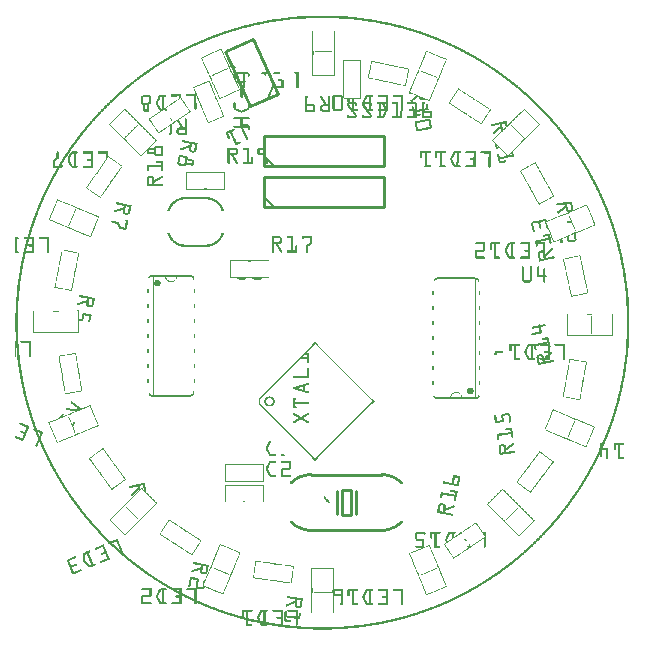
<source format=gto>
G04 MADE WITH FRITZING*
G04 WWW.FRITZING.ORG*
G04 DOUBLE SIDED*
G04 HOLES PLATED*
G04 CONTOUR ON CENTER OF CONTOUR VECTOR*
%ASAXBY*%
%FSLAX23Y23*%
%MOIN*%
%OFA0B0*%
%SFA1.0B1.0*%
%ADD10R,0.041339X0.096457X0.021654X0.076772*%
%ADD11C,0.009843*%
%ADD12C,0.006000*%
%ADD13C,0.002000*%
%ADD14C,0.010000*%
%ADD15C,0.005000*%
%ADD16C,0.008000*%
%ADD17R,0.001000X0.001000*%
%LNSILK1*%
G90*
G70*
G54D11*
X1088Y467D02*
X1119Y467D01*
X1119Y381D01*
X1088Y381D01*
X1088Y467D01*
D02*
G54D12*
X458Y780D02*
X582Y780D01*
D02*
X582Y1180D02*
X458Y1180D01*
G54D13*
D02*
X457Y1180D02*
X457Y780D01*
G54D12*
D02*
X1532Y1171D02*
X1408Y1171D01*
D02*
X1408Y771D02*
X1532Y771D01*
G54D13*
D02*
X1533Y771D02*
X1533Y1171D01*
G54D14*
D02*
X827Y1545D02*
X1227Y1545D01*
D02*
X1227Y1545D02*
X1227Y1645D01*
D02*
X1227Y1645D02*
X827Y1645D01*
D02*
X827Y1645D02*
X827Y1545D01*
G54D15*
D02*
X862Y1545D02*
X827Y1580D01*
G54D14*
D02*
X827Y1409D02*
X1227Y1409D01*
D02*
X1227Y1409D02*
X1227Y1509D01*
D02*
X1227Y1509D02*
X827Y1509D01*
D02*
X827Y1509D02*
X827Y1409D01*
G54D15*
D02*
X862Y1409D02*
X827Y1444D01*
G54D14*
D02*
X874Y1787D02*
X791Y1969D01*
D02*
X791Y1969D02*
X700Y1928D01*
D02*
X783Y1746D02*
X874Y1787D01*
G54D15*
D02*
X860Y1819D02*
X842Y1773D01*
G54D16*
D02*
X562Y1438D02*
X641Y1438D01*
D02*
X641Y1280D02*
X562Y1280D01*
G54D11*
X1071Y464D02*
X1071Y386D01*
D02*
X1134Y464D02*
X1134Y386D01*
D02*
X985Y517D02*
X1221Y517D01*
D02*
X985Y332D02*
X1221Y332D01*
D02*
G54D17*
X992Y2047D02*
X1054Y2047D01*
X968Y2046D02*
X1078Y2046D01*
X952Y2045D02*
X1094Y2045D01*
X939Y2044D02*
X1107Y2044D01*
X928Y2043D02*
X1118Y2043D01*
X917Y2042D02*
X1129Y2042D01*
X908Y2041D02*
X1138Y2041D01*
X899Y2040D02*
X1146Y2040D01*
X891Y2039D02*
X992Y2039D01*
X1054Y2039D02*
X1155Y2039D01*
X884Y2038D02*
X967Y2038D01*
X1079Y2038D02*
X1162Y2038D01*
X877Y2037D02*
X951Y2037D01*
X1095Y2037D02*
X1169Y2037D01*
X870Y2036D02*
X938Y2036D01*
X1108Y2036D02*
X1176Y2036D01*
X863Y2035D02*
X927Y2035D01*
X1119Y2035D02*
X1182Y2035D01*
X857Y2034D02*
X916Y2034D01*
X1130Y2034D02*
X1189Y2034D01*
X851Y2033D02*
X907Y2033D01*
X1139Y2033D02*
X1195Y2033D01*
X845Y2032D02*
X899Y2032D01*
X1147Y2032D02*
X1201Y2032D01*
X840Y2031D02*
X890Y2031D01*
X1156Y2031D02*
X1206Y2031D01*
X835Y2030D02*
X883Y2030D01*
X1163Y2030D02*
X1211Y2030D01*
X829Y2029D02*
X876Y2029D01*
X1170Y2029D02*
X1217Y2029D01*
X824Y2028D02*
X869Y2028D01*
X1177Y2028D02*
X1222Y2028D01*
X819Y2027D02*
X863Y2027D01*
X1183Y2027D02*
X1227Y2027D01*
X814Y2026D02*
X857Y2026D01*
X1189Y2026D02*
X1232Y2026D01*
X810Y2025D02*
X851Y2025D01*
X1195Y2025D02*
X1236Y2025D01*
X805Y2024D02*
X845Y2024D01*
X1201Y2024D02*
X1241Y2024D01*
X800Y2023D02*
X839Y2023D01*
X1207Y2023D02*
X1246Y2023D01*
X796Y2022D02*
X834Y2022D01*
X1212Y2022D02*
X1250Y2022D01*
X791Y2021D02*
X829Y2021D01*
X1217Y2021D02*
X1255Y2021D01*
X787Y2020D02*
X823Y2020D01*
X1223Y2020D02*
X1259Y2020D01*
X783Y2019D02*
X818Y2019D01*
X1228Y2019D02*
X1263Y2019D01*
X779Y2018D02*
X814Y2018D01*
X1232Y2018D02*
X1267Y2018D01*
X775Y2017D02*
X809Y2017D01*
X1237Y2017D02*
X1271Y2017D01*
X771Y2016D02*
X804Y2016D01*
X1242Y2016D02*
X1275Y2016D01*
X767Y2015D02*
X800Y2015D01*
X1246Y2015D02*
X1279Y2015D01*
X763Y2014D02*
X795Y2014D01*
X1251Y2014D02*
X1283Y2014D01*
X760Y2013D02*
X791Y2013D01*
X1255Y2013D02*
X1286Y2013D01*
X756Y2012D02*
X787Y2012D01*
X1259Y2012D02*
X1290Y2012D01*
X752Y2011D02*
X783Y2011D01*
X1263Y2011D02*
X1294Y2011D01*
X748Y2010D02*
X778Y2010D01*
X1268Y2010D02*
X1297Y2010D01*
X745Y2009D02*
X774Y2009D01*
X1272Y2009D02*
X1301Y2009D01*
X741Y2008D02*
X770Y2008D01*
X1276Y2008D02*
X1305Y2008D01*
X738Y2007D02*
X766Y2007D01*
X1280Y2007D02*
X1308Y2007D01*
X735Y2006D02*
X763Y2006D01*
X1283Y2006D02*
X1311Y2006D01*
X731Y2005D02*
X759Y2005D01*
X1287Y2005D02*
X1315Y2005D01*
X728Y2004D02*
X755Y2004D01*
X1291Y2004D02*
X1318Y2004D01*
X725Y2003D02*
X752Y2003D01*
X1294Y2003D02*
X1321Y2003D01*
X721Y2002D02*
X748Y2002D01*
X1298Y2002D02*
X1325Y2002D01*
X718Y2001D02*
X744Y2001D01*
X1302Y2001D02*
X1328Y2001D01*
X715Y2000D02*
X741Y2000D01*
X1305Y2000D02*
X1331Y2000D01*
X712Y1999D02*
X737Y1999D01*
X1309Y1999D02*
X1334Y1999D01*
X709Y1998D02*
X734Y1998D01*
X1312Y1998D02*
X1337Y1998D01*
X706Y1997D02*
X731Y1997D01*
X990Y1997D02*
X1064Y1997D01*
X1315Y1997D02*
X1340Y1997D01*
X703Y1996D02*
X727Y1996D01*
X990Y1996D02*
X1064Y1996D01*
X1319Y1996D02*
X1343Y1996D01*
X699Y1995D02*
X724Y1995D01*
X990Y1995D02*
X1064Y1995D01*
X1322Y1995D02*
X1346Y1995D01*
X696Y1994D02*
X721Y1994D01*
X990Y1994D02*
X992Y1994D01*
X1062Y1994D02*
X1064Y1994D01*
X1325Y1994D02*
X1350Y1994D01*
X694Y1993D02*
X718Y1993D01*
X990Y1993D02*
X992Y1993D01*
X1062Y1993D02*
X1064Y1993D01*
X1328Y1993D02*
X1352Y1993D01*
X691Y1992D02*
X714Y1992D01*
X990Y1992D02*
X992Y1992D01*
X1062Y1992D02*
X1064Y1992D01*
X1332Y1992D02*
X1355Y1992D01*
X688Y1991D02*
X711Y1991D01*
X990Y1991D02*
X992Y1991D01*
X1062Y1991D02*
X1064Y1991D01*
X1335Y1991D02*
X1358Y1991D01*
X685Y1990D02*
X708Y1990D01*
X990Y1990D02*
X992Y1990D01*
X1062Y1990D02*
X1064Y1990D01*
X1338Y1990D02*
X1361Y1990D01*
X682Y1989D02*
X705Y1989D01*
X990Y1989D02*
X992Y1989D01*
X1062Y1989D02*
X1064Y1989D01*
X1341Y1989D02*
X1364Y1989D01*
X679Y1988D02*
X702Y1988D01*
X990Y1988D02*
X992Y1988D01*
X1062Y1988D02*
X1064Y1988D01*
X1344Y1988D02*
X1367Y1988D01*
X676Y1987D02*
X699Y1987D01*
X990Y1987D02*
X992Y1987D01*
X1062Y1987D02*
X1064Y1987D01*
X1347Y1987D02*
X1369Y1987D01*
X674Y1986D02*
X696Y1986D01*
X990Y1986D02*
X992Y1986D01*
X1062Y1986D02*
X1064Y1986D01*
X1350Y1986D02*
X1372Y1986D01*
X671Y1985D02*
X693Y1985D01*
X990Y1985D02*
X992Y1985D01*
X1062Y1985D02*
X1064Y1985D01*
X1353Y1985D02*
X1375Y1985D01*
X668Y1984D02*
X690Y1984D01*
X990Y1984D02*
X992Y1984D01*
X1062Y1984D02*
X1064Y1984D01*
X1356Y1984D02*
X1378Y1984D01*
X666Y1983D02*
X687Y1983D01*
X990Y1983D02*
X992Y1983D01*
X1062Y1983D02*
X1064Y1983D01*
X1359Y1983D02*
X1380Y1983D01*
X663Y1982D02*
X685Y1982D01*
X990Y1982D02*
X992Y1982D01*
X1062Y1982D02*
X1064Y1982D01*
X1361Y1982D02*
X1383Y1982D01*
X660Y1981D02*
X682Y1981D01*
X990Y1981D02*
X992Y1981D01*
X1062Y1981D02*
X1064Y1981D01*
X1364Y1981D02*
X1386Y1981D01*
X658Y1980D02*
X679Y1980D01*
X990Y1980D02*
X992Y1980D01*
X1062Y1980D02*
X1064Y1980D01*
X1367Y1980D02*
X1388Y1980D01*
X655Y1979D02*
X676Y1979D01*
X990Y1979D02*
X992Y1979D01*
X1062Y1979D02*
X1064Y1979D01*
X1370Y1979D02*
X1391Y1979D01*
X653Y1978D02*
X673Y1978D01*
X990Y1978D02*
X992Y1978D01*
X1062Y1978D02*
X1064Y1978D01*
X1373Y1978D02*
X1393Y1978D01*
X650Y1977D02*
X671Y1977D01*
X990Y1977D02*
X992Y1977D01*
X1062Y1977D02*
X1064Y1977D01*
X1375Y1977D02*
X1396Y1977D01*
X647Y1976D02*
X668Y1976D01*
X990Y1976D02*
X992Y1976D01*
X1062Y1976D02*
X1064Y1976D01*
X1378Y1976D02*
X1399Y1976D01*
X645Y1975D02*
X665Y1975D01*
X990Y1975D02*
X992Y1975D01*
X1062Y1975D02*
X1064Y1975D01*
X1381Y1975D02*
X1401Y1975D01*
X642Y1974D02*
X663Y1974D01*
X990Y1974D02*
X992Y1974D01*
X1062Y1974D02*
X1064Y1974D01*
X1383Y1974D02*
X1404Y1974D01*
X640Y1973D02*
X660Y1973D01*
X990Y1973D02*
X992Y1973D01*
X1062Y1973D02*
X1064Y1973D01*
X1386Y1973D02*
X1406Y1973D01*
X638Y1972D02*
X657Y1972D01*
X990Y1972D02*
X992Y1972D01*
X1062Y1972D02*
X1064Y1972D01*
X1389Y1972D02*
X1408Y1972D01*
X635Y1971D02*
X655Y1971D01*
X990Y1971D02*
X992Y1971D01*
X1062Y1971D02*
X1064Y1971D01*
X1391Y1971D02*
X1411Y1971D01*
X633Y1970D02*
X652Y1970D01*
X990Y1970D02*
X992Y1970D01*
X1062Y1970D02*
X1064Y1970D01*
X1394Y1970D02*
X1413Y1970D01*
X630Y1969D02*
X650Y1969D01*
X990Y1969D02*
X992Y1969D01*
X1062Y1969D02*
X1064Y1969D01*
X1396Y1969D02*
X1416Y1969D01*
X628Y1968D02*
X647Y1968D01*
X990Y1968D02*
X992Y1968D01*
X1062Y1968D02*
X1064Y1968D01*
X1399Y1968D02*
X1418Y1968D01*
X625Y1967D02*
X645Y1967D01*
X990Y1967D02*
X992Y1967D01*
X1062Y1967D02*
X1064Y1967D01*
X1401Y1967D02*
X1421Y1967D01*
X623Y1966D02*
X642Y1966D01*
X990Y1966D02*
X992Y1966D01*
X1062Y1966D02*
X1064Y1966D01*
X1404Y1966D02*
X1423Y1966D01*
X621Y1965D02*
X640Y1965D01*
X990Y1965D02*
X992Y1965D01*
X1062Y1965D02*
X1064Y1965D01*
X1406Y1965D02*
X1425Y1965D01*
X618Y1964D02*
X637Y1964D01*
X990Y1964D02*
X992Y1964D01*
X1062Y1964D02*
X1064Y1964D01*
X1409Y1964D02*
X1428Y1964D01*
X616Y1963D02*
X635Y1963D01*
X990Y1963D02*
X992Y1963D01*
X1062Y1963D02*
X1064Y1963D01*
X1411Y1963D02*
X1430Y1963D01*
X614Y1962D02*
X632Y1962D01*
X990Y1962D02*
X992Y1962D01*
X1062Y1962D02*
X1064Y1962D01*
X1414Y1962D02*
X1432Y1962D01*
X612Y1961D02*
X630Y1961D01*
X990Y1961D02*
X992Y1961D01*
X1062Y1961D02*
X1064Y1961D01*
X1416Y1961D02*
X1434Y1961D01*
X609Y1960D02*
X628Y1960D01*
X990Y1960D02*
X992Y1960D01*
X1062Y1960D02*
X1064Y1960D01*
X1418Y1960D02*
X1437Y1960D01*
X607Y1959D02*
X625Y1959D01*
X990Y1959D02*
X992Y1959D01*
X1062Y1959D02*
X1064Y1959D01*
X1421Y1959D02*
X1439Y1959D01*
X605Y1958D02*
X623Y1958D01*
X990Y1958D02*
X992Y1958D01*
X1062Y1958D02*
X1064Y1958D01*
X1423Y1958D02*
X1441Y1958D01*
X602Y1957D02*
X621Y1957D01*
X990Y1957D02*
X992Y1957D01*
X1062Y1957D02*
X1064Y1957D01*
X1425Y1957D02*
X1444Y1957D01*
X600Y1956D02*
X618Y1956D01*
X990Y1956D02*
X992Y1956D01*
X1062Y1956D02*
X1064Y1956D01*
X1428Y1956D02*
X1446Y1956D01*
X598Y1955D02*
X616Y1955D01*
X990Y1955D02*
X992Y1955D01*
X1062Y1955D02*
X1064Y1955D01*
X1430Y1955D02*
X1448Y1955D01*
X596Y1954D02*
X614Y1954D01*
X990Y1954D02*
X992Y1954D01*
X1062Y1954D02*
X1064Y1954D01*
X1432Y1954D02*
X1450Y1954D01*
X594Y1953D02*
X611Y1953D01*
X990Y1953D02*
X992Y1953D01*
X1062Y1953D02*
X1064Y1953D01*
X1435Y1953D02*
X1452Y1953D01*
X592Y1952D02*
X609Y1952D01*
X990Y1952D02*
X992Y1952D01*
X1062Y1952D02*
X1064Y1952D01*
X1437Y1952D02*
X1454Y1952D01*
X590Y1951D02*
X607Y1951D01*
X990Y1951D02*
X992Y1951D01*
X1062Y1951D02*
X1064Y1951D01*
X1439Y1951D02*
X1456Y1951D01*
X588Y1950D02*
X605Y1950D01*
X990Y1950D02*
X992Y1950D01*
X1062Y1950D02*
X1064Y1950D01*
X1441Y1950D02*
X1458Y1950D01*
X585Y1949D02*
X602Y1949D01*
X990Y1949D02*
X992Y1949D01*
X1062Y1949D02*
X1064Y1949D01*
X1444Y1949D02*
X1461Y1949D01*
X583Y1948D02*
X600Y1948D01*
X990Y1948D02*
X992Y1948D01*
X1062Y1948D02*
X1064Y1948D01*
X1446Y1948D02*
X1463Y1948D01*
X581Y1947D02*
X598Y1947D01*
X990Y1947D02*
X992Y1947D01*
X1062Y1947D02*
X1064Y1947D01*
X1448Y1947D02*
X1465Y1947D01*
X579Y1946D02*
X596Y1946D01*
X990Y1946D02*
X992Y1946D01*
X1062Y1946D02*
X1064Y1946D01*
X1450Y1946D02*
X1467Y1946D01*
X577Y1945D02*
X594Y1945D01*
X990Y1945D02*
X992Y1945D01*
X1062Y1945D02*
X1064Y1945D01*
X1452Y1945D02*
X1469Y1945D01*
X575Y1944D02*
X592Y1944D01*
X990Y1944D02*
X992Y1944D01*
X1062Y1944D02*
X1064Y1944D01*
X1454Y1944D02*
X1471Y1944D01*
X573Y1943D02*
X590Y1943D01*
X990Y1943D02*
X992Y1943D01*
X1062Y1943D02*
X1064Y1943D01*
X1456Y1943D02*
X1473Y1943D01*
X571Y1942D02*
X587Y1942D01*
X990Y1942D02*
X992Y1942D01*
X1062Y1942D02*
X1064Y1942D01*
X1459Y1942D02*
X1475Y1942D01*
X569Y1941D02*
X585Y1941D01*
X990Y1941D02*
X992Y1941D01*
X1062Y1941D02*
X1064Y1941D01*
X1461Y1941D02*
X1477Y1941D01*
X567Y1940D02*
X583Y1940D01*
X990Y1940D02*
X992Y1940D01*
X1062Y1940D02*
X1064Y1940D01*
X1463Y1940D02*
X1479Y1940D01*
X565Y1939D02*
X581Y1939D01*
X990Y1939D02*
X992Y1939D01*
X1062Y1939D02*
X1064Y1939D01*
X1465Y1939D02*
X1481Y1939D01*
X563Y1938D02*
X579Y1938D01*
X990Y1938D02*
X992Y1938D01*
X1062Y1938D02*
X1064Y1938D01*
X1467Y1938D02*
X1483Y1938D01*
X561Y1937D02*
X577Y1937D01*
X685Y1937D02*
X686Y1937D01*
X990Y1937D02*
X992Y1937D01*
X1062Y1937D02*
X1064Y1937D01*
X1469Y1937D02*
X1485Y1937D01*
X559Y1936D02*
X575Y1936D01*
X683Y1936D02*
X686Y1936D01*
X990Y1936D02*
X992Y1936D01*
X1062Y1936D02*
X1064Y1936D01*
X1471Y1936D02*
X1487Y1936D01*
X557Y1935D02*
X573Y1935D01*
X681Y1935D02*
X687Y1935D01*
X990Y1935D02*
X992Y1935D01*
X1062Y1935D02*
X1064Y1935D01*
X1473Y1935D02*
X1489Y1935D01*
X555Y1934D02*
X571Y1934D01*
X678Y1934D02*
X687Y1934D01*
X990Y1934D02*
X992Y1934D01*
X1062Y1934D02*
X1064Y1934D01*
X1475Y1934D02*
X1491Y1934D01*
X553Y1933D02*
X569Y1933D01*
X676Y1933D02*
X682Y1933D01*
X685Y1933D02*
X687Y1933D01*
X990Y1933D02*
X992Y1933D01*
X1062Y1933D02*
X1064Y1933D01*
X1477Y1933D02*
X1493Y1933D01*
X551Y1932D02*
X567Y1932D01*
X674Y1932D02*
X680Y1932D01*
X686Y1932D02*
X688Y1932D01*
X990Y1932D02*
X992Y1932D01*
X1062Y1932D02*
X1064Y1932D01*
X1479Y1932D02*
X1495Y1932D01*
X549Y1931D02*
X565Y1931D01*
X672Y1931D02*
X678Y1931D01*
X686Y1931D02*
X688Y1931D01*
X990Y1931D02*
X992Y1931D01*
X1062Y1931D02*
X1064Y1931D01*
X1481Y1931D02*
X1497Y1931D01*
X547Y1930D02*
X563Y1930D01*
X670Y1930D02*
X676Y1930D01*
X687Y1930D02*
X689Y1930D01*
X990Y1930D02*
X993Y1930D01*
X1062Y1930D02*
X1064Y1930D01*
X1370Y1930D02*
X1370Y1930D01*
X1483Y1930D02*
X1498Y1930D01*
X546Y1929D02*
X561Y1929D01*
X667Y1929D02*
X673Y1929D01*
X687Y1929D02*
X689Y1929D01*
X703Y1929D02*
X704Y1929D01*
X990Y1929D02*
X993Y1929D01*
X998Y1929D02*
X1056Y1929D01*
X1061Y1929D02*
X1064Y1929D01*
X1369Y1929D02*
X1373Y1929D01*
X1485Y1929D02*
X1500Y1929D01*
X544Y1928D02*
X559Y1928D01*
X665Y1928D02*
X671Y1928D01*
X688Y1928D02*
X690Y1928D01*
X700Y1928D02*
X705Y1928D01*
X990Y1928D02*
X993Y1928D01*
X998Y1928D02*
X1056Y1928D01*
X1061Y1928D02*
X1064Y1928D01*
X1369Y1928D02*
X1375Y1928D01*
X1487Y1928D02*
X1502Y1928D01*
X542Y1927D02*
X557Y1927D01*
X663Y1927D02*
X669Y1927D01*
X688Y1927D02*
X690Y1927D01*
X698Y1927D02*
X705Y1927D01*
X990Y1927D02*
X993Y1927D01*
X999Y1927D02*
X1056Y1927D01*
X1061Y1927D02*
X1064Y1927D01*
X1368Y1927D02*
X1378Y1927D01*
X1489Y1927D02*
X1504Y1927D01*
X540Y1926D02*
X555Y1926D01*
X661Y1926D02*
X667Y1926D01*
X689Y1926D02*
X691Y1926D01*
X696Y1926D02*
X706Y1926D01*
X990Y1926D02*
X993Y1926D01*
X1061Y1926D02*
X1064Y1926D01*
X1368Y1926D02*
X1370Y1926D01*
X1374Y1926D02*
X1380Y1926D01*
X1491Y1926D02*
X1506Y1926D01*
X538Y1925D02*
X553Y1925D01*
X659Y1925D02*
X665Y1925D01*
X689Y1925D02*
X691Y1925D01*
X696Y1925D02*
X706Y1925D01*
X990Y1925D02*
X993Y1925D01*
X1061Y1925D02*
X1064Y1925D01*
X1368Y1925D02*
X1370Y1925D01*
X1376Y1925D02*
X1382Y1925D01*
X1493Y1925D02*
X1508Y1925D01*
X536Y1924D02*
X551Y1924D01*
X656Y1924D02*
X662Y1924D01*
X689Y1924D02*
X692Y1924D01*
X696Y1924D02*
X706Y1924D01*
X990Y1924D02*
X993Y1924D01*
X1061Y1924D02*
X1064Y1924D01*
X1367Y1924D02*
X1369Y1924D01*
X1378Y1924D02*
X1385Y1924D01*
X1495Y1924D02*
X1510Y1924D01*
X534Y1923D02*
X549Y1923D01*
X654Y1923D02*
X660Y1923D01*
X690Y1923D02*
X692Y1923D01*
X697Y1923D02*
X707Y1923D01*
X990Y1923D02*
X993Y1923D01*
X1061Y1923D02*
X1064Y1923D01*
X1367Y1923D02*
X1369Y1923D01*
X1381Y1923D02*
X1387Y1923D01*
X1496Y1923D02*
X1512Y1923D01*
X533Y1922D02*
X548Y1922D01*
X652Y1922D02*
X658Y1922D01*
X690Y1922D02*
X693Y1922D01*
X697Y1922D02*
X707Y1922D01*
X990Y1922D02*
X993Y1922D01*
X1061Y1922D02*
X1064Y1922D01*
X1366Y1922D02*
X1368Y1922D01*
X1383Y1922D02*
X1390Y1922D01*
X1498Y1922D02*
X1513Y1922D01*
X531Y1921D02*
X546Y1921D01*
X650Y1921D02*
X656Y1921D01*
X691Y1921D02*
X693Y1921D01*
X698Y1921D02*
X708Y1921D01*
X990Y1921D02*
X993Y1921D01*
X1061Y1921D02*
X1064Y1921D01*
X1366Y1921D02*
X1368Y1921D01*
X1386Y1921D02*
X1392Y1921D01*
X1500Y1921D02*
X1515Y1921D01*
X529Y1920D02*
X544Y1920D01*
X648Y1920D02*
X654Y1920D01*
X691Y1920D02*
X693Y1920D01*
X698Y1920D02*
X708Y1920D01*
X990Y1920D02*
X993Y1920D01*
X1061Y1920D02*
X1064Y1920D01*
X1365Y1920D02*
X1368Y1920D01*
X1388Y1920D02*
X1395Y1920D01*
X1502Y1920D02*
X1517Y1920D01*
X527Y1919D02*
X542Y1919D01*
X645Y1919D02*
X651Y1919D01*
X692Y1919D02*
X694Y1919D01*
X699Y1919D02*
X709Y1919D01*
X990Y1919D02*
X993Y1919D01*
X1061Y1919D02*
X1064Y1919D01*
X1365Y1919D02*
X1367Y1919D01*
X1390Y1919D02*
X1397Y1919D01*
X1504Y1919D02*
X1519Y1919D01*
X525Y1918D02*
X540Y1918D01*
X643Y1918D02*
X649Y1918D01*
X692Y1918D02*
X694Y1918D01*
X699Y1918D02*
X709Y1918D01*
X990Y1918D02*
X993Y1918D01*
X1061Y1918D02*
X1064Y1918D01*
X1365Y1918D02*
X1367Y1918D01*
X1393Y1918D02*
X1399Y1918D01*
X1506Y1918D02*
X1521Y1918D01*
X524Y1917D02*
X538Y1917D01*
X641Y1917D02*
X647Y1917D01*
X693Y1917D02*
X695Y1917D01*
X700Y1917D02*
X710Y1917D01*
X990Y1917D02*
X993Y1917D01*
X1061Y1917D02*
X1064Y1917D01*
X1364Y1917D02*
X1366Y1917D01*
X1395Y1917D02*
X1402Y1917D01*
X1508Y1917D02*
X1522Y1917D01*
X522Y1916D02*
X536Y1916D01*
X639Y1916D02*
X645Y1916D01*
X693Y1916D02*
X695Y1916D01*
X700Y1916D02*
X710Y1916D01*
X990Y1916D02*
X993Y1916D01*
X1061Y1916D02*
X1064Y1916D01*
X1364Y1916D02*
X1366Y1916D01*
X1398Y1916D02*
X1404Y1916D01*
X1510Y1916D02*
X1524Y1916D01*
X520Y1915D02*
X535Y1915D01*
X637Y1915D02*
X643Y1915D01*
X694Y1915D02*
X696Y1915D01*
X701Y1915D02*
X711Y1915D01*
X990Y1915D02*
X993Y1915D01*
X1061Y1915D02*
X1064Y1915D01*
X1363Y1915D02*
X1365Y1915D01*
X1400Y1915D02*
X1407Y1915D01*
X1511Y1915D02*
X1526Y1915D01*
X518Y1914D02*
X533Y1914D01*
X634Y1914D02*
X640Y1914D01*
X694Y1914D02*
X696Y1914D01*
X701Y1914D02*
X711Y1914D01*
X990Y1914D02*
X992Y1914D01*
X1062Y1914D02*
X1064Y1914D01*
X1363Y1914D02*
X1365Y1914D01*
X1402Y1914D02*
X1409Y1914D01*
X1513Y1914D02*
X1528Y1914D01*
X516Y1913D02*
X531Y1913D01*
X632Y1913D02*
X638Y1913D01*
X694Y1913D02*
X697Y1913D01*
X702Y1913D02*
X711Y1913D01*
X990Y1913D02*
X992Y1913D01*
X1062Y1913D02*
X1064Y1913D01*
X1363Y1913D02*
X1365Y1913D01*
X1405Y1913D02*
X1411Y1913D01*
X1515Y1913D02*
X1530Y1913D01*
X515Y1912D02*
X529Y1912D01*
X630Y1912D02*
X636Y1912D01*
X695Y1912D02*
X697Y1912D01*
X702Y1912D02*
X712Y1912D01*
X990Y1912D02*
X992Y1912D01*
X1062Y1912D02*
X1064Y1912D01*
X1362Y1912D02*
X1364Y1912D01*
X1407Y1912D02*
X1414Y1912D01*
X1517Y1912D02*
X1531Y1912D01*
X513Y1911D02*
X527Y1911D01*
X628Y1911D02*
X634Y1911D01*
X695Y1911D02*
X698Y1911D01*
X702Y1911D02*
X712Y1911D01*
X990Y1911D02*
X992Y1911D01*
X1062Y1911D02*
X1064Y1911D01*
X1362Y1911D02*
X1364Y1911D01*
X1410Y1911D02*
X1416Y1911D01*
X1519Y1911D02*
X1533Y1911D01*
X511Y1910D02*
X526Y1910D01*
X626Y1910D02*
X632Y1910D01*
X696Y1910D02*
X698Y1910D01*
X703Y1910D02*
X713Y1910D01*
X990Y1910D02*
X992Y1910D01*
X1062Y1910D02*
X1064Y1910D01*
X1361Y1910D02*
X1363Y1910D01*
X1412Y1910D02*
X1419Y1910D01*
X1520Y1910D02*
X1535Y1910D01*
X510Y1909D02*
X524Y1909D01*
X623Y1909D02*
X629Y1909D01*
X696Y1909D02*
X698Y1909D01*
X703Y1909D02*
X713Y1909D01*
X990Y1909D02*
X992Y1909D01*
X1062Y1909D02*
X1064Y1909D01*
X1361Y1909D02*
X1363Y1909D01*
X1415Y1909D02*
X1421Y1909D01*
X1522Y1909D02*
X1536Y1909D01*
X508Y1908D02*
X522Y1908D01*
X621Y1908D02*
X627Y1908D01*
X697Y1908D02*
X699Y1908D01*
X704Y1908D02*
X714Y1908D01*
X990Y1908D02*
X992Y1908D01*
X1062Y1908D02*
X1064Y1908D01*
X1360Y1908D02*
X1363Y1908D01*
X1417Y1908D02*
X1423Y1908D01*
X1524Y1908D02*
X1538Y1908D01*
X506Y1907D02*
X520Y1907D01*
X619Y1907D02*
X625Y1907D01*
X697Y1907D02*
X699Y1907D01*
X704Y1907D02*
X714Y1907D01*
X990Y1907D02*
X992Y1907D01*
X1062Y1907D02*
X1064Y1907D01*
X1360Y1907D02*
X1362Y1907D01*
X1419Y1907D02*
X1426Y1907D01*
X1526Y1907D02*
X1540Y1907D01*
X504Y1906D02*
X518Y1906D01*
X619Y1906D02*
X623Y1906D01*
X698Y1906D02*
X700Y1906D01*
X705Y1906D02*
X715Y1906D01*
X990Y1906D02*
X992Y1906D01*
X1062Y1906D02*
X1064Y1906D01*
X1360Y1906D02*
X1362Y1906D01*
X1422Y1906D02*
X1428Y1906D01*
X1528Y1906D02*
X1541Y1906D01*
X503Y1905D02*
X517Y1905D01*
X619Y1905D02*
X621Y1905D01*
X698Y1905D02*
X700Y1905D01*
X705Y1905D02*
X715Y1905D01*
X990Y1905D02*
X992Y1905D01*
X1062Y1905D02*
X1064Y1905D01*
X1359Y1905D02*
X1361Y1905D01*
X1424Y1905D02*
X1431Y1905D01*
X1529Y1905D02*
X1543Y1905D01*
X501Y1904D02*
X515Y1904D01*
X620Y1904D02*
X622Y1904D01*
X699Y1904D02*
X701Y1904D01*
X706Y1904D02*
X716Y1904D01*
X990Y1904D02*
X992Y1904D01*
X1062Y1904D02*
X1064Y1904D01*
X1359Y1904D02*
X1361Y1904D01*
X1427Y1904D02*
X1433Y1904D01*
X1531Y1904D02*
X1545Y1904D01*
X499Y1903D02*
X513Y1903D01*
X620Y1903D02*
X622Y1903D01*
X699Y1903D02*
X701Y1903D01*
X706Y1903D02*
X716Y1903D01*
X990Y1903D02*
X992Y1903D01*
X1062Y1903D02*
X1064Y1903D01*
X1358Y1903D02*
X1361Y1903D01*
X1429Y1903D02*
X1436Y1903D01*
X1533Y1903D02*
X1547Y1903D01*
X498Y1902D02*
X512Y1902D01*
X620Y1902D02*
X623Y1902D01*
X699Y1902D02*
X702Y1902D01*
X707Y1902D02*
X717Y1902D01*
X990Y1902D02*
X992Y1902D01*
X1062Y1902D02*
X1064Y1902D01*
X1358Y1902D02*
X1360Y1902D01*
X1431Y1902D02*
X1438Y1902D01*
X1534Y1902D02*
X1548Y1902D01*
X496Y1901D02*
X510Y1901D01*
X621Y1901D02*
X623Y1901D01*
X700Y1901D02*
X702Y1901D01*
X707Y1901D02*
X717Y1901D01*
X990Y1901D02*
X992Y1901D01*
X1062Y1901D02*
X1064Y1901D01*
X1358Y1901D02*
X1360Y1901D01*
X1434Y1901D02*
X1438Y1901D01*
X1536Y1901D02*
X1550Y1901D01*
X494Y1900D02*
X508Y1900D01*
X621Y1900D02*
X623Y1900D01*
X700Y1900D02*
X703Y1900D01*
X707Y1900D02*
X717Y1900D01*
X990Y1900D02*
X992Y1900D01*
X1062Y1900D02*
X1064Y1900D01*
X1093Y1900D02*
X1151Y1900D01*
X1357Y1900D02*
X1359Y1900D01*
X1435Y1900D02*
X1437Y1900D01*
X1538Y1900D02*
X1552Y1900D01*
X493Y1899D02*
X506Y1899D01*
X622Y1899D02*
X624Y1899D01*
X701Y1899D02*
X703Y1899D01*
X708Y1899D02*
X718Y1899D01*
X990Y1899D02*
X992Y1899D01*
X1062Y1899D02*
X1064Y1899D01*
X1093Y1899D02*
X1151Y1899D01*
X1357Y1899D02*
X1359Y1899D01*
X1435Y1899D02*
X1437Y1899D01*
X1540Y1899D02*
X1553Y1899D01*
X491Y1898D02*
X505Y1898D01*
X622Y1898D02*
X624Y1898D01*
X701Y1898D02*
X703Y1898D01*
X708Y1898D02*
X718Y1898D01*
X990Y1898D02*
X992Y1898D01*
X1062Y1898D02*
X1064Y1898D01*
X1093Y1898D02*
X1151Y1898D01*
X1356Y1898D02*
X1358Y1898D01*
X1434Y1898D02*
X1436Y1898D01*
X1541Y1898D02*
X1555Y1898D01*
X489Y1897D02*
X503Y1897D01*
X623Y1897D02*
X625Y1897D01*
X702Y1897D02*
X704Y1897D01*
X709Y1897D02*
X719Y1897D01*
X990Y1897D02*
X992Y1897D01*
X1062Y1897D02*
X1064Y1897D01*
X1093Y1897D02*
X1095Y1897D01*
X1149Y1897D02*
X1151Y1897D01*
X1356Y1897D02*
X1358Y1897D01*
X1434Y1897D02*
X1436Y1897D01*
X1543Y1897D02*
X1557Y1897D01*
X488Y1896D02*
X501Y1896D01*
X623Y1896D02*
X625Y1896D01*
X702Y1896D02*
X704Y1896D01*
X709Y1896D02*
X719Y1896D01*
X990Y1896D02*
X992Y1896D01*
X1062Y1896D02*
X1064Y1896D01*
X1093Y1896D02*
X1095Y1896D01*
X1149Y1896D02*
X1151Y1896D01*
X1187Y1896D02*
X1190Y1896D01*
X1355Y1896D02*
X1358Y1896D01*
X1433Y1896D02*
X1435Y1896D01*
X1545Y1896D02*
X1558Y1896D01*
X486Y1895D02*
X500Y1895D01*
X624Y1895D02*
X626Y1895D01*
X703Y1895D02*
X705Y1895D01*
X710Y1895D02*
X720Y1895D01*
X990Y1895D02*
X992Y1895D01*
X1062Y1895D02*
X1064Y1895D01*
X1093Y1895D02*
X1095Y1895D01*
X1149Y1895D02*
X1151Y1895D01*
X1186Y1895D02*
X1194Y1895D01*
X1355Y1895D02*
X1357Y1895D01*
X1433Y1895D02*
X1435Y1895D01*
X1546Y1895D02*
X1560Y1895D01*
X485Y1894D02*
X498Y1894D01*
X624Y1894D02*
X626Y1894D01*
X703Y1894D02*
X705Y1894D01*
X710Y1894D02*
X720Y1894D01*
X990Y1894D02*
X992Y1894D01*
X1062Y1894D02*
X1064Y1894D01*
X1093Y1894D02*
X1095Y1894D01*
X1149Y1894D02*
X1151Y1894D01*
X1186Y1894D02*
X1199Y1894D01*
X1355Y1894D02*
X1357Y1894D01*
X1433Y1894D02*
X1435Y1894D01*
X1548Y1894D02*
X1561Y1894D01*
X483Y1893D02*
X496Y1893D01*
X625Y1893D02*
X627Y1893D01*
X704Y1893D02*
X706Y1893D01*
X711Y1893D02*
X721Y1893D01*
X990Y1893D02*
X992Y1893D01*
X1062Y1893D02*
X1064Y1893D01*
X1093Y1893D02*
X1095Y1893D01*
X1149Y1893D02*
X1151Y1893D01*
X1186Y1893D02*
X1188Y1893D01*
X1191Y1893D02*
X1204Y1893D01*
X1354Y1893D02*
X1356Y1893D01*
X1432Y1893D02*
X1434Y1893D01*
X1550Y1893D02*
X1563Y1893D01*
X481Y1892D02*
X495Y1892D01*
X625Y1892D02*
X627Y1892D01*
X704Y1892D02*
X706Y1892D01*
X711Y1892D02*
X721Y1892D01*
X990Y1892D02*
X992Y1892D01*
X1062Y1892D02*
X1064Y1892D01*
X1093Y1892D02*
X1095Y1892D01*
X1149Y1892D02*
X1151Y1892D01*
X1186Y1892D02*
X1188Y1892D01*
X1196Y1892D02*
X1208Y1892D01*
X1354Y1892D02*
X1356Y1892D01*
X1432Y1892D02*
X1434Y1892D01*
X1551Y1892D02*
X1565Y1892D01*
X480Y1891D02*
X493Y1891D01*
X625Y1891D02*
X628Y1891D01*
X704Y1891D02*
X707Y1891D01*
X712Y1891D02*
X722Y1891D01*
X990Y1891D02*
X992Y1891D01*
X1062Y1891D02*
X1064Y1891D01*
X1093Y1891D02*
X1095Y1891D01*
X1149Y1891D02*
X1151Y1891D01*
X1185Y1891D02*
X1187Y1891D01*
X1200Y1891D02*
X1213Y1891D01*
X1353Y1891D02*
X1356Y1891D01*
X1431Y1891D02*
X1433Y1891D01*
X1553Y1891D02*
X1566Y1891D01*
X478Y1890D02*
X491Y1890D01*
X626Y1890D02*
X628Y1890D01*
X705Y1890D02*
X707Y1890D01*
X712Y1890D02*
X722Y1890D01*
X990Y1890D02*
X992Y1890D01*
X1062Y1890D02*
X1064Y1890D01*
X1093Y1890D02*
X1095Y1890D01*
X1149Y1890D02*
X1151Y1890D01*
X1185Y1890D02*
X1187Y1890D01*
X1205Y1890D02*
X1218Y1890D01*
X1353Y1890D02*
X1355Y1890D01*
X1431Y1890D02*
X1433Y1890D01*
X1555Y1890D02*
X1568Y1890D01*
X477Y1889D02*
X490Y1889D01*
X626Y1889D02*
X628Y1889D01*
X705Y1889D02*
X708Y1889D01*
X712Y1889D02*
X722Y1889D01*
X990Y1889D02*
X992Y1889D01*
X1062Y1889D02*
X1064Y1889D01*
X1093Y1889D02*
X1095Y1889D01*
X1149Y1889D02*
X1151Y1889D01*
X1185Y1889D02*
X1187Y1889D01*
X1210Y1889D02*
X1222Y1889D01*
X1353Y1889D02*
X1355Y1889D01*
X1430Y1889D02*
X1433Y1889D01*
X1556Y1889D02*
X1569Y1889D01*
X475Y1888D02*
X488Y1888D01*
X627Y1888D02*
X629Y1888D01*
X706Y1888D02*
X708Y1888D01*
X713Y1888D02*
X723Y1888D01*
X990Y1888D02*
X992Y1888D01*
X1062Y1888D02*
X1064Y1888D01*
X1093Y1888D02*
X1095Y1888D01*
X1149Y1888D02*
X1151Y1888D01*
X1185Y1888D02*
X1187Y1888D01*
X1214Y1888D02*
X1227Y1888D01*
X1352Y1888D02*
X1354Y1888D01*
X1430Y1888D02*
X1432Y1888D01*
X1558Y1888D02*
X1571Y1888D01*
X473Y1887D02*
X487Y1887D01*
X627Y1887D02*
X629Y1887D01*
X706Y1887D02*
X708Y1887D01*
X713Y1887D02*
X723Y1887D01*
X990Y1887D02*
X992Y1887D01*
X1062Y1887D02*
X1064Y1887D01*
X1093Y1887D02*
X1095Y1887D01*
X1149Y1887D02*
X1151Y1887D01*
X1185Y1887D02*
X1187Y1887D01*
X1219Y1887D02*
X1232Y1887D01*
X1352Y1887D02*
X1354Y1887D01*
X1430Y1887D02*
X1432Y1887D01*
X1559Y1887D02*
X1573Y1887D01*
X472Y1886D02*
X485Y1886D01*
X628Y1886D02*
X630Y1886D01*
X707Y1886D02*
X709Y1886D01*
X714Y1886D02*
X724Y1886D01*
X990Y1886D02*
X992Y1886D01*
X1062Y1886D02*
X1064Y1886D01*
X1093Y1886D02*
X1095Y1886D01*
X1149Y1886D02*
X1151Y1886D01*
X1184Y1886D02*
X1186Y1886D01*
X1224Y1886D02*
X1237Y1886D01*
X1351Y1886D02*
X1353Y1886D01*
X1429Y1886D02*
X1431Y1886D01*
X1561Y1886D02*
X1574Y1886D01*
X470Y1885D02*
X483Y1885D01*
X628Y1885D02*
X630Y1885D01*
X707Y1885D02*
X709Y1885D01*
X714Y1885D02*
X724Y1885D01*
X990Y1885D02*
X992Y1885D01*
X1062Y1885D02*
X1064Y1885D01*
X1093Y1885D02*
X1095Y1885D01*
X1149Y1885D02*
X1151Y1885D01*
X1184Y1885D02*
X1186Y1885D01*
X1229Y1885D02*
X1241Y1885D01*
X1351Y1885D02*
X1353Y1885D01*
X1429Y1885D02*
X1431Y1885D01*
X1563Y1885D02*
X1576Y1885D01*
X469Y1884D02*
X482Y1884D01*
X629Y1884D02*
X631Y1884D01*
X708Y1884D02*
X710Y1884D01*
X715Y1884D02*
X725Y1884D01*
X990Y1884D02*
X992Y1884D01*
X1062Y1884D02*
X1064Y1884D01*
X1093Y1884D02*
X1095Y1884D01*
X1149Y1884D02*
X1151Y1884D01*
X1184Y1884D02*
X1186Y1884D01*
X1233Y1884D02*
X1246Y1884D01*
X1351Y1884D02*
X1353Y1884D01*
X1428Y1884D02*
X1430Y1884D01*
X1564Y1884D02*
X1577Y1884D01*
X467Y1883D02*
X480Y1883D01*
X629Y1883D02*
X631Y1883D01*
X708Y1883D02*
X710Y1883D01*
X715Y1883D02*
X725Y1883D01*
X990Y1883D02*
X992Y1883D01*
X1062Y1883D02*
X1064Y1883D01*
X1093Y1883D02*
X1095Y1883D01*
X1149Y1883D02*
X1151Y1883D01*
X1184Y1883D02*
X1186Y1883D01*
X1238Y1883D02*
X1251Y1883D01*
X1350Y1883D02*
X1352Y1883D01*
X1428Y1883D02*
X1430Y1883D01*
X1566Y1883D02*
X1579Y1883D01*
X466Y1882D02*
X479Y1882D01*
X630Y1882D02*
X632Y1882D01*
X709Y1882D02*
X711Y1882D01*
X716Y1882D02*
X727Y1882D01*
X990Y1882D02*
X992Y1882D01*
X1062Y1882D02*
X1064Y1882D01*
X1093Y1882D02*
X1095Y1882D01*
X1149Y1882D02*
X1151Y1882D01*
X1184Y1882D02*
X1186Y1882D01*
X1243Y1882D02*
X1255Y1882D01*
X1350Y1882D02*
X1352Y1882D01*
X1428Y1882D02*
X1430Y1882D01*
X1567Y1882D02*
X1580Y1882D01*
X464Y1881D02*
X477Y1881D01*
X630Y1881D02*
X632Y1881D01*
X709Y1881D02*
X711Y1881D01*
X716Y1881D02*
X728Y1881D01*
X990Y1881D02*
X992Y1881D01*
X1062Y1881D02*
X1064Y1881D01*
X1093Y1881D02*
X1095Y1881D01*
X1149Y1881D02*
X1151Y1881D01*
X1183Y1881D02*
X1185Y1881D01*
X1245Y1881D02*
X1260Y1881D01*
X1349Y1881D02*
X1351Y1881D01*
X1427Y1881D02*
X1429Y1881D01*
X1569Y1881D02*
X1582Y1881D01*
X463Y1880D02*
X475Y1880D01*
X630Y1880D02*
X633Y1880D01*
X709Y1880D02*
X712Y1880D01*
X717Y1880D02*
X728Y1880D01*
X990Y1880D02*
X992Y1880D01*
X1062Y1880D02*
X1064Y1880D01*
X1093Y1880D02*
X1095Y1880D01*
X1149Y1880D02*
X1151Y1880D01*
X1183Y1880D02*
X1185Y1880D01*
X1247Y1880D02*
X1265Y1880D01*
X1349Y1880D02*
X1351Y1880D01*
X1427Y1880D02*
X1429Y1880D01*
X1571Y1880D02*
X1583Y1880D01*
X461Y1879D02*
X474Y1879D01*
X631Y1879D02*
X633Y1879D01*
X710Y1879D02*
X712Y1879D01*
X717Y1879D02*
X729Y1879D01*
X990Y1879D02*
X992Y1879D01*
X1062Y1879D02*
X1064Y1879D01*
X1093Y1879D02*
X1095Y1879D01*
X1149Y1879D02*
X1151Y1879D01*
X1183Y1879D02*
X1185Y1879D01*
X1252Y1879D02*
X1253Y1879D01*
X1257Y1879D02*
X1270Y1879D01*
X1348Y1879D02*
X1351Y1879D01*
X1426Y1879D02*
X1428Y1879D01*
X1572Y1879D02*
X1585Y1879D01*
X460Y1878D02*
X472Y1878D01*
X631Y1878D02*
X634Y1878D01*
X710Y1878D02*
X713Y1878D01*
X717Y1878D02*
X730Y1878D01*
X990Y1878D02*
X992Y1878D01*
X1062Y1878D02*
X1064Y1878D01*
X1093Y1878D02*
X1095Y1878D01*
X1149Y1878D02*
X1151Y1878D01*
X1183Y1878D02*
X1185Y1878D01*
X1261Y1878D02*
X1274Y1878D01*
X1348Y1878D02*
X1350Y1878D01*
X1426Y1878D02*
X1428Y1878D01*
X1574Y1878D02*
X1586Y1878D01*
X458Y1877D02*
X471Y1877D01*
X632Y1877D02*
X634Y1877D01*
X711Y1877D02*
X713Y1877D01*
X718Y1877D02*
X730Y1877D01*
X990Y1877D02*
X992Y1877D01*
X1062Y1877D02*
X1064Y1877D01*
X1093Y1877D02*
X1095Y1877D01*
X1149Y1877D02*
X1151Y1877D01*
X1183Y1877D02*
X1184Y1877D01*
X1266Y1877D02*
X1279Y1877D01*
X1348Y1877D02*
X1350Y1877D01*
X1425Y1877D02*
X1428Y1877D01*
X1575Y1877D02*
X1588Y1877D01*
X457Y1876D02*
X469Y1876D01*
X632Y1876D02*
X634Y1876D01*
X711Y1876D02*
X713Y1876D01*
X718Y1876D02*
X731Y1876D01*
X990Y1876D02*
X992Y1876D01*
X1062Y1876D02*
X1064Y1876D01*
X1093Y1876D02*
X1095Y1876D01*
X1149Y1876D02*
X1151Y1876D01*
X1182Y1876D02*
X1184Y1876D01*
X1271Y1876D02*
X1284Y1876D01*
X1347Y1876D02*
X1349Y1876D01*
X1425Y1876D02*
X1427Y1876D01*
X1577Y1876D02*
X1589Y1876D01*
X455Y1875D02*
X468Y1875D01*
X633Y1875D02*
X635Y1875D01*
X712Y1875D02*
X714Y1875D01*
X719Y1875D02*
X732Y1875D01*
X990Y1875D02*
X992Y1875D01*
X1062Y1875D02*
X1064Y1875D01*
X1093Y1875D02*
X1095Y1875D01*
X1149Y1875D02*
X1151Y1875D01*
X1182Y1875D02*
X1184Y1875D01*
X1276Y1875D02*
X1288Y1875D01*
X1347Y1875D02*
X1349Y1875D01*
X1425Y1875D02*
X1427Y1875D01*
X1578Y1875D02*
X1591Y1875D01*
X454Y1874D02*
X466Y1874D01*
X633Y1874D02*
X635Y1874D01*
X711Y1874D02*
X714Y1874D01*
X719Y1874D02*
X733Y1874D01*
X990Y1874D02*
X992Y1874D01*
X1062Y1874D02*
X1064Y1874D01*
X1093Y1874D02*
X1095Y1874D01*
X1149Y1874D02*
X1151Y1874D01*
X1182Y1874D02*
X1184Y1874D01*
X1280Y1874D02*
X1293Y1874D01*
X1346Y1874D02*
X1348Y1874D01*
X1424Y1874D02*
X1426Y1874D01*
X1580Y1874D02*
X1592Y1874D01*
X452Y1873D02*
X465Y1873D01*
X634Y1873D02*
X636Y1873D01*
X711Y1873D02*
X715Y1873D01*
X720Y1873D02*
X730Y1873D01*
X990Y1873D02*
X992Y1873D01*
X1062Y1873D02*
X1064Y1873D01*
X1093Y1873D02*
X1095Y1873D01*
X1149Y1873D02*
X1151Y1873D01*
X1182Y1873D02*
X1184Y1873D01*
X1285Y1873D02*
X1298Y1873D01*
X1346Y1873D02*
X1348Y1873D01*
X1424Y1873D02*
X1426Y1873D01*
X1581Y1873D02*
X1594Y1873D01*
X451Y1872D02*
X463Y1872D01*
X634Y1872D02*
X636Y1872D01*
X706Y1872D02*
X707Y1872D01*
X712Y1872D02*
X715Y1872D01*
X720Y1872D02*
X730Y1872D01*
X990Y1872D02*
X992Y1872D01*
X1062Y1872D02*
X1064Y1872D01*
X1093Y1872D02*
X1095Y1872D01*
X1149Y1872D02*
X1151Y1872D01*
X1181Y1872D02*
X1183Y1872D01*
X1290Y1872D02*
X1302Y1872D01*
X1346Y1872D02*
X1348Y1872D01*
X1423Y1872D02*
X1426Y1872D01*
X1583Y1872D02*
X1595Y1872D01*
X449Y1871D02*
X462Y1871D01*
X635Y1871D02*
X637Y1871D01*
X704Y1871D02*
X707Y1871D01*
X712Y1871D02*
X716Y1871D01*
X721Y1871D02*
X731Y1871D01*
X990Y1871D02*
X992Y1871D01*
X1062Y1871D02*
X1064Y1871D01*
X1093Y1871D02*
X1095Y1871D01*
X1149Y1871D02*
X1151Y1871D01*
X1181Y1871D02*
X1183Y1871D01*
X1294Y1871D02*
X1307Y1871D01*
X1345Y1871D02*
X1347Y1871D01*
X1423Y1871D02*
X1425Y1871D01*
X1584Y1871D02*
X1597Y1871D01*
X448Y1870D02*
X460Y1870D01*
X635Y1870D02*
X637Y1870D01*
X702Y1870D02*
X707Y1870D01*
X713Y1870D02*
X716Y1870D01*
X721Y1870D02*
X731Y1870D01*
X990Y1870D02*
X992Y1870D01*
X1062Y1870D02*
X1064Y1870D01*
X1093Y1870D02*
X1095Y1870D01*
X1149Y1870D02*
X1151Y1870D01*
X1181Y1870D02*
X1183Y1870D01*
X1299Y1870D02*
X1312Y1870D01*
X1345Y1870D02*
X1347Y1870D01*
X1423Y1870D02*
X1425Y1870D01*
X1586Y1870D02*
X1598Y1870D01*
X446Y1869D02*
X459Y1869D01*
X635Y1869D02*
X638Y1869D01*
X700Y1869D02*
X706Y1869D01*
X713Y1869D02*
X717Y1869D01*
X722Y1869D02*
X732Y1869D01*
X990Y1869D02*
X992Y1869D01*
X1062Y1869D02*
X1064Y1869D01*
X1093Y1869D02*
X1095Y1869D01*
X1149Y1869D02*
X1151Y1869D01*
X1181Y1869D02*
X1183Y1869D01*
X1304Y1869D02*
X1313Y1869D01*
X1344Y1869D02*
X1346Y1869D01*
X1422Y1869D02*
X1424Y1869D01*
X1587Y1869D02*
X1600Y1869D01*
X445Y1868D02*
X457Y1868D01*
X636Y1868D02*
X638Y1868D01*
X697Y1868D02*
X703Y1868D01*
X714Y1868D02*
X717Y1868D01*
X722Y1868D02*
X732Y1868D01*
X990Y1868D02*
X992Y1868D01*
X1062Y1868D02*
X1064Y1868D01*
X1093Y1868D02*
X1095Y1868D01*
X1149Y1868D02*
X1151Y1868D01*
X1181Y1868D02*
X1183Y1868D01*
X1308Y1868D02*
X1312Y1868D01*
X1344Y1868D02*
X1346Y1868D01*
X1422Y1868D02*
X1424Y1868D01*
X1589Y1868D02*
X1601Y1868D01*
X443Y1867D02*
X456Y1867D01*
X636Y1867D02*
X639Y1867D01*
X695Y1867D02*
X701Y1867D01*
X714Y1867D02*
X718Y1867D01*
X722Y1867D02*
X732Y1867D01*
X990Y1867D02*
X992Y1867D01*
X1062Y1867D02*
X1064Y1867D01*
X1093Y1867D02*
X1095Y1867D01*
X1149Y1867D02*
X1151Y1867D01*
X1180Y1867D02*
X1182Y1867D01*
X1310Y1867D02*
X1312Y1867D01*
X1343Y1867D02*
X1346Y1867D01*
X1421Y1867D02*
X1423Y1867D01*
X1590Y1867D02*
X1603Y1867D01*
X442Y1866D02*
X454Y1866D01*
X637Y1866D02*
X639Y1866D01*
X693Y1866D02*
X699Y1866D01*
X715Y1866D02*
X718Y1866D01*
X723Y1866D02*
X733Y1866D01*
X990Y1866D02*
X992Y1866D01*
X1062Y1866D02*
X1064Y1866D01*
X1093Y1866D02*
X1095Y1866D01*
X1149Y1866D02*
X1151Y1866D01*
X1180Y1866D02*
X1182Y1866D01*
X1310Y1866D02*
X1312Y1866D01*
X1343Y1866D02*
X1346Y1866D01*
X1421Y1866D02*
X1423Y1866D01*
X1592Y1866D02*
X1604Y1866D01*
X441Y1865D02*
X453Y1865D01*
X637Y1865D02*
X639Y1865D01*
X691Y1865D02*
X697Y1865D01*
X715Y1865D02*
X718Y1865D01*
X723Y1865D02*
X733Y1865D01*
X990Y1865D02*
X992Y1865D01*
X1062Y1865D02*
X1064Y1865D01*
X1093Y1865D02*
X1095Y1865D01*
X1149Y1865D02*
X1151Y1865D01*
X1180Y1865D02*
X1182Y1865D01*
X1310Y1865D02*
X1312Y1865D01*
X1343Y1865D02*
X1346Y1865D01*
X1421Y1865D02*
X1423Y1865D01*
X1593Y1865D02*
X1605Y1865D01*
X439Y1864D02*
X451Y1864D01*
X638Y1864D02*
X640Y1864D01*
X689Y1864D02*
X695Y1864D01*
X716Y1864D02*
X719Y1864D01*
X724Y1864D02*
X734Y1864D01*
X990Y1864D02*
X992Y1864D01*
X1062Y1864D02*
X1064Y1864D01*
X1093Y1864D02*
X1095Y1864D01*
X1149Y1864D02*
X1151Y1864D01*
X1180Y1864D02*
X1182Y1864D01*
X1310Y1864D02*
X1312Y1864D01*
X1342Y1864D02*
X1346Y1864D01*
X1351Y1864D02*
X1352Y1864D01*
X1420Y1864D02*
X1422Y1864D01*
X1595Y1864D02*
X1607Y1864D01*
X438Y1863D02*
X450Y1863D01*
X638Y1863D02*
X640Y1863D01*
X687Y1863D02*
X692Y1863D01*
X716Y1863D02*
X719Y1863D01*
X724Y1863D02*
X734Y1863D01*
X990Y1863D02*
X992Y1863D01*
X1062Y1863D02*
X1064Y1863D01*
X1093Y1863D02*
X1095Y1863D01*
X1149Y1863D02*
X1151Y1863D01*
X1180Y1863D02*
X1181Y1863D01*
X1309Y1863D02*
X1311Y1863D01*
X1342Y1863D02*
X1345Y1863D01*
X1350Y1863D02*
X1354Y1863D01*
X1420Y1863D02*
X1422Y1863D01*
X1596Y1863D02*
X1608Y1863D01*
X436Y1862D02*
X448Y1862D01*
X639Y1862D02*
X641Y1862D01*
X684Y1862D02*
X690Y1862D01*
X717Y1862D02*
X720Y1862D01*
X725Y1862D02*
X735Y1862D01*
X990Y1862D02*
X992Y1862D01*
X1062Y1862D02*
X1064Y1862D01*
X1093Y1862D02*
X1095Y1862D01*
X1149Y1862D02*
X1151Y1862D01*
X1179Y1862D02*
X1181Y1862D01*
X1309Y1862D02*
X1311Y1862D01*
X1341Y1862D02*
X1345Y1862D01*
X1350Y1862D02*
X1357Y1862D01*
X1419Y1862D02*
X1421Y1862D01*
X1598Y1862D02*
X1610Y1862D01*
X435Y1861D02*
X447Y1861D01*
X639Y1861D02*
X641Y1861D01*
X682Y1861D02*
X688Y1861D01*
X717Y1861D02*
X720Y1861D01*
X725Y1861D02*
X735Y1861D01*
X990Y1861D02*
X992Y1861D01*
X1062Y1861D02*
X1064Y1861D01*
X1093Y1861D02*
X1095Y1861D01*
X1149Y1861D02*
X1151Y1861D01*
X1179Y1861D02*
X1181Y1861D01*
X1309Y1861D02*
X1311Y1861D01*
X1341Y1861D02*
X1344Y1861D01*
X1353Y1861D02*
X1359Y1861D01*
X1419Y1861D02*
X1421Y1861D01*
X1599Y1861D02*
X1611Y1861D01*
X433Y1860D02*
X445Y1860D01*
X640Y1860D02*
X642Y1860D01*
X680Y1860D02*
X686Y1860D01*
X717Y1860D02*
X717Y1860D01*
X719Y1860D02*
X721Y1860D01*
X726Y1860D02*
X736Y1860D01*
X990Y1860D02*
X992Y1860D01*
X1062Y1860D02*
X1064Y1860D01*
X1093Y1860D02*
X1095Y1860D01*
X1149Y1860D02*
X1151Y1860D01*
X1179Y1860D02*
X1181Y1860D01*
X1309Y1860D02*
X1311Y1860D01*
X1341Y1860D02*
X1344Y1860D01*
X1355Y1860D02*
X1362Y1860D01*
X1418Y1860D02*
X1421Y1860D01*
X1600Y1860D02*
X1613Y1860D01*
X432Y1859D02*
X444Y1859D01*
X640Y1859D02*
X642Y1859D01*
X678Y1859D02*
X684Y1859D01*
X719Y1859D02*
X721Y1859D01*
X726Y1859D02*
X736Y1859D01*
X990Y1859D02*
X992Y1859D01*
X1062Y1859D02*
X1064Y1859D01*
X1093Y1859D02*
X1095Y1859D01*
X1149Y1859D02*
X1151Y1859D01*
X1179Y1859D02*
X1181Y1859D01*
X1309Y1859D02*
X1310Y1859D01*
X1340Y1859D02*
X1343Y1859D01*
X1358Y1859D02*
X1364Y1859D01*
X1418Y1859D02*
X1420Y1859D01*
X1602Y1859D02*
X1614Y1859D01*
X430Y1858D02*
X443Y1858D01*
X640Y1858D02*
X643Y1858D01*
X676Y1858D02*
X681Y1858D01*
X720Y1858D02*
X722Y1858D01*
X727Y1858D02*
X775Y1858D01*
X823Y1858D02*
X842Y1858D01*
X861Y1858D02*
X882Y1858D01*
X930Y1858D02*
X943Y1858D01*
X990Y1858D02*
X992Y1858D01*
X1062Y1858D02*
X1064Y1858D01*
X1093Y1858D02*
X1095Y1858D01*
X1149Y1858D02*
X1151Y1858D01*
X1178Y1858D02*
X1180Y1858D01*
X1308Y1858D02*
X1310Y1858D01*
X1340Y1858D02*
X1343Y1858D01*
X1360Y1858D02*
X1367Y1858D01*
X1418Y1858D02*
X1420Y1858D01*
X1603Y1858D02*
X1615Y1858D01*
X429Y1857D02*
X441Y1857D01*
X641Y1857D02*
X643Y1857D01*
X673Y1857D02*
X679Y1857D01*
X720Y1857D02*
X722Y1857D01*
X727Y1857D02*
X777Y1857D01*
X822Y1857D02*
X843Y1857D01*
X860Y1857D02*
X882Y1857D01*
X930Y1857D02*
X943Y1857D01*
X990Y1857D02*
X992Y1857D01*
X1062Y1857D02*
X1064Y1857D01*
X1093Y1857D02*
X1095Y1857D01*
X1149Y1857D02*
X1151Y1857D01*
X1178Y1857D02*
X1180Y1857D01*
X1308Y1857D02*
X1310Y1857D01*
X1339Y1857D02*
X1343Y1857D01*
X1362Y1857D02*
X1369Y1857D01*
X1417Y1857D02*
X1419Y1857D01*
X1605Y1857D02*
X1617Y1857D01*
X428Y1856D02*
X440Y1856D01*
X641Y1856D02*
X644Y1856D01*
X671Y1856D02*
X677Y1856D01*
X720Y1856D02*
X723Y1856D01*
X727Y1856D02*
X778Y1856D01*
X820Y1856D02*
X843Y1856D01*
X860Y1856D02*
X881Y1856D01*
X930Y1856D02*
X943Y1856D01*
X990Y1856D02*
X992Y1856D01*
X1062Y1856D02*
X1064Y1856D01*
X1093Y1856D02*
X1095Y1856D01*
X1149Y1856D02*
X1151Y1856D01*
X1178Y1856D02*
X1180Y1856D01*
X1308Y1856D02*
X1310Y1856D01*
X1339Y1856D02*
X1342Y1856D01*
X1365Y1856D02*
X1371Y1856D01*
X1417Y1856D02*
X1419Y1856D01*
X1606Y1856D02*
X1618Y1856D01*
X426Y1855D02*
X438Y1855D01*
X642Y1855D02*
X644Y1855D01*
X669Y1855D02*
X675Y1855D01*
X721Y1855D02*
X723Y1855D01*
X728Y1855D02*
X779Y1855D01*
X819Y1855D02*
X843Y1855D01*
X860Y1855D02*
X881Y1855D01*
X931Y1855D02*
X943Y1855D01*
X990Y1855D02*
X992Y1855D01*
X1062Y1855D02*
X1064Y1855D01*
X1093Y1855D02*
X1095Y1855D01*
X1149Y1855D02*
X1151Y1855D01*
X1178Y1855D02*
X1180Y1855D01*
X1308Y1855D02*
X1310Y1855D01*
X1339Y1855D02*
X1342Y1855D01*
X1367Y1855D02*
X1374Y1855D01*
X1416Y1855D02*
X1418Y1855D01*
X1608Y1855D02*
X1620Y1855D01*
X425Y1854D02*
X437Y1854D01*
X642Y1854D02*
X644Y1854D01*
X667Y1854D02*
X673Y1854D01*
X721Y1854D02*
X723Y1854D01*
X728Y1854D02*
X779Y1854D01*
X819Y1854D02*
X843Y1854D01*
X860Y1854D02*
X881Y1854D01*
X931Y1854D02*
X943Y1854D01*
X990Y1854D02*
X992Y1854D01*
X1062Y1854D02*
X1064Y1854D01*
X1093Y1854D02*
X1095Y1854D01*
X1149Y1854D02*
X1151Y1854D01*
X1178Y1854D02*
X1180Y1854D01*
X1307Y1854D02*
X1309Y1854D01*
X1338Y1854D02*
X1341Y1854D01*
X1370Y1854D02*
X1376Y1854D01*
X1416Y1854D02*
X1418Y1854D01*
X1609Y1854D02*
X1621Y1854D01*
X424Y1853D02*
X435Y1853D01*
X643Y1853D02*
X645Y1853D01*
X665Y1853D02*
X670Y1853D01*
X722Y1853D02*
X724Y1853D01*
X727Y1853D02*
X780Y1853D01*
X821Y1853D02*
X842Y1853D01*
X861Y1853D02*
X881Y1853D01*
X931Y1853D02*
X943Y1853D01*
X990Y1853D02*
X992Y1853D01*
X1062Y1853D02*
X1064Y1853D01*
X1093Y1853D02*
X1095Y1853D01*
X1149Y1853D02*
X1151Y1853D01*
X1177Y1853D02*
X1179Y1853D01*
X1307Y1853D02*
X1309Y1853D01*
X1338Y1853D02*
X1341Y1853D01*
X1372Y1853D02*
X1379Y1853D01*
X1416Y1853D02*
X1418Y1853D01*
X1611Y1853D02*
X1622Y1853D01*
X422Y1852D02*
X434Y1852D01*
X643Y1852D02*
X645Y1852D01*
X662Y1852D02*
X668Y1852D01*
X722Y1852D02*
X724Y1852D01*
X727Y1852D02*
X780Y1852D01*
X824Y1852D02*
X840Y1852D01*
X863Y1852D02*
X881Y1852D01*
X931Y1852D02*
X943Y1852D01*
X990Y1852D02*
X992Y1852D01*
X1062Y1852D02*
X1064Y1852D01*
X1093Y1852D02*
X1095Y1852D01*
X1149Y1852D02*
X1151Y1852D01*
X1177Y1852D02*
X1179Y1852D01*
X1307Y1852D02*
X1309Y1852D01*
X1337Y1852D02*
X1341Y1852D01*
X1375Y1852D02*
X1381Y1852D01*
X1415Y1852D02*
X1417Y1852D01*
X1612Y1852D02*
X1624Y1852D01*
X421Y1851D02*
X433Y1851D01*
X644Y1851D02*
X646Y1851D01*
X660Y1851D02*
X666Y1851D01*
X723Y1851D02*
X725Y1851D01*
X727Y1851D02*
X740Y1851D01*
X760Y1851D02*
X766Y1851D01*
X774Y1851D02*
X780Y1851D01*
X830Y1851D02*
X836Y1851D01*
X937Y1851D02*
X943Y1851D01*
X990Y1851D02*
X992Y1851D01*
X1062Y1851D02*
X1064Y1851D01*
X1093Y1851D02*
X1095Y1851D01*
X1149Y1851D02*
X1151Y1851D01*
X1177Y1851D02*
X1179Y1851D01*
X1307Y1851D02*
X1309Y1851D01*
X1337Y1851D02*
X1339Y1851D01*
X1377Y1851D02*
X1383Y1851D01*
X1415Y1851D02*
X1417Y1851D01*
X1613Y1851D02*
X1625Y1851D01*
X420Y1850D02*
X431Y1850D01*
X644Y1850D02*
X646Y1850D01*
X658Y1850D02*
X664Y1850D01*
X723Y1850D02*
X725Y1850D01*
X727Y1850D02*
X740Y1850D01*
X760Y1850D02*
X766Y1850D01*
X774Y1850D02*
X780Y1850D01*
X830Y1850D02*
X836Y1850D01*
X937Y1850D02*
X943Y1850D01*
X990Y1850D02*
X992Y1850D01*
X1062Y1850D02*
X1064Y1850D01*
X1093Y1850D02*
X1095Y1850D01*
X1149Y1850D02*
X1151Y1850D01*
X1177Y1850D02*
X1179Y1850D01*
X1307Y1850D02*
X1309Y1850D01*
X1336Y1850D02*
X1339Y1850D01*
X1379Y1850D02*
X1386Y1850D01*
X1414Y1850D02*
X1416Y1850D01*
X1615Y1850D02*
X1626Y1850D01*
X418Y1849D02*
X430Y1849D01*
X645Y1849D02*
X647Y1849D01*
X656Y1849D02*
X662Y1849D01*
X724Y1849D02*
X741Y1849D01*
X760Y1849D02*
X766Y1849D01*
X774Y1849D02*
X780Y1849D01*
X830Y1849D02*
X836Y1849D01*
X937Y1849D02*
X943Y1849D01*
X990Y1849D02*
X1064Y1849D01*
X1093Y1849D02*
X1095Y1849D01*
X1149Y1849D02*
X1151Y1849D01*
X1177Y1849D02*
X1178Y1849D01*
X1306Y1849D02*
X1308Y1849D01*
X1336Y1849D02*
X1338Y1849D01*
X1382Y1849D02*
X1388Y1849D01*
X1414Y1849D02*
X1416Y1849D01*
X1616Y1849D02*
X1628Y1849D01*
X417Y1848D02*
X428Y1848D01*
X645Y1848D02*
X647Y1848D01*
X654Y1848D02*
X660Y1848D01*
X724Y1848D02*
X741Y1848D01*
X760Y1848D02*
X766Y1848D01*
X774Y1848D02*
X780Y1848D01*
X832Y1848D02*
X836Y1848D01*
X937Y1848D02*
X943Y1848D01*
X990Y1848D02*
X1064Y1848D01*
X1093Y1848D02*
X1095Y1848D01*
X1149Y1848D02*
X1151Y1848D01*
X1176Y1848D02*
X1178Y1848D01*
X1306Y1848D02*
X1308Y1848D01*
X1336Y1848D02*
X1338Y1848D01*
X1384Y1848D02*
X1391Y1848D01*
X1413Y1848D02*
X1416Y1848D01*
X1618Y1848D02*
X1629Y1848D01*
X415Y1847D02*
X427Y1847D01*
X645Y1847D02*
X648Y1847D01*
X654Y1847D02*
X657Y1847D01*
X725Y1847D02*
X742Y1847D01*
X760Y1847D02*
X766Y1847D01*
X774Y1847D02*
X780Y1847D01*
X833Y1847D02*
X836Y1847D01*
X937Y1847D02*
X943Y1847D01*
X990Y1847D02*
X1064Y1847D01*
X1093Y1847D02*
X1095Y1847D01*
X1149Y1847D02*
X1151Y1847D01*
X1176Y1847D02*
X1178Y1847D01*
X1306Y1847D02*
X1308Y1847D01*
X1335Y1847D02*
X1337Y1847D01*
X1387Y1847D02*
X1393Y1847D01*
X1413Y1847D02*
X1415Y1847D01*
X1619Y1847D02*
X1631Y1847D01*
X414Y1846D02*
X426Y1846D01*
X646Y1846D02*
X649Y1846D01*
X655Y1846D02*
X655Y1846D01*
X725Y1846D02*
X742Y1846D01*
X760Y1846D02*
X766Y1846D01*
X774Y1846D02*
X779Y1846D01*
X835Y1846D02*
X836Y1846D01*
X937Y1846D02*
X943Y1846D01*
X1093Y1846D02*
X1095Y1846D01*
X1149Y1846D02*
X1151Y1846D01*
X1176Y1846D02*
X1178Y1846D01*
X1306Y1846D02*
X1308Y1846D01*
X1335Y1846D02*
X1337Y1846D01*
X1389Y1846D02*
X1395Y1846D01*
X1413Y1846D02*
X1415Y1846D01*
X1620Y1846D02*
X1632Y1846D01*
X413Y1845D02*
X424Y1845D01*
X646Y1845D02*
X650Y1845D01*
X725Y1845D02*
X742Y1845D01*
X760Y1845D02*
X766Y1845D01*
X774Y1845D02*
X778Y1845D01*
X836Y1845D02*
X836Y1845D01*
X937Y1845D02*
X943Y1845D01*
X1093Y1845D02*
X1095Y1845D01*
X1149Y1845D02*
X1151Y1845D01*
X1176Y1845D02*
X1178Y1845D01*
X1306Y1845D02*
X1308Y1845D01*
X1334Y1845D02*
X1336Y1845D01*
X1391Y1845D02*
X1398Y1845D01*
X1412Y1845D02*
X1414Y1845D01*
X1622Y1845D02*
X1633Y1845D01*
X411Y1844D02*
X423Y1844D01*
X647Y1844D02*
X650Y1844D01*
X726Y1844D02*
X743Y1844D01*
X760Y1844D02*
X766Y1844D01*
X774Y1844D02*
X777Y1844D01*
X937Y1844D02*
X943Y1844D01*
X1093Y1844D02*
X1095Y1844D01*
X1149Y1844D02*
X1151Y1844D01*
X1175Y1844D02*
X1177Y1844D01*
X1305Y1844D02*
X1307Y1844D01*
X1334Y1844D02*
X1336Y1844D01*
X1394Y1844D02*
X1400Y1844D01*
X1412Y1844D02*
X1414Y1844D01*
X1623Y1844D02*
X1635Y1844D01*
X410Y1843D02*
X422Y1843D01*
X647Y1843D02*
X651Y1843D01*
X726Y1843D02*
X743Y1843D01*
X760Y1843D02*
X766Y1843D01*
X774Y1843D02*
X776Y1843D01*
X937Y1843D02*
X943Y1843D01*
X1093Y1843D02*
X1095Y1843D01*
X1149Y1843D02*
X1151Y1843D01*
X1175Y1843D02*
X1177Y1843D01*
X1305Y1843D02*
X1307Y1843D01*
X1334Y1843D02*
X1336Y1843D01*
X1396Y1843D02*
X1403Y1843D01*
X1411Y1843D02*
X1414Y1843D01*
X1624Y1843D02*
X1636Y1843D01*
X409Y1842D02*
X420Y1842D01*
X648Y1842D02*
X651Y1842D01*
X727Y1842D02*
X744Y1842D01*
X760Y1842D02*
X766Y1842D01*
X774Y1842D02*
X775Y1842D01*
X937Y1842D02*
X943Y1842D01*
X1093Y1842D02*
X1095Y1842D01*
X1149Y1842D02*
X1151Y1842D01*
X1175Y1842D02*
X1177Y1842D01*
X1305Y1842D02*
X1307Y1842D01*
X1333Y1842D02*
X1335Y1842D01*
X1399Y1842D02*
X1405Y1842D01*
X1411Y1842D02*
X1413Y1842D01*
X1626Y1842D02*
X1637Y1842D01*
X407Y1841D02*
X419Y1841D01*
X648Y1841D02*
X652Y1841D01*
X727Y1841D02*
X744Y1841D01*
X760Y1841D02*
X766Y1841D01*
X774Y1841D02*
X775Y1841D01*
X937Y1841D02*
X943Y1841D01*
X1093Y1841D02*
X1095Y1841D01*
X1149Y1841D02*
X1151Y1841D01*
X1175Y1841D02*
X1178Y1841D01*
X1305Y1841D02*
X1307Y1841D01*
X1333Y1841D02*
X1335Y1841D01*
X1401Y1841D02*
X1404Y1841D01*
X1411Y1841D02*
X1413Y1841D01*
X1627Y1841D02*
X1639Y1841D01*
X406Y1840D02*
X418Y1840D01*
X649Y1840D02*
X652Y1840D01*
X728Y1840D02*
X733Y1840D01*
X735Y1840D02*
X745Y1840D01*
X760Y1840D02*
X766Y1840D01*
X774Y1840D02*
X774Y1840D01*
X937Y1840D02*
X943Y1840D01*
X1093Y1840D02*
X1096Y1840D01*
X1148Y1840D02*
X1151Y1840D01*
X1175Y1840D02*
X1183Y1840D01*
X1305Y1840D02*
X1306Y1840D01*
X1332Y1840D02*
X1334Y1840D01*
X1403Y1840D02*
X1404Y1840D01*
X1409Y1840D02*
X1412Y1840D01*
X1628Y1840D02*
X1640Y1840D01*
X405Y1839D02*
X416Y1839D01*
X649Y1839D02*
X652Y1839D01*
X728Y1839D02*
X733Y1839D01*
X735Y1839D02*
X745Y1839D01*
X760Y1839D02*
X766Y1839D01*
X937Y1839D02*
X943Y1839D01*
X1093Y1839D02*
X1096Y1839D01*
X1148Y1839D02*
X1151Y1839D01*
X1175Y1839D02*
X1187Y1839D01*
X1304Y1839D02*
X1306Y1839D01*
X1332Y1839D02*
X1334Y1839D01*
X1409Y1839D02*
X1412Y1839D01*
X1630Y1839D02*
X1641Y1839D01*
X404Y1838D02*
X415Y1838D01*
X650Y1838D02*
X653Y1838D01*
X729Y1838D02*
X733Y1838D01*
X736Y1838D02*
X746Y1838D01*
X760Y1838D02*
X766Y1838D01*
X937Y1838D02*
X943Y1838D01*
X1093Y1838D02*
X1096Y1838D01*
X1148Y1838D02*
X1151Y1838D01*
X1179Y1838D02*
X1192Y1838D01*
X1304Y1838D02*
X1306Y1838D01*
X1331Y1838D02*
X1334Y1838D01*
X1408Y1838D02*
X1411Y1838D01*
X1631Y1838D02*
X1642Y1838D01*
X402Y1837D02*
X413Y1837D01*
X650Y1837D02*
X653Y1837D01*
X729Y1837D02*
X733Y1837D01*
X736Y1837D02*
X746Y1837D01*
X760Y1837D02*
X766Y1837D01*
X937Y1837D02*
X943Y1837D01*
X1093Y1837D02*
X1096Y1837D01*
X1148Y1837D02*
X1151Y1837D01*
X1184Y1837D02*
X1197Y1837D01*
X1304Y1837D02*
X1306Y1837D01*
X1331Y1837D02*
X1333Y1837D01*
X1408Y1837D02*
X1411Y1837D01*
X1633Y1837D02*
X1644Y1837D01*
X401Y1836D02*
X412Y1836D01*
X650Y1836D02*
X654Y1836D01*
X730Y1836D02*
X733Y1836D01*
X737Y1836D02*
X747Y1836D01*
X760Y1836D02*
X766Y1836D01*
X887Y1836D02*
X887Y1836D01*
X937Y1836D02*
X943Y1836D01*
X1093Y1836D02*
X1096Y1836D01*
X1148Y1836D02*
X1151Y1836D01*
X1189Y1836D02*
X1202Y1836D01*
X1304Y1836D02*
X1306Y1836D01*
X1331Y1836D02*
X1333Y1836D01*
X1407Y1836D02*
X1411Y1836D01*
X1634Y1836D02*
X1645Y1836D01*
X400Y1835D02*
X411Y1835D01*
X651Y1835D02*
X654Y1835D01*
X730Y1835D02*
X733Y1835D01*
X737Y1835D02*
X747Y1835D01*
X760Y1835D02*
X766Y1835D01*
X875Y1835D02*
X888Y1835D01*
X937Y1835D02*
X943Y1835D01*
X1093Y1835D02*
X1096Y1835D01*
X1148Y1835D02*
X1151Y1835D01*
X1193Y1835D02*
X1206Y1835D01*
X1303Y1835D02*
X1305Y1835D01*
X1330Y1835D02*
X1332Y1835D01*
X1407Y1835D02*
X1410Y1835D01*
X1635Y1835D02*
X1646Y1835D01*
X398Y1834D02*
X410Y1834D01*
X651Y1834D02*
X655Y1834D01*
X730Y1834D02*
X733Y1834D01*
X738Y1834D02*
X748Y1834D01*
X760Y1834D02*
X766Y1834D01*
X874Y1834D02*
X889Y1834D01*
X937Y1834D02*
X943Y1834D01*
X1093Y1834D02*
X1096Y1834D01*
X1148Y1834D02*
X1151Y1834D01*
X1198Y1834D02*
X1211Y1834D01*
X1303Y1834D02*
X1305Y1834D01*
X1330Y1834D02*
X1332Y1834D01*
X1407Y1834D02*
X1410Y1834D01*
X1636Y1834D02*
X1648Y1834D01*
X397Y1833D02*
X408Y1833D01*
X652Y1833D02*
X655Y1833D01*
X731Y1833D02*
X733Y1833D01*
X738Y1833D02*
X748Y1833D01*
X760Y1833D02*
X766Y1833D01*
X874Y1833D02*
X890Y1833D01*
X937Y1833D02*
X943Y1833D01*
X1093Y1833D02*
X1096Y1833D01*
X1148Y1833D02*
X1151Y1833D01*
X1203Y1833D02*
X1216Y1833D01*
X1303Y1833D02*
X1305Y1833D01*
X1329Y1833D02*
X1332Y1833D01*
X1406Y1833D02*
X1409Y1833D01*
X1638Y1833D02*
X1649Y1833D01*
X396Y1832D02*
X407Y1832D01*
X652Y1832D02*
X655Y1832D01*
X731Y1832D02*
X734Y1832D01*
X738Y1832D02*
X748Y1832D01*
X760Y1832D02*
X766Y1832D01*
X873Y1832D02*
X892Y1832D01*
X937Y1832D02*
X943Y1832D01*
X1093Y1832D02*
X1096Y1832D01*
X1148Y1832D02*
X1151Y1832D01*
X1208Y1832D02*
X1220Y1832D01*
X1303Y1832D02*
X1305Y1832D01*
X1329Y1832D02*
X1331Y1832D01*
X1406Y1832D02*
X1409Y1832D01*
X1639Y1832D02*
X1650Y1832D01*
X394Y1831D02*
X406Y1831D01*
X653Y1831D02*
X655Y1831D01*
X732Y1831D02*
X734Y1831D01*
X739Y1831D02*
X749Y1831D01*
X760Y1831D02*
X766Y1831D01*
X874Y1831D02*
X893Y1831D01*
X937Y1831D02*
X943Y1831D01*
X1093Y1831D02*
X1096Y1831D01*
X1148Y1831D02*
X1151Y1831D01*
X1212Y1831D02*
X1225Y1831D01*
X1303Y1831D02*
X1305Y1831D01*
X1329Y1831D02*
X1331Y1831D01*
X1405Y1831D02*
X1409Y1831D01*
X1640Y1831D02*
X1652Y1831D01*
X393Y1830D02*
X404Y1830D01*
X645Y1830D02*
X646Y1830D01*
X653Y1830D02*
X655Y1830D01*
X732Y1830D02*
X768Y1830D01*
X874Y1830D02*
X893Y1830D01*
X937Y1830D02*
X943Y1830D01*
X1093Y1830D02*
X1095Y1830D01*
X1149Y1830D02*
X1151Y1830D01*
X1217Y1830D02*
X1230Y1830D01*
X1234Y1830D02*
X1235Y1830D01*
X1302Y1830D02*
X1304Y1830D01*
X1328Y1830D02*
X1330Y1830D01*
X1405Y1830D02*
X1408Y1830D01*
X1642Y1830D02*
X1653Y1830D01*
X392Y1829D02*
X403Y1829D01*
X643Y1829D02*
X646Y1829D01*
X654Y1829D02*
X656Y1829D01*
X733Y1829D02*
X767Y1829D01*
X875Y1829D02*
X893Y1829D01*
X937Y1829D02*
X943Y1829D01*
X1093Y1829D02*
X1095Y1829D01*
X1149Y1829D02*
X1151Y1829D01*
X1222Y1829D02*
X1240Y1829D01*
X1302Y1829D02*
X1304Y1829D01*
X1328Y1829D02*
X1330Y1829D01*
X1404Y1829D02*
X1408Y1829D01*
X1643Y1829D02*
X1654Y1829D01*
X391Y1828D02*
X402Y1828D01*
X640Y1828D02*
X647Y1828D01*
X654Y1828D02*
X656Y1828D01*
X733Y1828D02*
X767Y1828D01*
X887Y1828D02*
X893Y1828D01*
X937Y1828D02*
X943Y1828D01*
X1093Y1828D02*
X1095Y1828D01*
X1149Y1828D02*
X1151Y1828D01*
X1226Y1828D02*
X1242Y1828D01*
X1302Y1828D02*
X1304Y1828D01*
X1327Y1828D02*
X1329Y1828D01*
X1404Y1828D02*
X1407Y1828D01*
X1644Y1828D02*
X1655Y1828D01*
X389Y1827D02*
X400Y1827D01*
X638Y1827D02*
X647Y1827D01*
X655Y1827D02*
X657Y1827D01*
X734Y1827D02*
X767Y1827D01*
X887Y1827D02*
X893Y1827D01*
X937Y1827D02*
X943Y1827D01*
X1093Y1827D02*
X1095Y1827D01*
X1149Y1827D02*
X1151Y1827D01*
X1231Y1827D02*
X1244Y1827D01*
X1302Y1827D02*
X1304Y1827D01*
X1327Y1827D02*
X1329Y1827D01*
X1404Y1827D02*
X1407Y1827D01*
X1646Y1827D02*
X1657Y1827D01*
X388Y1826D02*
X399Y1826D01*
X635Y1826D02*
X642Y1826D01*
X645Y1826D02*
X648Y1826D01*
X655Y1826D02*
X657Y1826D01*
X734Y1826D02*
X766Y1826D01*
X887Y1826D02*
X893Y1826D01*
X937Y1826D02*
X943Y1826D01*
X1093Y1826D02*
X1095Y1826D01*
X1149Y1826D02*
X1151Y1826D01*
X1236Y1826D02*
X1249Y1826D01*
X1302Y1826D02*
X1303Y1826D01*
X1326Y1826D02*
X1329Y1826D01*
X1404Y1826D02*
X1406Y1826D01*
X1647Y1826D02*
X1658Y1826D01*
X387Y1825D02*
X398Y1825D01*
X633Y1825D02*
X639Y1825D01*
X646Y1825D02*
X648Y1825D01*
X656Y1825D02*
X658Y1825D01*
X735Y1825D02*
X766Y1825D01*
X887Y1825D02*
X893Y1825D01*
X937Y1825D02*
X943Y1825D01*
X1093Y1825D02*
X1095Y1825D01*
X1149Y1825D02*
X1151Y1825D01*
X1241Y1825D02*
X1253Y1825D01*
X1301Y1825D02*
X1303Y1825D01*
X1326Y1825D02*
X1328Y1825D01*
X1404Y1825D02*
X1406Y1825D01*
X1648Y1825D02*
X1659Y1825D01*
X386Y1824D02*
X396Y1824D01*
X630Y1824D02*
X637Y1824D01*
X646Y1824D02*
X648Y1824D01*
X656Y1824D02*
X658Y1824D01*
X735Y1824D02*
X766Y1824D01*
X887Y1824D02*
X893Y1824D01*
X937Y1824D02*
X943Y1824D01*
X1093Y1824D02*
X1095Y1824D01*
X1149Y1824D02*
X1151Y1824D01*
X1245Y1824D02*
X1258Y1824D01*
X1301Y1824D02*
X1303Y1824D01*
X1326Y1824D02*
X1328Y1824D01*
X1404Y1824D02*
X1406Y1824D01*
X1650Y1824D02*
X1660Y1824D01*
X384Y1823D02*
X395Y1823D01*
X628Y1823D02*
X635Y1823D01*
X647Y1823D02*
X649Y1823D01*
X656Y1823D02*
X659Y1823D01*
X735Y1823D02*
X738Y1823D01*
X743Y1823D02*
X753Y1823D01*
X760Y1823D02*
X765Y1823D01*
X887Y1823D02*
X893Y1823D01*
X937Y1823D02*
X943Y1823D01*
X1093Y1823D02*
X1095Y1823D01*
X1149Y1823D02*
X1151Y1823D01*
X1250Y1823D02*
X1263Y1823D01*
X1301Y1823D02*
X1303Y1823D01*
X1325Y1823D02*
X1327Y1823D01*
X1403Y1823D02*
X1405Y1823D01*
X1651Y1823D02*
X1662Y1823D01*
X383Y1822D02*
X394Y1822D01*
X626Y1822D02*
X632Y1822D01*
X647Y1822D02*
X649Y1822D01*
X657Y1822D02*
X659Y1822D01*
X736Y1822D02*
X738Y1822D01*
X743Y1822D02*
X753Y1822D01*
X760Y1822D02*
X765Y1822D01*
X887Y1822D02*
X893Y1822D01*
X937Y1822D02*
X943Y1822D01*
X1093Y1822D02*
X1095Y1822D01*
X1149Y1822D02*
X1151Y1822D01*
X1255Y1822D02*
X1267Y1822D01*
X1301Y1822D02*
X1303Y1822D01*
X1325Y1822D02*
X1327Y1822D01*
X1403Y1822D02*
X1405Y1822D01*
X1652Y1822D02*
X1663Y1822D01*
X382Y1821D02*
X393Y1821D01*
X623Y1821D02*
X630Y1821D01*
X648Y1821D02*
X650Y1821D01*
X657Y1821D02*
X659Y1821D01*
X736Y1821D02*
X739Y1821D01*
X743Y1821D02*
X753Y1821D01*
X760Y1821D02*
X765Y1821D01*
X887Y1821D02*
X893Y1821D01*
X937Y1821D02*
X943Y1821D01*
X1093Y1821D02*
X1095Y1821D01*
X1149Y1821D02*
X1151Y1821D01*
X1259Y1821D02*
X1272Y1821D01*
X1300Y1821D02*
X1302Y1821D01*
X1324Y1821D02*
X1327Y1821D01*
X1402Y1821D02*
X1404Y1821D01*
X1653Y1821D02*
X1664Y1821D01*
X381Y1820D02*
X391Y1820D01*
X621Y1820D02*
X627Y1820D01*
X648Y1820D02*
X650Y1820D01*
X658Y1820D02*
X660Y1820D01*
X737Y1820D02*
X739Y1820D01*
X744Y1820D02*
X754Y1820D01*
X760Y1820D02*
X765Y1820D01*
X887Y1820D02*
X893Y1820D01*
X937Y1820D02*
X943Y1820D01*
X1093Y1820D02*
X1095Y1820D01*
X1149Y1820D02*
X1151Y1820D01*
X1264Y1820D02*
X1277Y1820D01*
X1300Y1820D02*
X1302Y1820D01*
X1324Y1820D02*
X1326Y1820D01*
X1402Y1820D02*
X1404Y1820D01*
X1655Y1820D02*
X1665Y1820D01*
X379Y1819D02*
X390Y1819D01*
X618Y1819D02*
X625Y1819D01*
X648Y1819D02*
X650Y1819D01*
X658Y1819D02*
X660Y1819D01*
X737Y1819D02*
X739Y1819D01*
X744Y1819D02*
X754Y1819D01*
X760Y1819D02*
X764Y1819D01*
X887Y1819D02*
X893Y1819D01*
X937Y1819D02*
X943Y1819D01*
X1093Y1819D02*
X1095Y1819D01*
X1149Y1819D02*
X1151Y1819D01*
X1269Y1819D02*
X1282Y1819D01*
X1300Y1819D02*
X1302Y1819D01*
X1324Y1819D02*
X1326Y1819D01*
X1401Y1819D02*
X1404Y1819D01*
X1656Y1819D02*
X1667Y1819D01*
X378Y1818D02*
X389Y1818D01*
X616Y1818D02*
X622Y1818D01*
X649Y1818D02*
X651Y1818D01*
X659Y1818D02*
X661Y1818D01*
X738Y1818D02*
X740Y1818D01*
X745Y1818D02*
X755Y1818D01*
X760Y1818D02*
X764Y1818D01*
X887Y1818D02*
X893Y1818D01*
X937Y1818D02*
X943Y1818D01*
X1093Y1818D02*
X1095Y1818D01*
X1149Y1818D02*
X1151Y1818D01*
X1273Y1818D02*
X1286Y1818D01*
X1300Y1818D02*
X1302Y1818D01*
X1323Y1818D02*
X1325Y1818D01*
X1401Y1818D02*
X1403Y1818D01*
X1657Y1818D02*
X1668Y1818D01*
X377Y1817D02*
X388Y1817D01*
X614Y1817D02*
X620Y1817D01*
X649Y1817D02*
X651Y1817D01*
X659Y1817D02*
X661Y1817D01*
X738Y1817D02*
X740Y1817D01*
X745Y1817D02*
X755Y1817D01*
X760Y1817D02*
X764Y1817D01*
X887Y1817D02*
X893Y1817D01*
X937Y1817D02*
X943Y1817D01*
X1093Y1817D02*
X1095Y1817D01*
X1149Y1817D02*
X1151Y1817D01*
X1278Y1817D02*
X1291Y1817D01*
X1300Y1817D02*
X1302Y1817D01*
X1323Y1817D02*
X1325Y1817D01*
X1401Y1817D02*
X1403Y1817D01*
X1658Y1817D02*
X1669Y1817D01*
X376Y1816D02*
X386Y1816D01*
X611Y1816D02*
X618Y1816D01*
X650Y1816D02*
X652Y1816D01*
X660Y1816D02*
X662Y1816D01*
X739Y1816D02*
X741Y1816D01*
X746Y1816D02*
X756Y1816D01*
X760Y1816D02*
X764Y1816D01*
X887Y1816D02*
X893Y1816D01*
X937Y1816D02*
X943Y1816D01*
X1093Y1816D02*
X1095Y1816D01*
X1149Y1816D02*
X1151Y1816D01*
X1283Y1816D02*
X1296Y1816D01*
X1299Y1816D02*
X1301Y1816D01*
X1322Y1816D02*
X1324Y1816D01*
X1400Y1816D02*
X1402Y1816D01*
X1659Y1816D02*
X1670Y1816D01*
X374Y1815D02*
X385Y1815D01*
X609Y1815D02*
X615Y1815D01*
X650Y1815D02*
X652Y1815D01*
X660Y1815D02*
X662Y1815D01*
X739Y1815D02*
X741Y1815D01*
X746Y1815D02*
X756Y1815D01*
X760Y1815D02*
X764Y1815D01*
X887Y1815D02*
X893Y1815D01*
X937Y1815D02*
X943Y1815D01*
X1093Y1815D02*
X1095Y1815D01*
X1149Y1815D02*
X1151Y1815D01*
X1288Y1815D02*
X1301Y1815D01*
X1322Y1815D02*
X1324Y1815D01*
X1400Y1815D02*
X1402Y1815D01*
X1661Y1815D02*
X1672Y1815D01*
X373Y1814D02*
X384Y1814D01*
X606Y1814D02*
X613Y1814D01*
X650Y1814D02*
X653Y1814D01*
X661Y1814D02*
X663Y1814D01*
X740Y1814D02*
X742Y1814D01*
X747Y1814D02*
X757Y1814D01*
X760Y1814D02*
X764Y1814D01*
X887Y1814D02*
X893Y1814D01*
X937Y1814D02*
X943Y1814D01*
X1093Y1814D02*
X1095Y1814D01*
X1149Y1814D02*
X1151Y1814D01*
X1292Y1814D02*
X1301Y1814D01*
X1322Y1814D02*
X1324Y1814D01*
X1399Y1814D02*
X1401Y1814D01*
X1662Y1814D02*
X1673Y1814D01*
X372Y1813D02*
X383Y1813D01*
X604Y1813D02*
X610Y1813D01*
X651Y1813D02*
X653Y1813D01*
X661Y1813D02*
X663Y1813D01*
X740Y1813D02*
X742Y1813D01*
X747Y1813D02*
X757Y1813D01*
X760Y1813D02*
X764Y1813D01*
X887Y1813D02*
X893Y1813D01*
X937Y1813D02*
X943Y1813D01*
X1093Y1813D02*
X1095Y1813D01*
X1149Y1813D02*
X1151Y1813D01*
X1297Y1813D02*
X1301Y1813D01*
X1321Y1813D02*
X1323Y1813D01*
X1399Y1813D02*
X1401Y1813D01*
X1663Y1813D02*
X1674Y1813D01*
X371Y1812D02*
X382Y1812D01*
X602Y1812D02*
X608Y1812D01*
X651Y1812D02*
X653Y1812D01*
X661Y1812D02*
X664Y1812D01*
X740Y1812D02*
X743Y1812D01*
X748Y1812D02*
X758Y1812D01*
X760Y1812D02*
X764Y1812D01*
X887Y1812D02*
X893Y1812D01*
X937Y1812D02*
X943Y1812D01*
X1093Y1812D02*
X1095Y1812D01*
X1149Y1812D02*
X1151Y1812D01*
X1321Y1812D02*
X1323Y1812D01*
X1399Y1812D02*
X1401Y1812D01*
X1664Y1812D02*
X1675Y1812D01*
X370Y1811D02*
X380Y1811D01*
X599Y1811D02*
X606Y1811D01*
X652Y1811D02*
X654Y1811D01*
X662Y1811D02*
X664Y1811D01*
X741Y1811D02*
X743Y1811D01*
X748Y1811D02*
X758Y1811D01*
X760Y1811D02*
X764Y1811D01*
X861Y1811D02*
X893Y1811D01*
X937Y1811D02*
X943Y1811D01*
X1093Y1811D02*
X1095Y1811D01*
X1149Y1811D02*
X1151Y1811D01*
X1320Y1811D02*
X1322Y1811D01*
X1398Y1811D02*
X1400Y1811D01*
X1666Y1811D02*
X1676Y1811D01*
X368Y1810D02*
X379Y1810D01*
X597Y1810D02*
X603Y1810D01*
X652Y1810D02*
X654Y1810D01*
X662Y1810D02*
X665Y1810D01*
X741Y1810D02*
X744Y1810D01*
X748Y1810D02*
X758Y1810D01*
X760Y1810D02*
X764Y1810D01*
X860Y1810D02*
X893Y1810D01*
X937Y1810D02*
X943Y1810D01*
X1093Y1810D02*
X1095Y1810D01*
X1149Y1810D02*
X1151Y1810D01*
X1320Y1810D02*
X1322Y1810D01*
X1398Y1810D02*
X1400Y1810D01*
X1667Y1810D02*
X1678Y1810D01*
X367Y1809D02*
X378Y1809D01*
X594Y1809D02*
X601Y1809D01*
X653Y1809D02*
X655Y1809D01*
X663Y1809D02*
X665Y1809D01*
X742Y1809D02*
X744Y1809D01*
X749Y1809D02*
X764Y1809D01*
X860Y1809D02*
X893Y1809D01*
X937Y1809D02*
X943Y1809D01*
X1093Y1809D02*
X1095Y1809D01*
X1149Y1809D02*
X1151Y1809D01*
X1319Y1809D02*
X1322Y1809D01*
X1397Y1809D02*
X1399Y1809D01*
X1668Y1809D02*
X1679Y1809D01*
X366Y1808D02*
X377Y1808D01*
X592Y1808D02*
X598Y1808D01*
X653Y1808D02*
X655Y1808D01*
X663Y1808D02*
X665Y1808D01*
X742Y1808D02*
X744Y1808D01*
X749Y1808D02*
X764Y1808D01*
X860Y1808D02*
X893Y1808D01*
X937Y1808D02*
X943Y1808D01*
X1093Y1808D02*
X1095Y1808D01*
X1149Y1808D02*
X1151Y1808D01*
X1319Y1808D02*
X1321Y1808D01*
X1397Y1808D02*
X1399Y1808D01*
X1669Y1808D02*
X1680Y1808D01*
X365Y1807D02*
X375Y1807D01*
X593Y1807D02*
X596Y1807D01*
X653Y1807D02*
X655Y1807D01*
X664Y1807D02*
X666Y1807D01*
X743Y1807D02*
X745Y1807D01*
X750Y1807D02*
X764Y1807D01*
X860Y1807D02*
X893Y1807D01*
X937Y1807D02*
X943Y1807D01*
X1093Y1807D02*
X1095Y1807D01*
X1149Y1807D02*
X1151Y1807D01*
X1319Y1807D02*
X1321Y1807D01*
X1396Y1807D02*
X1399Y1807D01*
X1671Y1807D02*
X1681Y1807D01*
X364Y1806D02*
X374Y1806D01*
X593Y1806D02*
X595Y1806D01*
X654Y1806D02*
X656Y1806D01*
X664Y1806D02*
X666Y1806D01*
X743Y1806D02*
X745Y1806D01*
X750Y1806D02*
X764Y1806D01*
X861Y1806D02*
X893Y1806D01*
X938Y1806D02*
X942Y1806D01*
X1093Y1806D02*
X1095Y1806D01*
X1149Y1806D02*
X1151Y1806D01*
X1318Y1806D02*
X1320Y1806D01*
X1396Y1806D02*
X1398Y1806D01*
X1672Y1806D02*
X1682Y1806D01*
X362Y1805D02*
X373Y1805D01*
X593Y1805D02*
X595Y1805D01*
X654Y1805D02*
X656Y1805D01*
X665Y1805D02*
X667Y1805D01*
X744Y1805D02*
X746Y1805D01*
X751Y1805D02*
X764Y1805D01*
X862Y1805D02*
X893Y1805D01*
X940Y1805D02*
X941Y1805D01*
X1093Y1805D02*
X1095Y1805D01*
X1149Y1805D02*
X1151Y1805D01*
X1318Y1805D02*
X1320Y1805D01*
X1396Y1805D02*
X1398Y1805D01*
X1673Y1805D02*
X1683Y1805D01*
X361Y1804D02*
X372Y1804D01*
X594Y1804D02*
X596Y1804D01*
X655Y1804D02*
X657Y1804D01*
X665Y1804D02*
X667Y1804D01*
X744Y1804D02*
X746Y1804D01*
X750Y1804D02*
X761Y1804D01*
X1093Y1804D02*
X1095Y1804D01*
X1149Y1804D02*
X1151Y1804D01*
X1317Y1804D02*
X1320Y1804D01*
X1395Y1804D02*
X1397Y1804D01*
X1476Y1804D02*
X1477Y1804D01*
X1674Y1804D02*
X1685Y1804D01*
X360Y1803D02*
X371Y1803D01*
X594Y1803D02*
X596Y1803D01*
X655Y1803D02*
X657Y1803D01*
X666Y1803D02*
X668Y1803D01*
X745Y1803D02*
X747Y1803D01*
X750Y1803D02*
X762Y1803D01*
X1093Y1803D02*
X1095Y1803D01*
X1149Y1803D02*
X1151Y1803D01*
X1317Y1803D02*
X1319Y1803D01*
X1395Y1803D02*
X1397Y1803D01*
X1475Y1803D02*
X1479Y1803D01*
X1675Y1803D02*
X1686Y1803D01*
X359Y1802D02*
X369Y1802D01*
X595Y1802D02*
X597Y1802D01*
X655Y1802D02*
X658Y1802D01*
X666Y1802D02*
X668Y1802D01*
X745Y1802D02*
X747Y1802D01*
X750Y1802D02*
X762Y1802D01*
X1093Y1802D02*
X1095Y1802D01*
X1149Y1802D02*
X1151Y1802D01*
X1317Y1802D02*
X1319Y1802D01*
X1394Y1802D02*
X1397Y1802D01*
X1475Y1802D02*
X1480Y1802D01*
X1677Y1802D02*
X1687Y1802D01*
X358Y1801D02*
X368Y1801D01*
X595Y1801D02*
X597Y1801D01*
X656Y1801D02*
X658Y1801D01*
X666Y1801D02*
X669Y1801D01*
X745Y1801D02*
X748Y1801D01*
X750Y1801D02*
X763Y1801D01*
X1093Y1801D02*
X1095Y1801D01*
X1149Y1801D02*
X1151Y1801D01*
X1316Y1801D02*
X1318Y1801D01*
X1394Y1801D02*
X1396Y1801D01*
X1474Y1801D02*
X1482Y1801D01*
X1678Y1801D02*
X1688Y1801D01*
X357Y1800D02*
X367Y1800D01*
X595Y1800D02*
X598Y1800D01*
X656Y1800D02*
X658Y1800D01*
X667Y1800D02*
X669Y1800D01*
X743Y1800D02*
X748Y1800D01*
X750Y1800D02*
X763Y1800D01*
X1093Y1800D02*
X1095Y1800D01*
X1149Y1800D02*
X1151Y1800D01*
X1316Y1800D02*
X1318Y1800D01*
X1394Y1800D02*
X1396Y1800D01*
X1473Y1800D02*
X1476Y1800D01*
X1479Y1800D02*
X1483Y1800D01*
X1679Y1800D02*
X1689Y1800D01*
X355Y1799D02*
X366Y1799D01*
X596Y1799D02*
X598Y1799D01*
X657Y1799D02*
X659Y1799D01*
X667Y1799D02*
X670Y1799D01*
X741Y1799D02*
X747Y1799D01*
X750Y1799D02*
X763Y1799D01*
X1093Y1799D02*
X1095Y1799D01*
X1149Y1799D02*
X1151Y1799D01*
X1315Y1799D02*
X1317Y1799D01*
X1393Y1799D02*
X1395Y1799D01*
X1473Y1799D02*
X1475Y1799D01*
X1480Y1799D02*
X1485Y1799D01*
X1680Y1799D02*
X1691Y1799D01*
X354Y1798D02*
X365Y1798D01*
X596Y1798D02*
X598Y1798D01*
X657Y1798D02*
X659Y1798D01*
X668Y1798D02*
X670Y1798D01*
X738Y1798D02*
X744Y1798D01*
X750Y1798D02*
X764Y1798D01*
X1093Y1798D02*
X1095Y1798D01*
X1149Y1798D02*
X1151Y1798D01*
X1315Y1798D02*
X1317Y1798D01*
X1393Y1798D02*
X1395Y1798D01*
X1472Y1798D02*
X1475Y1798D01*
X1482Y1798D02*
X1486Y1798D01*
X1681Y1798D02*
X1692Y1798D01*
X353Y1797D02*
X364Y1797D01*
X597Y1797D02*
X599Y1797D01*
X657Y1797D02*
X660Y1797D01*
X668Y1797D02*
X670Y1797D01*
X736Y1797D02*
X742Y1797D01*
X750Y1797D02*
X764Y1797D01*
X1093Y1797D02*
X1095Y1797D01*
X1149Y1797D02*
X1151Y1797D01*
X1314Y1797D02*
X1317Y1797D01*
X1392Y1797D02*
X1394Y1797D01*
X1471Y1797D02*
X1474Y1797D01*
X1483Y1797D02*
X1488Y1797D01*
X1682Y1797D02*
X1693Y1797D01*
X352Y1796D02*
X362Y1796D01*
X597Y1796D02*
X599Y1796D01*
X658Y1796D02*
X660Y1796D01*
X669Y1796D02*
X671Y1796D01*
X734Y1796D02*
X740Y1796D01*
X750Y1796D02*
X765Y1796D01*
X1093Y1796D02*
X1095Y1796D01*
X1149Y1796D02*
X1151Y1796D01*
X1314Y1796D02*
X1316Y1796D01*
X1392Y1796D02*
X1394Y1796D01*
X1471Y1796D02*
X1473Y1796D01*
X1485Y1796D02*
X1489Y1796D01*
X1684Y1796D02*
X1694Y1796D01*
X351Y1795D02*
X361Y1795D01*
X598Y1795D02*
X600Y1795D01*
X658Y1795D02*
X660Y1795D01*
X669Y1795D02*
X671Y1795D01*
X732Y1795D02*
X738Y1795D01*
X750Y1795D02*
X765Y1795D01*
X1093Y1795D02*
X1095Y1795D01*
X1149Y1795D02*
X1151Y1795D01*
X1314Y1795D02*
X1316Y1795D01*
X1392Y1795D02*
X1394Y1795D01*
X1470Y1795D02*
X1473Y1795D01*
X1487Y1795D02*
X1491Y1795D01*
X1685Y1795D02*
X1695Y1795D01*
X350Y1794D02*
X360Y1794D01*
X598Y1794D02*
X600Y1794D01*
X659Y1794D02*
X661Y1794D01*
X670Y1794D02*
X672Y1794D01*
X730Y1794D02*
X736Y1794D01*
X750Y1794D02*
X766Y1794D01*
X1093Y1794D02*
X1095Y1794D01*
X1149Y1794D02*
X1151Y1794D01*
X1313Y1794D02*
X1315Y1794D01*
X1391Y1794D02*
X1393Y1794D01*
X1470Y1794D02*
X1472Y1794D01*
X1488Y1794D02*
X1492Y1794D01*
X1686Y1794D02*
X1696Y1794D01*
X349Y1793D02*
X359Y1793D01*
X598Y1793D02*
X600Y1793D01*
X659Y1793D02*
X661Y1793D01*
X670Y1793D02*
X672Y1793D01*
X727Y1793D02*
X733Y1793D01*
X750Y1793D02*
X766Y1793D01*
X1093Y1793D02*
X1095Y1793D01*
X1149Y1793D02*
X1151Y1793D01*
X1313Y1793D02*
X1315Y1793D01*
X1391Y1793D02*
X1393Y1793D01*
X1469Y1793D02*
X1471Y1793D01*
X1490Y1793D02*
X1494Y1793D01*
X1687Y1793D02*
X1697Y1793D01*
X347Y1792D02*
X358Y1792D01*
X599Y1792D02*
X601Y1792D01*
X660Y1792D02*
X662Y1792D01*
X671Y1792D02*
X673Y1792D01*
X725Y1792D02*
X731Y1792D01*
X750Y1792D02*
X767Y1792D01*
X1093Y1792D02*
X1095Y1792D01*
X1149Y1792D02*
X1151Y1792D01*
X1312Y1792D02*
X1315Y1792D01*
X1390Y1792D02*
X1392Y1792D01*
X1468Y1792D02*
X1471Y1792D01*
X1491Y1792D02*
X1495Y1792D01*
X1688Y1792D02*
X1699Y1792D01*
X346Y1791D02*
X357Y1791D01*
X599Y1791D02*
X601Y1791D01*
X660Y1791D02*
X662Y1791D01*
X671Y1791D02*
X673Y1791D01*
X723Y1791D02*
X729Y1791D01*
X750Y1791D02*
X767Y1791D01*
X1093Y1791D02*
X1095Y1791D01*
X1149Y1791D02*
X1151Y1791D01*
X1312Y1791D02*
X1317Y1791D01*
X1390Y1791D02*
X1392Y1791D01*
X1468Y1791D02*
X1470Y1791D01*
X1493Y1791D02*
X1497Y1791D01*
X1689Y1791D02*
X1700Y1791D01*
X345Y1790D02*
X355Y1790D01*
X600Y1790D02*
X602Y1790D01*
X660Y1790D02*
X662Y1790D01*
X671Y1790D02*
X674Y1790D01*
X721Y1790D02*
X727Y1790D01*
X750Y1790D02*
X768Y1790D01*
X1093Y1790D02*
X1095Y1790D01*
X1149Y1790D02*
X1151Y1790D01*
X1312Y1790D02*
X1320Y1790D01*
X1389Y1790D02*
X1392Y1790D01*
X1467Y1790D02*
X1469Y1790D01*
X1494Y1790D02*
X1499Y1790D01*
X1691Y1790D02*
X1701Y1790D01*
X344Y1789D02*
X354Y1789D01*
X600Y1789D02*
X602Y1789D01*
X661Y1789D02*
X663Y1789D01*
X672Y1789D02*
X674Y1789D01*
X719Y1789D02*
X725Y1789D01*
X750Y1789D02*
X768Y1789D01*
X1093Y1789D02*
X1095Y1789D01*
X1149Y1789D02*
X1151Y1789D01*
X1313Y1789D02*
X1322Y1789D01*
X1389Y1789D02*
X1391Y1789D01*
X1466Y1789D02*
X1469Y1789D01*
X1496Y1789D02*
X1500Y1789D01*
X1692Y1789D02*
X1702Y1789D01*
X343Y1788D02*
X353Y1788D01*
X600Y1788D02*
X603Y1788D01*
X661Y1788D02*
X663Y1788D01*
X672Y1788D02*
X675Y1788D01*
X717Y1788D02*
X722Y1788D01*
X750Y1788D02*
X768Y1788D01*
X1093Y1788D02*
X1095Y1788D01*
X1149Y1788D02*
X1151Y1788D01*
X1313Y1788D02*
X1325Y1788D01*
X1389Y1788D02*
X1391Y1788D01*
X1466Y1788D02*
X1468Y1788D01*
X1497Y1788D02*
X1502Y1788D01*
X1693Y1788D02*
X1703Y1788D01*
X342Y1787D02*
X352Y1787D01*
X596Y1787D02*
X603Y1787D01*
X662Y1787D02*
X664Y1787D01*
X673Y1787D02*
X675Y1787D01*
X714Y1787D02*
X720Y1787D01*
X750Y1787D02*
X769Y1787D01*
X1093Y1787D02*
X1095Y1787D01*
X1149Y1787D02*
X1151Y1787D01*
X1314Y1787D02*
X1317Y1787D01*
X1321Y1787D02*
X1327Y1787D01*
X1388Y1787D02*
X1390Y1787D01*
X1465Y1787D02*
X1467Y1787D01*
X1499Y1787D02*
X1503Y1787D01*
X1694Y1787D02*
X1704Y1787D01*
X341Y1786D02*
X351Y1786D01*
X571Y1786D02*
X603Y1786D01*
X662Y1786D02*
X664Y1786D01*
X673Y1786D02*
X675Y1786D01*
X712Y1786D02*
X718Y1786D01*
X750Y1786D02*
X769Y1786D01*
X1093Y1786D02*
X1095Y1786D01*
X1149Y1786D02*
X1151Y1786D01*
X1323Y1786D02*
X1329Y1786D01*
X1388Y1786D02*
X1390Y1786D01*
X1464Y1786D02*
X1467Y1786D01*
X1500Y1786D02*
X1505Y1786D01*
X1695Y1786D02*
X1705Y1786D01*
X340Y1785D02*
X350Y1785D01*
X539Y1785D02*
X551Y1785D01*
X569Y1785D02*
X604Y1785D01*
X662Y1785D02*
X665Y1785D01*
X674Y1785D02*
X676Y1785D01*
X710Y1785D02*
X716Y1785D01*
X750Y1785D02*
X770Y1785D01*
X1093Y1785D02*
X1095Y1785D01*
X1149Y1785D02*
X1151Y1785D01*
X1325Y1785D02*
X1332Y1785D01*
X1387Y1785D02*
X1389Y1785D01*
X1464Y1785D02*
X1466Y1785D01*
X1502Y1785D02*
X1506Y1785D01*
X1696Y1785D02*
X1706Y1785D01*
X338Y1784D02*
X349Y1784D01*
X520Y1784D02*
X551Y1784D01*
X568Y1784D02*
X604Y1784D01*
X663Y1784D02*
X665Y1784D01*
X674Y1784D02*
X676Y1784D01*
X708Y1784D02*
X714Y1784D01*
X750Y1784D02*
X770Y1784D01*
X1093Y1784D02*
X1095Y1784D01*
X1149Y1784D02*
X1151Y1784D01*
X1328Y1784D02*
X1334Y1784D01*
X1387Y1784D02*
X1389Y1784D01*
X1463Y1784D02*
X1465Y1784D01*
X1504Y1784D02*
X1508Y1784D01*
X1697Y1784D02*
X1708Y1784D01*
X337Y1783D02*
X347Y1783D01*
X485Y1783D02*
X500Y1783D01*
X519Y1783D02*
X552Y1783D01*
X568Y1783D02*
X605Y1783D01*
X663Y1783D02*
X665Y1783D01*
X675Y1783D02*
X677Y1783D01*
X706Y1783D02*
X711Y1783D01*
X750Y1783D02*
X759Y1783D01*
X761Y1783D02*
X771Y1783D01*
X1063Y1783D02*
X1085Y1783D01*
X1093Y1783D02*
X1095Y1783D01*
X1149Y1783D02*
X1151Y1783D01*
X1174Y1783D02*
X1188Y1783D01*
X1210Y1783D02*
X1241Y1783D01*
X1260Y1783D02*
X1291Y1783D01*
X1330Y1783D02*
X1337Y1783D01*
X1387Y1783D02*
X1389Y1783D01*
X1462Y1783D02*
X1465Y1783D01*
X1505Y1783D02*
X1509Y1783D01*
X1698Y1783D02*
X1709Y1783D01*
X336Y1782D02*
X346Y1782D01*
X482Y1782D02*
X501Y1782D01*
X518Y1782D02*
X552Y1782D01*
X568Y1782D02*
X605Y1782D01*
X664Y1782D02*
X666Y1782D01*
X675Y1782D02*
X677Y1782D01*
X703Y1782D02*
X709Y1782D01*
X750Y1782D02*
X759Y1782D01*
X761Y1782D02*
X771Y1782D01*
X1060Y1782D02*
X1088Y1782D01*
X1093Y1782D02*
X1095Y1782D01*
X1149Y1782D02*
X1151Y1782D01*
X1171Y1782D02*
X1190Y1782D01*
X1208Y1782D02*
X1241Y1782D01*
X1258Y1782D02*
X1291Y1782D01*
X1333Y1782D02*
X1339Y1782D01*
X1386Y1782D02*
X1388Y1782D01*
X1462Y1782D02*
X1464Y1782D01*
X1507Y1782D02*
X1511Y1782D01*
X1700Y1782D02*
X1710Y1782D01*
X335Y1781D02*
X345Y1781D01*
X425Y1781D02*
X448Y1781D01*
X480Y1781D02*
X501Y1781D01*
X518Y1781D02*
X552Y1781D01*
X568Y1781D02*
X605Y1781D01*
X664Y1781D02*
X666Y1781D01*
X676Y1781D02*
X678Y1781D01*
X701Y1781D02*
X707Y1781D01*
X750Y1781D02*
X759Y1781D01*
X762Y1781D02*
X772Y1781D01*
X1059Y1781D02*
X1089Y1781D01*
X1093Y1781D02*
X1095Y1781D01*
X1149Y1781D02*
X1151Y1781D01*
X1169Y1781D02*
X1191Y1781D01*
X1208Y1781D02*
X1241Y1781D01*
X1258Y1781D02*
X1291Y1781D01*
X1335Y1781D02*
X1342Y1781D01*
X1386Y1781D02*
X1388Y1781D01*
X1461Y1781D02*
X1464Y1781D01*
X1508Y1781D02*
X1512Y1781D01*
X1701Y1781D02*
X1711Y1781D01*
X334Y1780D02*
X344Y1780D01*
X422Y1780D02*
X449Y1780D01*
X479Y1780D02*
X502Y1780D01*
X518Y1780D02*
X552Y1780D01*
X569Y1780D02*
X602Y1780D01*
X604Y1780D02*
X606Y1780D01*
X665Y1780D02*
X667Y1780D01*
X676Y1780D02*
X678Y1780D01*
X699Y1780D02*
X705Y1780D01*
X750Y1780D02*
X759Y1780D01*
X762Y1780D02*
X772Y1780D01*
X967Y1780D02*
X973Y1780D01*
X1017Y1780D02*
X1020Y1780D01*
X1045Y1780D02*
X1047Y1780D01*
X1058Y1780D02*
X1090Y1780D01*
X1093Y1780D02*
X1095Y1780D01*
X1149Y1780D02*
X1151Y1780D01*
X1168Y1780D02*
X1191Y1780D01*
X1207Y1780D02*
X1241Y1780D01*
X1257Y1780D02*
X1291Y1780D01*
X1335Y1780D02*
X1344Y1780D01*
X1385Y1780D02*
X1387Y1780D01*
X1460Y1780D02*
X1463Y1780D01*
X1510Y1780D02*
X1514Y1780D01*
X1702Y1780D02*
X1712Y1780D01*
X333Y1779D02*
X343Y1779D01*
X420Y1779D02*
X450Y1779D01*
X478Y1779D02*
X501Y1779D01*
X519Y1779D02*
X552Y1779D01*
X596Y1779D02*
X602Y1779D01*
X604Y1779D02*
X606Y1779D01*
X665Y1779D02*
X667Y1779D01*
X676Y1779D02*
X679Y1779D01*
X697Y1779D02*
X703Y1779D01*
X750Y1779D02*
X759Y1779D01*
X763Y1779D02*
X773Y1779D01*
X966Y1779D02*
X974Y1779D01*
X1016Y1779D02*
X1021Y1779D01*
X1044Y1779D02*
X1048Y1779D01*
X1058Y1779D02*
X1090Y1779D01*
X1093Y1779D02*
X1095Y1779D01*
X1149Y1779D02*
X1151Y1779D01*
X1167Y1779D02*
X1191Y1779D01*
X1207Y1779D02*
X1241Y1779D01*
X1257Y1779D02*
X1291Y1779D01*
X1334Y1779D02*
X1346Y1779D01*
X1385Y1779D02*
X1387Y1779D01*
X1460Y1779D02*
X1462Y1779D01*
X1511Y1779D02*
X1515Y1779D01*
X1703Y1779D02*
X1713Y1779D01*
X332Y1778D02*
X342Y1778D01*
X420Y1778D02*
X451Y1778D01*
X477Y1778D02*
X501Y1778D01*
X520Y1778D02*
X538Y1778D01*
X545Y1778D02*
X552Y1778D01*
X596Y1778D02*
X602Y1778D01*
X605Y1778D02*
X607Y1778D01*
X665Y1778D02*
X667Y1778D01*
X677Y1778D02*
X679Y1778D01*
X695Y1778D02*
X701Y1778D01*
X750Y1778D02*
X759Y1778D01*
X763Y1778D02*
X773Y1778D01*
X966Y1778D02*
X975Y1778D01*
X1016Y1778D02*
X1022Y1778D01*
X1043Y1778D02*
X1049Y1778D01*
X1057Y1778D02*
X1091Y1778D01*
X1093Y1778D02*
X1095Y1778D01*
X1149Y1778D02*
X1151Y1778D01*
X1166Y1778D02*
X1190Y1778D01*
X1208Y1778D02*
X1241Y1778D01*
X1258Y1778D02*
X1291Y1778D01*
X1333Y1778D02*
X1349Y1778D01*
X1384Y1778D02*
X1387Y1778D01*
X1459Y1778D02*
X1462Y1778D01*
X1513Y1778D02*
X1517Y1778D01*
X1704Y1778D02*
X1714Y1778D01*
X331Y1777D02*
X341Y1777D01*
X419Y1777D02*
X451Y1777D01*
X477Y1777D02*
X500Y1777D01*
X546Y1777D02*
X552Y1777D01*
X596Y1777D02*
X602Y1777D01*
X605Y1777D02*
X607Y1777D01*
X666Y1777D02*
X668Y1777D01*
X677Y1777D02*
X680Y1777D01*
X692Y1777D02*
X698Y1777D01*
X751Y1777D02*
X759Y1777D01*
X763Y1777D02*
X773Y1777D01*
X965Y1777D02*
X975Y1777D01*
X1015Y1777D02*
X1022Y1777D01*
X1043Y1777D02*
X1049Y1777D01*
X1057Y1777D02*
X1091Y1777D01*
X1093Y1777D02*
X1095Y1777D01*
X1149Y1777D02*
X1151Y1777D01*
X1166Y1777D02*
X1189Y1777D01*
X1209Y1777D02*
X1241Y1777D01*
X1259Y1777D02*
X1291Y1777D01*
X1332Y1777D02*
X1341Y1777D01*
X1345Y1777D02*
X1351Y1777D01*
X1384Y1777D02*
X1386Y1777D01*
X1459Y1777D02*
X1461Y1777D01*
X1514Y1777D02*
X1519Y1777D01*
X1705Y1777D02*
X1715Y1777D01*
X330Y1776D02*
X340Y1776D01*
X418Y1776D02*
X452Y1776D01*
X476Y1776D02*
X485Y1776D01*
X489Y1776D02*
X495Y1776D01*
X546Y1776D02*
X552Y1776D01*
X596Y1776D02*
X602Y1776D01*
X605Y1776D02*
X607Y1776D01*
X666Y1776D02*
X668Y1776D01*
X678Y1776D02*
X680Y1776D01*
X690Y1776D02*
X696Y1776D01*
X751Y1776D02*
X759Y1776D01*
X764Y1776D02*
X774Y1776D01*
X965Y1776D02*
X975Y1776D01*
X1016Y1776D02*
X1023Y1776D01*
X1043Y1776D02*
X1049Y1776D01*
X1057Y1776D02*
X1063Y1776D01*
X1085Y1776D02*
X1091Y1776D01*
X1093Y1776D02*
X1095Y1776D01*
X1149Y1776D02*
X1151Y1776D01*
X1165Y1776D02*
X1173Y1776D01*
X1178Y1776D02*
X1184Y1776D01*
X1235Y1776D02*
X1241Y1776D01*
X1285Y1776D02*
X1291Y1776D01*
X1330Y1776D02*
X1340Y1776D01*
X1345Y1776D02*
X1354Y1776D01*
X1384Y1776D02*
X1386Y1776D01*
X1458Y1776D02*
X1460Y1776D01*
X1516Y1776D02*
X1520Y1776D01*
X1706Y1776D02*
X1716Y1776D01*
X329Y1775D02*
X339Y1775D01*
X418Y1775D02*
X452Y1775D01*
X476Y1775D02*
X483Y1775D01*
X489Y1775D02*
X495Y1775D01*
X546Y1775D02*
X552Y1775D01*
X596Y1775D02*
X602Y1775D01*
X606Y1775D02*
X608Y1775D01*
X667Y1775D02*
X669Y1775D01*
X678Y1775D02*
X680Y1775D01*
X688Y1775D02*
X694Y1775D01*
X751Y1775D02*
X759Y1775D01*
X764Y1775D02*
X774Y1775D01*
X965Y1775D02*
X974Y1775D01*
X1016Y1775D02*
X1023Y1775D01*
X1043Y1775D02*
X1049Y1775D01*
X1057Y1775D02*
X1063Y1775D01*
X1085Y1775D02*
X1091Y1775D01*
X1093Y1775D02*
X1095Y1775D01*
X1149Y1775D02*
X1151Y1775D01*
X1165Y1775D02*
X1172Y1775D01*
X1178Y1775D02*
X1184Y1775D01*
X1235Y1775D02*
X1241Y1775D01*
X1285Y1775D02*
X1291Y1775D01*
X1329Y1775D02*
X1339Y1775D01*
X1345Y1775D02*
X1356Y1775D01*
X1383Y1775D02*
X1385Y1775D01*
X1457Y1775D02*
X1460Y1775D01*
X1517Y1775D02*
X1522Y1775D01*
X1707Y1775D02*
X1717Y1775D01*
X328Y1774D02*
X337Y1774D01*
X418Y1774D02*
X425Y1774D01*
X446Y1774D02*
X452Y1774D01*
X475Y1774D02*
X482Y1774D01*
X489Y1774D02*
X495Y1774D01*
X546Y1774D02*
X552Y1774D01*
X596Y1774D02*
X602Y1774D01*
X606Y1774D02*
X608Y1774D01*
X667Y1774D02*
X669Y1774D01*
X679Y1774D02*
X681Y1774D01*
X686Y1774D02*
X692Y1774D01*
X752Y1774D02*
X757Y1774D01*
X765Y1774D02*
X775Y1774D01*
X965Y1774D02*
X973Y1774D01*
X1017Y1774D02*
X1024Y1774D01*
X1043Y1774D02*
X1049Y1774D01*
X1057Y1774D02*
X1063Y1774D01*
X1085Y1774D02*
X1091Y1774D01*
X1093Y1774D02*
X1095Y1774D01*
X1149Y1774D02*
X1151Y1774D01*
X1164Y1774D02*
X1171Y1774D01*
X1178Y1774D02*
X1184Y1774D01*
X1235Y1774D02*
X1241Y1774D01*
X1285Y1774D02*
X1291Y1774D01*
X1328Y1774D02*
X1338Y1774D01*
X1345Y1774D02*
X1358Y1774D01*
X1383Y1774D02*
X1385Y1774D01*
X1457Y1774D02*
X1459Y1774D01*
X1519Y1774D02*
X1523Y1774D01*
X1709Y1774D02*
X1718Y1774D01*
X326Y1773D02*
X336Y1773D01*
X418Y1773D02*
X424Y1773D01*
X446Y1773D02*
X452Y1773D01*
X475Y1773D02*
X482Y1773D01*
X489Y1773D02*
X495Y1773D01*
X546Y1773D02*
X552Y1773D01*
X596Y1773D02*
X602Y1773D01*
X607Y1773D02*
X609Y1773D01*
X666Y1773D02*
X670Y1773D01*
X679Y1773D02*
X681Y1773D01*
X684Y1773D02*
X690Y1773D01*
X765Y1773D02*
X775Y1773D01*
X965Y1773D02*
X971Y1773D01*
X1017Y1773D02*
X1024Y1773D01*
X1043Y1773D02*
X1049Y1773D01*
X1057Y1773D02*
X1063Y1773D01*
X1085Y1773D02*
X1091Y1773D01*
X1093Y1773D02*
X1151Y1773D01*
X1164Y1773D02*
X1171Y1773D01*
X1178Y1773D02*
X1184Y1773D01*
X1235Y1773D02*
X1241Y1773D01*
X1285Y1773D02*
X1291Y1773D01*
X1327Y1773D02*
X1337Y1773D01*
X1345Y1773D02*
X1361Y1773D01*
X1382Y1773D02*
X1385Y1773D01*
X1456Y1773D02*
X1458Y1773D01*
X1520Y1773D02*
X1525Y1773D01*
X1710Y1773D02*
X1720Y1773D01*
X325Y1772D02*
X335Y1772D01*
X418Y1772D02*
X424Y1772D01*
X446Y1772D02*
X452Y1772D01*
X475Y1772D02*
X481Y1772D01*
X489Y1772D02*
X495Y1772D01*
X546Y1772D02*
X553Y1772D01*
X596Y1772D02*
X602Y1772D01*
X607Y1772D02*
X609Y1772D01*
X667Y1772D02*
X670Y1772D01*
X680Y1772D02*
X687Y1772D01*
X766Y1772D02*
X776Y1772D01*
X965Y1772D02*
X971Y1772D01*
X1018Y1772D02*
X1025Y1772D01*
X1043Y1772D02*
X1049Y1772D01*
X1057Y1772D02*
X1063Y1772D01*
X1085Y1772D02*
X1091Y1772D01*
X1093Y1772D02*
X1151Y1772D01*
X1163Y1772D02*
X1170Y1772D01*
X1178Y1772D02*
X1184Y1772D01*
X1235Y1772D02*
X1241Y1772D01*
X1285Y1772D02*
X1291Y1772D01*
X1326Y1772D02*
X1336Y1772D01*
X1346Y1772D02*
X1363Y1772D01*
X1382Y1772D02*
X1384Y1772D01*
X1455Y1772D02*
X1458Y1772D01*
X1522Y1772D02*
X1526Y1772D01*
X1711Y1772D02*
X1721Y1772D01*
X324Y1771D02*
X334Y1771D01*
X418Y1771D02*
X424Y1771D01*
X446Y1771D02*
X452Y1771D01*
X474Y1771D02*
X481Y1771D01*
X489Y1771D02*
X495Y1771D01*
X545Y1771D02*
X549Y1771D01*
X551Y1771D02*
X554Y1771D01*
X596Y1771D02*
X602Y1771D01*
X607Y1771D02*
X610Y1771D01*
X667Y1771D02*
X670Y1771D01*
X680Y1771D02*
X685Y1771D01*
X766Y1771D02*
X776Y1771D01*
X965Y1771D02*
X971Y1771D01*
X1018Y1771D02*
X1026Y1771D01*
X1043Y1771D02*
X1049Y1771D01*
X1057Y1771D02*
X1063Y1771D01*
X1085Y1771D02*
X1091Y1771D01*
X1094Y1771D02*
X1151Y1771D01*
X1163Y1771D02*
X1170Y1771D01*
X1178Y1771D02*
X1184Y1771D01*
X1235Y1771D02*
X1241Y1771D01*
X1285Y1771D02*
X1291Y1771D01*
X1325Y1771D02*
X1334Y1771D01*
X1346Y1771D02*
X1366Y1771D01*
X1382Y1771D02*
X1384Y1771D01*
X1455Y1771D02*
X1457Y1771D01*
X1524Y1771D02*
X1528Y1771D01*
X1712Y1771D02*
X1722Y1771D01*
X323Y1770D02*
X333Y1770D01*
X418Y1770D02*
X424Y1770D01*
X446Y1770D02*
X452Y1770D01*
X474Y1770D02*
X480Y1770D01*
X489Y1770D02*
X495Y1770D01*
X544Y1770D02*
X548Y1770D01*
X552Y1770D02*
X555Y1770D01*
X596Y1770D02*
X602Y1770D01*
X608Y1770D02*
X610Y1770D01*
X668Y1770D02*
X671Y1770D01*
X681Y1770D02*
X683Y1770D01*
X767Y1770D02*
X777Y1770D01*
X965Y1770D02*
X971Y1770D01*
X1019Y1770D02*
X1026Y1770D01*
X1043Y1770D02*
X1049Y1770D01*
X1057Y1770D02*
X1063Y1770D01*
X1085Y1770D02*
X1091Y1770D01*
X1107Y1770D02*
X1113Y1770D01*
X1121Y1770D02*
X1127Y1770D01*
X1162Y1770D02*
X1169Y1770D01*
X1178Y1770D02*
X1184Y1770D01*
X1235Y1770D02*
X1241Y1770D01*
X1285Y1770D02*
X1291Y1770D01*
X1323Y1770D02*
X1333Y1770D01*
X1347Y1770D02*
X1368Y1770D01*
X1381Y1770D02*
X1383Y1770D01*
X1454Y1770D02*
X1456Y1770D01*
X1525Y1770D02*
X1529Y1770D01*
X1713Y1770D02*
X1723Y1770D01*
X322Y1769D02*
X332Y1769D01*
X418Y1769D02*
X424Y1769D01*
X446Y1769D02*
X452Y1769D01*
X473Y1769D02*
X480Y1769D01*
X489Y1769D02*
X495Y1769D01*
X542Y1769D02*
X546Y1769D01*
X553Y1769D02*
X555Y1769D01*
X596Y1769D02*
X602Y1769D01*
X608Y1769D02*
X610Y1769D01*
X668Y1769D02*
X671Y1769D01*
X681Y1769D02*
X681Y1769D01*
X767Y1769D02*
X777Y1769D01*
X965Y1769D02*
X971Y1769D01*
X1020Y1769D02*
X1027Y1769D01*
X1043Y1769D02*
X1049Y1769D01*
X1057Y1769D02*
X1063Y1769D01*
X1085Y1769D02*
X1091Y1769D01*
X1107Y1769D02*
X1113Y1769D01*
X1121Y1769D02*
X1127Y1769D01*
X1162Y1769D02*
X1169Y1769D01*
X1178Y1769D02*
X1184Y1769D01*
X1235Y1769D02*
X1241Y1769D01*
X1285Y1769D02*
X1291Y1769D01*
X1322Y1769D02*
X1332Y1769D01*
X1348Y1769D02*
X1371Y1769D01*
X1381Y1769D02*
X1383Y1769D01*
X1453Y1769D02*
X1456Y1769D01*
X1525Y1769D02*
X1531Y1769D01*
X1714Y1769D02*
X1724Y1769D01*
X321Y1768D02*
X331Y1768D01*
X418Y1768D02*
X424Y1768D01*
X446Y1768D02*
X452Y1768D01*
X473Y1768D02*
X480Y1768D01*
X489Y1768D02*
X495Y1768D01*
X541Y1768D02*
X545Y1768D01*
X553Y1768D02*
X556Y1768D01*
X596Y1768D02*
X602Y1768D01*
X609Y1768D02*
X611Y1768D01*
X668Y1768D02*
X672Y1768D01*
X768Y1768D02*
X778Y1768D01*
X965Y1768D02*
X971Y1768D01*
X1020Y1768D02*
X1027Y1768D01*
X1043Y1768D02*
X1049Y1768D01*
X1057Y1768D02*
X1063Y1768D01*
X1085Y1768D02*
X1091Y1768D01*
X1107Y1768D02*
X1113Y1768D01*
X1121Y1768D02*
X1127Y1768D01*
X1161Y1768D02*
X1168Y1768D01*
X1178Y1768D02*
X1184Y1768D01*
X1235Y1768D02*
X1241Y1768D01*
X1285Y1768D02*
X1291Y1768D01*
X1321Y1768D02*
X1331Y1768D01*
X1349Y1768D02*
X1363Y1768D01*
X1366Y1768D02*
X1373Y1768D01*
X1380Y1768D02*
X1382Y1768D01*
X1453Y1768D02*
X1455Y1768D01*
X1526Y1768D02*
X1532Y1768D01*
X1715Y1768D02*
X1725Y1768D01*
X320Y1767D02*
X330Y1767D01*
X418Y1767D02*
X424Y1767D01*
X446Y1767D02*
X452Y1767D01*
X472Y1767D02*
X479Y1767D01*
X489Y1767D02*
X495Y1767D01*
X539Y1767D02*
X543Y1767D01*
X554Y1767D02*
X557Y1767D01*
X596Y1767D02*
X602Y1767D01*
X609Y1767D02*
X611Y1767D01*
X669Y1767D02*
X672Y1767D01*
X768Y1767D02*
X778Y1767D01*
X965Y1767D02*
X971Y1767D01*
X1021Y1767D02*
X1028Y1767D01*
X1043Y1767D02*
X1049Y1767D01*
X1057Y1767D02*
X1063Y1767D01*
X1085Y1767D02*
X1091Y1767D01*
X1107Y1767D02*
X1113Y1767D01*
X1121Y1767D02*
X1127Y1767D01*
X1161Y1767D02*
X1168Y1767D01*
X1178Y1767D02*
X1184Y1767D01*
X1235Y1767D02*
X1241Y1767D01*
X1285Y1767D02*
X1291Y1767D01*
X1320Y1767D02*
X1330Y1767D01*
X1351Y1767D02*
X1360Y1767D01*
X1369Y1767D02*
X1375Y1767D01*
X1380Y1767D02*
X1382Y1767D01*
X1452Y1767D02*
X1454Y1767D01*
X1528Y1767D02*
X1534Y1767D01*
X1716Y1767D02*
X1726Y1767D01*
X319Y1766D02*
X329Y1766D01*
X418Y1766D02*
X424Y1766D01*
X446Y1766D02*
X452Y1766D01*
X472Y1766D02*
X479Y1766D01*
X489Y1766D02*
X495Y1766D01*
X538Y1766D02*
X542Y1766D01*
X555Y1766D02*
X557Y1766D01*
X596Y1766D02*
X602Y1766D01*
X610Y1766D02*
X612Y1766D01*
X669Y1766D02*
X672Y1766D01*
X768Y1766D02*
X778Y1766D01*
X965Y1766D02*
X971Y1766D01*
X1021Y1766D02*
X1029Y1766D01*
X1043Y1766D02*
X1049Y1766D01*
X1057Y1766D02*
X1063Y1766D01*
X1085Y1766D02*
X1091Y1766D01*
X1107Y1766D02*
X1113Y1766D01*
X1121Y1766D02*
X1127Y1766D01*
X1160Y1766D02*
X1167Y1766D01*
X1178Y1766D02*
X1184Y1766D01*
X1235Y1766D02*
X1241Y1766D01*
X1285Y1766D02*
X1291Y1766D01*
X1319Y1766D02*
X1329Y1766D01*
X1371Y1766D02*
X1382Y1766D01*
X1451Y1766D02*
X1454Y1766D01*
X1529Y1766D02*
X1536Y1766D01*
X1717Y1766D02*
X1727Y1766D01*
X318Y1765D02*
X328Y1765D01*
X418Y1765D02*
X425Y1765D01*
X446Y1765D02*
X452Y1765D01*
X471Y1765D02*
X478Y1765D01*
X489Y1765D02*
X495Y1765D01*
X536Y1765D02*
X540Y1765D01*
X555Y1765D02*
X558Y1765D01*
X596Y1765D02*
X602Y1765D01*
X610Y1765D02*
X612Y1765D01*
X670Y1765D02*
X673Y1765D01*
X769Y1765D02*
X779Y1765D01*
X965Y1765D02*
X971Y1765D01*
X1022Y1765D02*
X1029Y1765D01*
X1043Y1765D02*
X1049Y1765D01*
X1057Y1765D02*
X1063Y1765D01*
X1085Y1765D02*
X1091Y1765D01*
X1107Y1765D02*
X1113Y1765D01*
X1121Y1765D02*
X1127Y1765D01*
X1160Y1765D02*
X1167Y1765D01*
X1178Y1765D02*
X1184Y1765D01*
X1235Y1765D02*
X1241Y1765D01*
X1285Y1765D02*
X1291Y1765D01*
X1318Y1765D02*
X1327Y1765D01*
X1374Y1765D02*
X1381Y1765D01*
X1451Y1765D02*
X1453Y1765D01*
X1531Y1765D02*
X1537Y1765D01*
X1718Y1765D02*
X1728Y1765D01*
X317Y1764D02*
X327Y1764D01*
X419Y1764D02*
X425Y1764D01*
X446Y1764D02*
X452Y1764D01*
X471Y1764D02*
X478Y1764D01*
X489Y1764D02*
X495Y1764D01*
X535Y1764D02*
X539Y1764D01*
X556Y1764D02*
X559Y1764D01*
X596Y1764D02*
X602Y1764D01*
X610Y1764D02*
X612Y1764D01*
X671Y1764D02*
X673Y1764D01*
X769Y1764D02*
X779Y1764D01*
X965Y1764D02*
X971Y1764D01*
X1023Y1764D02*
X1030Y1764D01*
X1043Y1764D02*
X1049Y1764D01*
X1057Y1764D02*
X1063Y1764D01*
X1085Y1764D02*
X1091Y1764D01*
X1107Y1764D02*
X1113Y1764D01*
X1121Y1764D02*
X1127Y1764D01*
X1159Y1764D02*
X1166Y1764D01*
X1178Y1764D02*
X1184Y1764D01*
X1235Y1764D02*
X1241Y1764D01*
X1285Y1764D02*
X1291Y1764D01*
X1317Y1764D02*
X1326Y1764D01*
X1376Y1764D02*
X1381Y1764D01*
X1450Y1764D02*
X1452Y1764D01*
X1532Y1764D02*
X1532Y1764D01*
X1534Y1764D02*
X1539Y1764D01*
X1719Y1764D02*
X1729Y1764D01*
X316Y1763D02*
X326Y1763D01*
X419Y1763D02*
X425Y1763D01*
X446Y1763D02*
X452Y1763D01*
X470Y1763D02*
X477Y1763D01*
X489Y1763D02*
X495Y1763D01*
X533Y1763D02*
X537Y1763D01*
X557Y1763D02*
X559Y1763D01*
X596Y1763D02*
X602Y1763D01*
X611Y1763D02*
X613Y1763D01*
X672Y1763D02*
X674Y1763D01*
X770Y1763D02*
X780Y1763D01*
X965Y1763D02*
X971Y1763D01*
X1023Y1763D02*
X1030Y1763D01*
X1043Y1763D02*
X1049Y1763D01*
X1057Y1763D02*
X1063Y1763D01*
X1085Y1763D02*
X1091Y1763D01*
X1107Y1763D02*
X1113Y1763D01*
X1121Y1763D02*
X1127Y1763D01*
X1159Y1763D02*
X1166Y1763D01*
X1178Y1763D02*
X1184Y1763D01*
X1235Y1763D02*
X1241Y1763D01*
X1285Y1763D02*
X1291Y1763D01*
X1317Y1763D02*
X1325Y1763D01*
X1378Y1763D02*
X1380Y1763D01*
X1449Y1763D02*
X1452Y1763D01*
X1536Y1763D02*
X1540Y1763D01*
X1720Y1763D02*
X1730Y1763D01*
X315Y1762D02*
X325Y1762D01*
X419Y1762D02*
X425Y1762D01*
X446Y1762D02*
X452Y1762D01*
X470Y1762D02*
X477Y1762D01*
X489Y1762D02*
X495Y1762D01*
X532Y1762D02*
X536Y1762D01*
X557Y1762D02*
X560Y1762D01*
X596Y1762D02*
X602Y1762D01*
X611Y1762D02*
X613Y1762D01*
X672Y1762D02*
X674Y1762D01*
X770Y1762D02*
X780Y1762D01*
X965Y1762D02*
X971Y1762D01*
X1024Y1762D02*
X1031Y1762D01*
X1043Y1762D02*
X1049Y1762D01*
X1057Y1762D02*
X1063Y1762D01*
X1085Y1762D02*
X1091Y1762D01*
X1107Y1762D02*
X1113Y1762D01*
X1121Y1762D02*
X1127Y1762D01*
X1158Y1762D02*
X1165Y1762D01*
X1178Y1762D02*
X1184Y1762D01*
X1235Y1762D02*
X1241Y1762D01*
X1285Y1762D02*
X1291Y1762D01*
X1317Y1762D02*
X1324Y1762D01*
X1449Y1762D02*
X1451Y1762D01*
X1537Y1762D02*
X1542Y1762D01*
X1721Y1762D02*
X1731Y1762D01*
X314Y1761D02*
X323Y1761D01*
X419Y1761D02*
X425Y1761D01*
X446Y1761D02*
X452Y1761D01*
X470Y1761D02*
X476Y1761D01*
X489Y1761D02*
X495Y1761D01*
X530Y1761D02*
X534Y1761D01*
X558Y1761D02*
X561Y1761D01*
X596Y1761D02*
X602Y1761D01*
X612Y1761D02*
X614Y1761D01*
X672Y1761D02*
X675Y1761D01*
X771Y1761D02*
X781Y1761D01*
X965Y1761D02*
X971Y1761D01*
X1024Y1761D02*
X1031Y1761D01*
X1043Y1761D02*
X1049Y1761D01*
X1057Y1761D02*
X1063Y1761D01*
X1085Y1761D02*
X1091Y1761D01*
X1107Y1761D02*
X1113Y1761D01*
X1121Y1761D02*
X1127Y1761D01*
X1158Y1761D02*
X1165Y1761D01*
X1178Y1761D02*
X1184Y1761D01*
X1235Y1761D02*
X1241Y1761D01*
X1285Y1761D02*
X1291Y1761D01*
X1318Y1761D02*
X1323Y1761D01*
X1448Y1761D02*
X1451Y1761D01*
X1539Y1761D02*
X1543Y1761D01*
X1723Y1761D02*
X1732Y1761D01*
X313Y1760D02*
X322Y1760D01*
X419Y1760D02*
X425Y1760D01*
X446Y1760D02*
X452Y1760D01*
X469Y1760D02*
X476Y1760D01*
X489Y1760D02*
X495Y1760D01*
X529Y1760D02*
X533Y1760D01*
X559Y1760D02*
X561Y1760D01*
X596Y1760D02*
X602Y1760D01*
X612Y1760D02*
X614Y1760D01*
X673Y1760D02*
X675Y1760D01*
X771Y1760D02*
X781Y1760D01*
X965Y1760D02*
X971Y1760D01*
X1025Y1760D02*
X1032Y1760D01*
X1043Y1760D02*
X1049Y1760D01*
X1057Y1760D02*
X1063Y1760D01*
X1085Y1760D02*
X1091Y1760D01*
X1108Y1760D02*
X1113Y1760D01*
X1121Y1760D02*
X1127Y1760D01*
X1158Y1760D02*
X1164Y1760D01*
X1178Y1760D02*
X1184Y1760D01*
X1235Y1760D02*
X1241Y1760D01*
X1285Y1760D02*
X1291Y1760D01*
X1319Y1760D02*
X1321Y1760D01*
X1447Y1760D02*
X1450Y1760D01*
X1540Y1760D02*
X1545Y1760D01*
X1724Y1760D02*
X1733Y1760D01*
X312Y1759D02*
X321Y1759D01*
X419Y1759D02*
X425Y1759D01*
X446Y1759D02*
X452Y1759D01*
X469Y1759D02*
X475Y1759D01*
X489Y1759D02*
X495Y1759D01*
X527Y1759D02*
X531Y1759D01*
X559Y1759D02*
X562Y1759D01*
X596Y1759D02*
X602Y1759D01*
X612Y1759D02*
X615Y1759D01*
X673Y1759D02*
X675Y1759D01*
X772Y1759D02*
X782Y1759D01*
X965Y1759D02*
X971Y1759D01*
X1025Y1759D02*
X1033Y1759D01*
X1043Y1759D02*
X1049Y1759D01*
X1057Y1759D02*
X1063Y1759D01*
X1085Y1759D02*
X1091Y1759D01*
X1109Y1759D02*
X1130Y1759D01*
X1158Y1759D02*
X1184Y1759D01*
X1208Y1759D02*
X1221Y1759D01*
X1223Y1759D02*
X1241Y1759D01*
X1258Y1759D02*
X1274Y1759D01*
X1285Y1759D02*
X1291Y1759D01*
X1308Y1759D02*
X1332Y1759D01*
X1358Y1759D02*
X1361Y1759D01*
X1447Y1759D02*
X1449Y1759D01*
X1542Y1759D02*
X1546Y1759D01*
X1725Y1759D02*
X1734Y1759D01*
X311Y1758D02*
X320Y1758D01*
X419Y1758D02*
X425Y1758D01*
X442Y1758D02*
X452Y1758D01*
X469Y1758D02*
X475Y1758D01*
X489Y1758D02*
X495Y1758D01*
X526Y1758D02*
X530Y1758D01*
X560Y1758D02*
X563Y1758D01*
X596Y1758D02*
X602Y1758D01*
X613Y1758D02*
X615Y1758D01*
X674Y1758D02*
X676Y1758D01*
X729Y1758D02*
X730Y1758D01*
X772Y1758D02*
X782Y1758D01*
X965Y1758D02*
X971Y1758D01*
X1026Y1758D02*
X1033Y1758D01*
X1043Y1758D02*
X1049Y1758D01*
X1057Y1758D02*
X1063Y1758D01*
X1085Y1758D02*
X1091Y1758D01*
X1109Y1758D02*
X1133Y1758D01*
X1157Y1758D02*
X1184Y1758D01*
X1206Y1758D02*
X1241Y1758D01*
X1256Y1758D02*
X1274Y1758D01*
X1285Y1758D02*
X1291Y1758D01*
X1306Y1758D02*
X1335Y1758D01*
X1356Y1758D02*
X1363Y1758D01*
X1446Y1758D02*
X1449Y1758D01*
X1544Y1758D02*
X1548Y1758D01*
X1726Y1758D02*
X1735Y1758D01*
X310Y1757D02*
X319Y1757D01*
X419Y1757D02*
X452Y1757D01*
X469Y1757D02*
X475Y1757D01*
X489Y1757D02*
X496Y1757D01*
X524Y1757D02*
X528Y1757D01*
X561Y1757D02*
X563Y1757D01*
X596Y1757D02*
X602Y1757D01*
X613Y1757D02*
X615Y1757D01*
X674Y1757D02*
X676Y1757D01*
X728Y1757D02*
X732Y1757D01*
X773Y1757D02*
X783Y1757D01*
X965Y1757D02*
X971Y1757D01*
X1027Y1757D02*
X1034Y1757D01*
X1043Y1757D02*
X1049Y1757D01*
X1057Y1757D02*
X1063Y1757D01*
X1085Y1757D02*
X1091Y1757D01*
X1107Y1757D02*
X1135Y1757D01*
X1157Y1757D02*
X1185Y1757D01*
X1205Y1757D02*
X1241Y1757D01*
X1255Y1757D02*
X1274Y1757D01*
X1285Y1757D02*
X1291Y1757D01*
X1305Y1757D02*
X1336Y1757D01*
X1355Y1757D02*
X1364Y1757D01*
X1446Y1757D02*
X1448Y1757D01*
X1545Y1757D02*
X1549Y1757D01*
X1727Y1757D02*
X1736Y1757D01*
X309Y1756D02*
X318Y1756D01*
X419Y1756D02*
X452Y1756D01*
X469Y1756D02*
X475Y1756D01*
X490Y1756D02*
X496Y1756D01*
X523Y1756D02*
X527Y1756D01*
X561Y1756D02*
X564Y1756D01*
X596Y1756D02*
X602Y1756D01*
X614Y1756D02*
X616Y1756D01*
X674Y1756D02*
X677Y1756D01*
X727Y1756D02*
X733Y1756D01*
X773Y1756D02*
X783Y1756D01*
X965Y1756D02*
X971Y1756D01*
X1027Y1756D02*
X1034Y1756D01*
X1043Y1756D02*
X1049Y1756D01*
X1057Y1756D02*
X1063Y1756D01*
X1085Y1756D02*
X1091Y1756D01*
X1106Y1756D02*
X1136Y1756D01*
X1156Y1756D02*
X1186Y1756D01*
X1205Y1756D02*
X1241Y1756D01*
X1255Y1756D02*
X1274Y1756D01*
X1285Y1756D02*
X1291Y1756D01*
X1305Y1756D02*
X1337Y1756D01*
X1355Y1756D02*
X1364Y1756D01*
X1445Y1756D02*
X1448Y1756D01*
X1547Y1756D02*
X1551Y1756D01*
X1728Y1756D02*
X1737Y1756D01*
X308Y1755D02*
X317Y1755D01*
X419Y1755D02*
X452Y1755D01*
X469Y1755D02*
X475Y1755D01*
X490Y1755D02*
X496Y1755D01*
X521Y1755D02*
X525Y1755D01*
X562Y1755D02*
X565Y1755D01*
X596Y1755D02*
X603Y1755D01*
X614Y1755D02*
X616Y1755D01*
X675Y1755D02*
X677Y1755D01*
X727Y1755D02*
X733Y1755D01*
X774Y1755D02*
X784Y1755D01*
X965Y1755D02*
X971Y1755D01*
X1028Y1755D02*
X1035Y1755D01*
X1043Y1755D02*
X1049Y1755D01*
X1057Y1755D02*
X1063Y1755D01*
X1085Y1755D02*
X1091Y1755D01*
X1106Y1755D02*
X1136Y1755D01*
X1156Y1755D02*
X1186Y1755D01*
X1205Y1755D02*
X1241Y1755D01*
X1255Y1755D02*
X1274Y1755D01*
X1285Y1755D02*
X1291Y1755D01*
X1305Y1755D02*
X1337Y1755D01*
X1355Y1755D02*
X1364Y1755D01*
X1445Y1755D02*
X1449Y1755D01*
X1548Y1755D02*
X1552Y1755D01*
X1729Y1755D02*
X1738Y1755D01*
X307Y1754D02*
X316Y1754D01*
X420Y1754D02*
X451Y1754D01*
X469Y1754D02*
X475Y1754D01*
X490Y1754D02*
X496Y1754D01*
X520Y1754D02*
X524Y1754D01*
X563Y1754D02*
X565Y1754D01*
X597Y1754D02*
X603Y1754D01*
X614Y1754D02*
X617Y1754D01*
X675Y1754D02*
X677Y1754D01*
X727Y1754D02*
X733Y1754D01*
X774Y1754D02*
X784Y1754D01*
X965Y1754D02*
X971Y1754D01*
X1028Y1754D02*
X1036Y1754D01*
X1043Y1754D02*
X1049Y1754D01*
X1057Y1754D02*
X1063Y1754D01*
X1085Y1754D02*
X1091Y1754D01*
X1105Y1754D02*
X1137Y1754D01*
X1155Y1754D02*
X1187Y1754D01*
X1205Y1754D02*
X1241Y1754D01*
X1255Y1754D02*
X1274Y1754D01*
X1285Y1754D02*
X1291Y1754D01*
X1305Y1754D02*
X1338Y1754D01*
X1355Y1754D02*
X1364Y1754D01*
X1447Y1754D02*
X1451Y1754D01*
X1550Y1754D02*
X1554Y1754D01*
X1730Y1754D02*
X1739Y1754D01*
X306Y1753D02*
X315Y1753D01*
X420Y1753D02*
X450Y1753D01*
X469Y1753D02*
X475Y1753D01*
X490Y1753D02*
X496Y1753D01*
X518Y1753D02*
X523Y1753D01*
X564Y1753D02*
X566Y1753D01*
X597Y1753D02*
X603Y1753D01*
X615Y1753D02*
X618Y1753D01*
X676Y1753D02*
X678Y1753D01*
X727Y1753D02*
X733Y1753D01*
X774Y1753D02*
X784Y1753D01*
X965Y1753D02*
X971Y1753D01*
X1029Y1753D02*
X1036Y1753D01*
X1043Y1753D02*
X1049Y1753D01*
X1057Y1753D02*
X1063Y1753D01*
X1085Y1753D02*
X1091Y1753D01*
X1105Y1753D02*
X1138Y1753D01*
X1155Y1753D02*
X1188Y1753D01*
X1206Y1753D02*
X1241Y1753D01*
X1256Y1753D02*
X1274Y1753D01*
X1285Y1753D02*
X1291Y1753D01*
X1306Y1753D02*
X1338Y1753D01*
X1355Y1753D02*
X1363Y1753D01*
X1448Y1753D02*
X1452Y1753D01*
X1551Y1753D02*
X1556Y1753D01*
X1731Y1753D02*
X1740Y1753D01*
X305Y1752D02*
X314Y1752D01*
X422Y1752D02*
X449Y1752D01*
X469Y1752D02*
X476Y1752D01*
X490Y1752D02*
X496Y1752D01*
X517Y1752D02*
X521Y1752D01*
X564Y1752D02*
X567Y1752D01*
X597Y1752D02*
X603Y1752D01*
X615Y1752D02*
X619Y1752D01*
X676Y1752D02*
X678Y1752D01*
X727Y1752D02*
X733Y1752D01*
X774Y1752D02*
X785Y1752D01*
X965Y1752D02*
X971Y1752D01*
X1030Y1752D02*
X1037Y1752D01*
X1043Y1752D02*
X1049Y1752D01*
X1057Y1752D02*
X1063Y1752D01*
X1085Y1752D02*
X1091Y1752D01*
X1105Y1752D02*
X1111Y1752D01*
X1121Y1752D02*
X1127Y1752D01*
X1130Y1752D02*
X1138Y1752D01*
X1155Y1752D02*
X1164Y1752D01*
X1178Y1752D02*
X1188Y1752D01*
X1211Y1752D02*
X1218Y1752D01*
X1222Y1752D02*
X1230Y1752D01*
X1235Y1752D02*
X1241Y1752D01*
X1268Y1752D02*
X1274Y1752D01*
X1285Y1752D02*
X1291Y1752D01*
X1332Y1752D02*
X1338Y1752D01*
X1355Y1752D02*
X1361Y1752D01*
X1369Y1752D02*
X1373Y1752D01*
X1450Y1752D02*
X1454Y1752D01*
X1553Y1752D02*
X1557Y1752D01*
X1732Y1752D02*
X1741Y1752D01*
X304Y1751D02*
X313Y1751D01*
X423Y1751D02*
X446Y1751D01*
X470Y1751D02*
X476Y1751D01*
X490Y1751D02*
X496Y1751D01*
X515Y1751D02*
X520Y1751D01*
X565Y1751D02*
X567Y1751D01*
X597Y1751D02*
X603Y1751D01*
X616Y1751D02*
X619Y1751D01*
X677Y1751D02*
X679Y1751D01*
X727Y1751D02*
X733Y1751D01*
X774Y1751D02*
X785Y1751D01*
X965Y1751D02*
X996Y1751D01*
X1025Y1751D02*
X1049Y1751D01*
X1057Y1751D02*
X1063Y1751D01*
X1085Y1751D02*
X1091Y1751D01*
X1105Y1751D02*
X1111Y1751D01*
X1121Y1751D02*
X1127Y1751D01*
X1132Y1751D02*
X1138Y1751D01*
X1155Y1751D02*
X1165Y1751D01*
X1178Y1751D02*
X1188Y1751D01*
X1211Y1751D02*
X1217Y1751D01*
X1223Y1751D02*
X1230Y1751D01*
X1235Y1751D02*
X1241Y1751D01*
X1268Y1751D02*
X1274Y1751D01*
X1285Y1751D02*
X1291Y1751D01*
X1332Y1751D02*
X1338Y1751D01*
X1355Y1751D02*
X1361Y1751D01*
X1368Y1751D02*
X1373Y1751D01*
X1451Y1751D02*
X1455Y1751D01*
X1554Y1751D02*
X1559Y1751D01*
X1733Y1751D02*
X1742Y1751D01*
X302Y1750D02*
X312Y1750D01*
X426Y1750D02*
X432Y1750D01*
X440Y1750D02*
X446Y1750D01*
X470Y1750D02*
X477Y1750D01*
X490Y1750D02*
X496Y1750D01*
X514Y1750D02*
X518Y1750D01*
X566Y1750D02*
X568Y1750D01*
X597Y1750D02*
X603Y1750D01*
X616Y1750D02*
X619Y1750D01*
X677Y1750D02*
X679Y1750D01*
X727Y1750D02*
X733Y1750D01*
X774Y1750D02*
X786Y1750D01*
X965Y1750D02*
X998Y1750D01*
X1021Y1750D02*
X1049Y1750D01*
X1057Y1750D02*
X1063Y1750D01*
X1085Y1750D02*
X1091Y1750D01*
X1105Y1750D02*
X1111Y1750D01*
X1121Y1750D02*
X1127Y1750D01*
X1132Y1750D02*
X1138Y1750D01*
X1155Y1750D02*
X1165Y1750D01*
X1178Y1750D02*
X1188Y1750D01*
X1211Y1750D02*
X1217Y1750D01*
X1224Y1750D02*
X1231Y1750D01*
X1235Y1750D02*
X1241Y1750D01*
X1268Y1750D02*
X1274Y1750D01*
X1285Y1750D02*
X1291Y1750D01*
X1332Y1750D02*
X1338Y1750D01*
X1355Y1750D02*
X1361Y1750D01*
X1368Y1750D02*
X1374Y1750D01*
X1453Y1750D02*
X1457Y1750D01*
X1556Y1750D02*
X1560Y1750D01*
X1734Y1750D02*
X1743Y1750D01*
X301Y1749D02*
X311Y1749D01*
X426Y1749D02*
X432Y1749D01*
X440Y1749D02*
X446Y1749D01*
X471Y1749D02*
X477Y1749D01*
X490Y1749D02*
X496Y1749D01*
X512Y1749D02*
X517Y1749D01*
X566Y1749D02*
X569Y1749D01*
X597Y1749D02*
X603Y1749D01*
X617Y1749D02*
X620Y1749D01*
X677Y1749D02*
X679Y1749D01*
X727Y1749D02*
X733Y1749D01*
X774Y1749D02*
X786Y1749D01*
X965Y1749D02*
X999Y1749D01*
X1020Y1749D02*
X1049Y1749D01*
X1057Y1749D02*
X1063Y1749D01*
X1085Y1749D02*
X1091Y1749D01*
X1105Y1749D02*
X1112Y1749D01*
X1121Y1749D02*
X1127Y1749D01*
X1132Y1749D02*
X1138Y1749D01*
X1155Y1749D02*
X1166Y1749D01*
X1178Y1749D02*
X1188Y1749D01*
X1211Y1749D02*
X1217Y1749D01*
X1225Y1749D02*
X1231Y1749D01*
X1235Y1749D02*
X1241Y1749D01*
X1268Y1749D02*
X1274Y1749D01*
X1285Y1749D02*
X1291Y1749D01*
X1332Y1749D02*
X1338Y1749D01*
X1355Y1749D02*
X1361Y1749D01*
X1368Y1749D02*
X1374Y1749D01*
X1454Y1749D02*
X1459Y1749D01*
X1557Y1749D02*
X1562Y1749D01*
X1735Y1749D02*
X1745Y1749D01*
X300Y1748D02*
X310Y1748D01*
X426Y1748D02*
X432Y1748D01*
X440Y1748D02*
X446Y1748D01*
X471Y1748D02*
X478Y1748D01*
X490Y1748D02*
X496Y1748D01*
X511Y1748D02*
X515Y1748D01*
X567Y1748D02*
X569Y1748D01*
X597Y1748D02*
X603Y1748D01*
X617Y1748D02*
X620Y1748D01*
X678Y1748D02*
X680Y1748D01*
X727Y1748D02*
X733Y1748D01*
X774Y1748D02*
X786Y1748D01*
X965Y1748D02*
X999Y1748D01*
X1019Y1748D02*
X1049Y1748D01*
X1057Y1748D02*
X1063Y1748D01*
X1085Y1748D02*
X1091Y1748D01*
X1105Y1748D02*
X1113Y1748D01*
X1121Y1748D02*
X1127Y1748D01*
X1133Y1748D02*
X1138Y1748D01*
X1155Y1748D02*
X1166Y1748D01*
X1178Y1748D02*
X1188Y1748D01*
X1211Y1748D02*
X1217Y1748D01*
X1225Y1748D02*
X1232Y1748D01*
X1235Y1748D02*
X1241Y1748D01*
X1268Y1748D02*
X1274Y1748D01*
X1285Y1748D02*
X1291Y1748D01*
X1332Y1748D02*
X1338Y1748D01*
X1355Y1748D02*
X1361Y1748D01*
X1368Y1748D02*
X1374Y1748D01*
X1456Y1748D02*
X1460Y1748D01*
X1559Y1748D02*
X1563Y1748D01*
X1736Y1748D02*
X1746Y1748D01*
X299Y1747D02*
X309Y1747D01*
X426Y1747D02*
X432Y1747D01*
X440Y1747D02*
X446Y1747D01*
X472Y1747D02*
X479Y1747D01*
X490Y1747D02*
X496Y1747D01*
X509Y1747D02*
X514Y1747D01*
X568Y1747D02*
X570Y1747D01*
X597Y1747D02*
X603Y1747D01*
X617Y1747D02*
X621Y1747D01*
X678Y1747D02*
X680Y1747D01*
X727Y1747D02*
X733Y1747D01*
X774Y1747D02*
X784Y1747D01*
X965Y1747D02*
X999Y1747D01*
X1018Y1747D02*
X1049Y1747D01*
X1057Y1747D02*
X1063Y1747D01*
X1085Y1747D02*
X1091Y1747D01*
X1106Y1747D02*
X1114Y1747D01*
X1121Y1747D02*
X1127Y1747D01*
X1133Y1747D02*
X1137Y1747D01*
X1156Y1747D02*
X1167Y1747D01*
X1178Y1747D02*
X1187Y1747D01*
X1211Y1747D02*
X1217Y1747D01*
X1226Y1747D02*
X1232Y1747D01*
X1235Y1747D02*
X1241Y1747D01*
X1268Y1747D02*
X1274Y1747D01*
X1285Y1747D02*
X1291Y1747D01*
X1332Y1747D02*
X1338Y1747D01*
X1355Y1747D02*
X1361Y1747D01*
X1368Y1747D02*
X1374Y1747D01*
X1457Y1747D02*
X1462Y1747D01*
X1560Y1747D02*
X1565Y1747D01*
X1737Y1747D02*
X1747Y1747D01*
X298Y1746D02*
X308Y1746D01*
X426Y1746D02*
X432Y1746D01*
X440Y1746D02*
X446Y1746D01*
X472Y1746D02*
X479Y1746D01*
X490Y1746D02*
X496Y1746D01*
X508Y1746D02*
X512Y1746D01*
X568Y1746D02*
X571Y1746D01*
X597Y1746D02*
X603Y1746D01*
X618Y1746D02*
X621Y1746D01*
X679Y1746D02*
X681Y1746D01*
X727Y1746D02*
X733Y1746D01*
X774Y1746D02*
X782Y1746D01*
X965Y1746D02*
X999Y1746D01*
X1017Y1746D02*
X1049Y1746D01*
X1057Y1746D02*
X1063Y1746D01*
X1085Y1746D02*
X1091Y1746D01*
X1106Y1746D02*
X1114Y1746D01*
X1121Y1746D02*
X1127Y1746D01*
X1156Y1746D02*
X1167Y1746D01*
X1178Y1746D02*
X1184Y1746D01*
X1211Y1746D02*
X1217Y1746D01*
X1226Y1746D02*
X1233Y1746D01*
X1235Y1746D02*
X1241Y1746D01*
X1268Y1746D02*
X1274Y1746D01*
X1285Y1746D02*
X1291Y1746D01*
X1332Y1746D02*
X1338Y1746D01*
X1355Y1746D02*
X1361Y1746D01*
X1368Y1746D02*
X1374Y1746D01*
X1459Y1746D02*
X1463Y1746D01*
X1562Y1746D02*
X1566Y1746D01*
X1738Y1746D02*
X1748Y1746D01*
X297Y1745D02*
X307Y1745D01*
X426Y1745D02*
X432Y1745D01*
X440Y1745D02*
X446Y1745D01*
X473Y1745D02*
X480Y1745D01*
X490Y1745D02*
X496Y1745D01*
X507Y1745D02*
X511Y1745D01*
X569Y1745D02*
X571Y1745D01*
X597Y1745D02*
X603Y1745D01*
X618Y1745D02*
X621Y1745D01*
X679Y1745D02*
X681Y1745D01*
X727Y1745D02*
X733Y1745D01*
X774Y1745D02*
X780Y1745D01*
X965Y1745D02*
X999Y1745D01*
X1016Y1745D02*
X1049Y1745D01*
X1057Y1745D02*
X1063Y1745D01*
X1085Y1745D02*
X1091Y1745D01*
X1107Y1745D02*
X1115Y1745D01*
X1121Y1745D02*
X1127Y1745D01*
X1157Y1745D02*
X1168Y1745D01*
X1178Y1745D02*
X1184Y1745D01*
X1211Y1745D02*
X1217Y1745D01*
X1227Y1745D02*
X1241Y1745D01*
X1268Y1745D02*
X1274Y1745D01*
X1285Y1745D02*
X1291Y1745D01*
X1332Y1745D02*
X1338Y1745D01*
X1355Y1745D02*
X1361Y1745D01*
X1369Y1745D02*
X1375Y1745D01*
X1460Y1745D02*
X1465Y1745D01*
X1564Y1745D02*
X1568Y1745D01*
X1739Y1745D02*
X1748Y1745D01*
X297Y1744D02*
X306Y1744D01*
X426Y1744D02*
X432Y1744D01*
X440Y1744D02*
X446Y1744D01*
X473Y1744D02*
X480Y1744D01*
X490Y1744D02*
X496Y1744D01*
X505Y1744D02*
X509Y1744D01*
X570Y1744D02*
X572Y1744D01*
X597Y1744D02*
X603Y1744D01*
X619Y1744D02*
X621Y1744D01*
X679Y1744D02*
X682Y1744D01*
X727Y1744D02*
X733Y1744D01*
X774Y1744D02*
X780Y1744D01*
X965Y1744D02*
X972Y1744D01*
X993Y1744D02*
X999Y1744D01*
X1016Y1744D02*
X1024Y1744D01*
X1043Y1744D02*
X1049Y1744D01*
X1057Y1744D02*
X1063Y1744D01*
X1085Y1744D02*
X1091Y1744D01*
X1108Y1744D02*
X1116Y1744D01*
X1121Y1744D02*
X1127Y1744D01*
X1158Y1744D02*
X1168Y1744D01*
X1178Y1744D02*
X1184Y1744D01*
X1211Y1744D02*
X1217Y1744D01*
X1227Y1744D02*
X1241Y1744D01*
X1268Y1744D02*
X1274Y1744D01*
X1285Y1744D02*
X1291Y1744D01*
X1323Y1744D02*
X1325Y1744D01*
X1332Y1744D02*
X1338Y1744D01*
X1355Y1744D02*
X1361Y1744D01*
X1369Y1744D02*
X1375Y1744D01*
X1462Y1744D02*
X1466Y1744D01*
X1565Y1744D02*
X1569Y1744D01*
X1740Y1744D02*
X1749Y1744D01*
X296Y1743D02*
X305Y1743D01*
X426Y1743D02*
X432Y1743D01*
X440Y1743D02*
X446Y1743D01*
X474Y1743D02*
X481Y1743D01*
X490Y1743D02*
X496Y1743D01*
X504Y1743D02*
X508Y1743D01*
X570Y1743D02*
X573Y1743D01*
X597Y1743D02*
X603Y1743D01*
X619Y1743D02*
X621Y1743D01*
X680Y1743D02*
X682Y1743D01*
X727Y1743D02*
X733Y1743D01*
X774Y1743D02*
X780Y1743D01*
X965Y1743D02*
X971Y1743D01*
X993Y1743D02*
X999Y1743D01*
X1016Y1743D02*
X1023Y1743D01*
X1043Y1743D02*
X1049Y1743D01*
X1057Y1743D02*
X1063Y1743D01*
X1085Y1743D02*
X1091Y1743D01*
X1109Y1743D02*
X1117Y1743D01*
X1121Y1743D02*
X1127Y1743D01*
X1159Y1743D02*
X1169Y1743D01*
X1178Y1743D02*
X1184Y1743D01*
X1211Y1743D02*
X1217Y1743D01*
X1228Y1743D02*
X1241Y1743D01*
X1268Y1743D02*
X1274Y1743D01*
X1285Y1743D02*
X1291Y1743D01*
X1322Y1743D02*
X1327Y1743D01*
X1332Y1743D02*
X1338Y1743D01*
X1355Y1743D02*
X1361Y1743D01*
X1369Y1743D02*
X1375Y1743D01*
X1464Y1743D02*
X1468Y1743D01*
X1567Y1743D02*
X1571Y1743D01*
X1741Y1743D02*
X1750Y1743D01*
X295Y1742D02*
X304Y1742D01*
X426Y1742D02*
X432Y1742D01*
X440Y1742D02*
X446Y1742D01*
X474Y1742D02*
X481Y1742D01*
X490Y1742D02*
X496Y1742D01*
X502Y1742D02*
X506Y1742D01*
X571Y1742D02*
X573Y1742D01*
X597Y1742D02*
X603Y1742D01*
X619Y1742D02*
X622Y1742D01*
X680Y1742D02*
X682Y1742D01*
X727Y1742D02*
X733Y1742D01*
X774Y1742D02*
X780Y1742D01*
X965Y1742D02*
X971Y1742D01*
X993Y1742D02*
X999Y1742D01*
X1016Y1742D02*
X1022Y1742D01*
X1043Y1742D02*
X1049Y1742D01*
X1057Y1742D02*
X1063Y1742D01*
X1085Y1742D02*
X1091Y1742D01*
X1110Y1742D02*
X1118Y1742D01*
X1121Y1742D02*
X1127Y1742D01*
X1160Y1742D02*
X1169Y1742D01*
X1178Y1742D02*
X1184Y1742D01*
X1211Y1742D02*
X1217Y1742D01*
X1228Y1742D02*
X1241Y1742D01*
X1268Y1742D02*
X1274Y1742D01*
X1285Y1742D02*
X1291Y1742D01*
X1322Y1742D02*
X1327Y1742D01*
X1332Y1742D02*
X1338Y1742D01*
X1355Y1742D02*
X1361Y1742D01*
X1369Y1742D02*
X1375Y1742D01*
X1465Y1742D02*
X1469Y1742D01*
X1568Y1742D02*
X1572Y1742D01*
X1742Y1742D02*
X1751Y1742D01*
X294Y1741D02*
X303Y1741D01*
X426Y1741D02*
X432Y1741D01*
X440Y1741D02*
X446Y1741D01*
X475Y1741D02*
X482Y1741D01*
X490Y1741D02*
X496Y1741D01*
X501Y1741D02*
X505Y1741D01*
X572Y1741D02*
X574Y1741D01*
X597Y1741D02*
X603Y1741D01*
X620Y1741D02*
X622Y1741D01*
X681Y1741D02*
X683Y1741D01*
X727Y1741D02*
X733Y1741D01*
X774Y1741D02*
X780Y1741D01*
X965Y1741D02*
X971Y1741D01*
X993Y1741D02*
X999Y1741D01*
X1015Y1741D02*
X1022Y1741D01*
X1043Y1741D02*
X1049Y1741D01*
X1057Y1741D02*
X1063Y1741D01*
X1085Y1741D02*
X1091Y1741D01*
X1110Y1741D02*
X1118Y1741D01*
X1121Y1741D02*
X1127Y1741D01*
X1160Y1741D02*
X1170Y1741D01*
X1178Y1741D02*
X1184Y1741D01*
X1211Y1741D02*
X1217Y1741D01*
X1229Y1741D02*
X1241Y1741D01*
X1268Y1741D02*
X1274Y1741D01*
X1285Y1741D02*
X1291Y1741D01*
X1321Y1741D02*
X1327Y1741D01*
X1332Y1741D02*
X1338Y1741D01*
X1355Y1741D02*
X1361Y1741D01*
X1369Y1741D02*
X1375Y1741D01*
X1467Y1741D02*
X1471Y1741D01*
X1570Y1741D02*
X1574Y1741D01*
X1743Y1741D02*
X1752Y1741D01*
X293Y1740D02*
X302Y1740D01*
X426Y1740D02*
X432Y1740D01*
X440Y1740D02*
X446Y1740D01*
X475Y1740D02*
X482Y1740D01*
X490Y1740D02*
X496Y1740D01*
X499Y1740D02*
X503Y1740D01*
X572Y1740D02*
X575Y1740D01*
X597Y1740D02*
X603Y1740D01*
X620Y1740D02*
X622Y1740D01*
X681Y1740D02*
X683Y1740D01*
X727Y1740D02*
X733Y1740D01*
X774Y1740D02*
X780Y1740D01*
X965Y1740D02*
X971Y1740D01*
X993Y1740D02*
X999Y1740D01*
X1015Y1740D02*
X1021Y1740D01*
X1043Y1740D02*
X1049Y1740D01*
X1057Y1740D02*
X1063Y1740D01*
X1085Y1740D02*
X1091Y1740D01*
X1111Y1740D02*
X1119Y1740D01*
X1121Y1740D02*
X1127Y1740D01*
X1161Y1740D02*
X1170Y1740D01*
X1178Y1740D02*
X1184Y1740D01*
X1211Y1740D02*
X1217Y1740D01*
X1229Y1740D02*
X1241Y1740D01*
X1268Y1740D02*
X1274Y1740D01*
X1285Y1740D02*
X1291Y1740D01*
X1321Y1740D02*
X1328Y1740D01*
X1332Y1740D02*
X1338Y1740D01*
X1355Y1740D02*
X1361Y1740D01*
X1369Y1740D02*
X1376Y1740D01*
X1468Y1740D02*
X1472Y1740D01*
X1571Y1740D02*
X1576Y1740D01*
X1744Y1740D02*
X1753Y1740D01*
X292Y1739D02*
X301Y1739D01*
X426Y1739D02*
X432Y1739D01*
X440Y1739D02*
X446Y1739D01*
X476Y1739D02*
X483Y1739D01*
X490Y1739D02*
X496Y1739D01*
X498Y1739D02*
X503Y1739D01*
X573Y1739D02*
X575Y1739D01*
X597Y1739D02*
X603Y1739D01*
X621Y1739D02*
X623Y1739D01*
X682Y1739D02*
X684Y1739D01*
X727Y1739D02*
X734Y1739D01*
X773Y1739D02*
X780Y1739D01*
X965Y1739D02*
X971Y1739D01*
X993Y1739D02*
X999Y1739D01*
X1015Y1739D02*
X1021Y1739D01*
X1043Y1739D02*
X1049Y1739D01*
X1057Y1739D02*
X1063Y1739D01*
X1085Y1739D02*
X1091Y1739D01*
X1112Y1739D02*
X1127Y1739D01*
X1162Y1739D02*
X1171Y1739D01*
X1178Y1739D02*
X1184Y1739D01*
X1211Y1739D02*
X1217Y1739D01*
X1230Y1739D02*
X1241Y1739D01*
X1268Y1739D02*
X1274Y1739D01*
X1285Y1739D02*
X1291Y1739D01*
X1322Y1739D02*
X1328Y1739D01*
X1332Y1739D02*
X1338Y1739D01*
X1355Y1739D02*
X1361Y1739D01*
X1369Y1739D02*
X1376Y1739D01*
X1470Y1739D02*
X1474Y1739D01*
X1573Y1739D02*
X1577Y1739D01*
X1745Y1739D02*
X1754Y1739D01*
X291Y1738D02*
X300Y1738D01*
X426Y1738D02*
X432Y1738D01*
X440Y1738D02*
X446Y1738D01*
X477Y1738D02*
X484Y1738D01*
X490Y1738D02*
X502Y1738D01*
X574Y1738D02*
X576Y1738D01*
X597Y1738D02*
X603Y1738D01*
X621Y1738D02*
X623Y1738D01*
X682Y1738D02*
X684Y1738D01*
X728Y1738D02*
X736Y1738D01*
X771Y1738D02*
X779Y1738D01*
X965Y1738D02*
X971Y1738D01*
X993Y1738D02*
X999Y1738D01*
X1015Y1738D02*
X1021Y1738D01*
X1043Y1738D02*
X1049Y1738D01*
X1057Y1738D02*
X1063Y1738D01*
X1085Y1738D02*
X1091Y1738D01*
X1113Y1738D02*
X1127Y1738D01*
X1163Y1738D02*
X1171Y1738D01*
X1178Y1738D02*
X1184Y1738D01*
X1211Y1738D02*
X1217Y1738D01*
X1230Y1738D02*
X1241Y1738D01*
X1268Y1738D02*
X1274Y1738D01*
X1285Y1738D02*
X1291Y1738D01*
X1322Y1738D02*
X1328Y1738D01*
X1332Y1738D02*
X1338Y1738D01*
X1355Y1738D02*
X1361Y1738D01*
X1365Y1738D02*
X1376Y1738D01*
X1471Y1738D02*
X1475Y1738D01*
X1574Y1738D02*
X1579Y1738D01*
X1746Y1738D02*
X1755Y1738D01*
X290Y1737D02*
X299Y1737D01*
X364Y1737D02*
X364Y1737D01*
X426Y1737D02*
X432Y1737D01*
X440Y1737D02*
X446Y1737D01*
X477Y1737D02*
X484Y1737D01*
X490Y1737D02*
X501Y1737D01*
X574Y1737D02*
X577Y1737D01*
X597Y1737D02*
X603Y1737D01*
X622Y1737D02*
X624Y1737D01*
X682Y1737D02*
X684Y1737D01*
X728Y1737D02*
X738Y1737D01*
X769Y1737D02*
X779Y1737D01*
X965Y1737D02*
X971Y1737D01*
X993Y1737D02*
X999Y1737D01*
X1015Y1737D02*
X1021Y1737D01*
X1043Y1737D02*
X1049Y1737D01*
X1057Y1737D02*
X1063Y1737D01*
X1085Y1737D02*
X1091Y1737D01*
X1113Y1737D02*
X1127Y1737D01*
X1163Y1737D02*
X1172Y1737D01*
X1178Y1737D02*
X1184Y1737D01*
X1211Y1737D02*
X1217Y1737D01*
X1231Y1737D02*
X1241Y1737D01*
X1268Y1737D02*
X1274Y1737D01*
X1285Y1737D02*
X1291Y1737D01*
X1322Y1737D02*
X1328Y1737D01*
X1331Y1737D02*
X1338Y1737D01*
X1355Y1737D02*
X1376Y1737D01*
X1473Y1737D02*
X1477Y1737D01*
X1576Y1737D02*
X1580Y1737D01*
X1747Y1737D02*
X1756Y1737D01*
X289Y1736D02*
X298Y1736D01*
X363Y1736D02*
X365Y1736D01*
X427Y1736D02*
X432Y1736D01*
X440Y1736D02*
X446Y1736D01*
X478Y1736D02*
X501Y1736D01*
X575Y1736D02*
X577Y1736D01*
X597Y1736D02*
X603Y1736D01*
X622Y1736D02*
X624Y1736D01*
X683Y1736D02*
X685Y1736D01*
X729Y1736D02*
X740Y1736D01*
X767Y1736D02*
X778Y1736D01*
X965Y1736D02*
X971Y1736D01*
X993Y1736D02*
X999Y1736D01*
X1016Y1736D02*
X1022Y1736D01*
X1043Y1736D02*
X1049Y1736D01*
X1057Y1736D02*
X1091Y1736D01*
X1114Y1736D02*
X1138Y1736D01*
X1164Y1736D02*
X1188Y1736D01*
X1210Y1736D02*
X1241Y1736D01*
X1268Y1736D02*
X1274Y1736D01*
X1285Y1736D02*
X1291Y1736D01*
X1322Y1736D02*
X1328Y1736D01*
X1330Y1736D02*
X1338Y1736D01*
X1354Y1736D02*
X1376Y1736D01*
X1474Y1736D02*
X1479Y1736D01*
X1577Y1736D02*
X1582Y1736D01*
X1696Y1736D02*
X1697Y1736D01*
X1748Y1736D02*
X1757Y1736D01*
X288Y1735D02*
X297Y1735D01*
X362Y1735D02*
X366Y1735D01*
X427Y1735D02*
X433Y1735D01*
X440Y1735D02*
X446Y1735D01*
X478Y1735D02*
X503Y1735D01*
X576Y1735D02*
X578Y1735D01*
X598Y1735D02*
X603Y1735D01*
X622Y1735D02*
X624Y1735D01*
X683Y1735D02*
X685Y1735D01*
X729Y1735D02*
X742Y1735D01*
X765Y1735D02*
X777Y1735D01*
X965Y1735D02*
X971Y1735D01*
X993Y1735D02*
X999Y1735D01*
X1016Y1735D02*
X1022Y1735D01*
X1043Y1735D02*
X1049Y1735D01*
X1057Y1735D02*
X1091Y1735D01*
X1115Y1735D02*
X1140Y1735D01*
X1165Y1735D02*
X1190Y1735D01*
X1208Y1735D02*
X1241Y1735D01*
X1268Y1735D02*
X1274Y1735D01*
X1285Y1735D02*
X1291Y1735D01*
X1313Y1735D02*
X1337Y1735D01*
X1349Y1735D02*
X1376Y1735D01*
X1476Y1735D02*
X1480Y1735D01*
X1579Y1735D02*
X1583Y1735D01*
X1695Y1735D02*
X1698Y1735D01*
X1749Y1735D02*
X1758Y1735D01*
X287Y1734D02*
X296Y1734D01*
X361Y1734D02*
X367Y1734D01*
X427Y1734D02*
X446Y1734D01*
X479Y1734D02*
X503Y1734D01*
X576Y1734D02*
X579Y1734D01*
X598Y1734D02*
X602Y1734D01*
X623Y1734D02*
X625Y1734D01*
X684Y1734D02*
X686Y1734D01*
X730Y1734D02*
X744Y1734D01*
X763Y1734D02*
X777Y1734D01*
X965Y1734D02*
X971Y1734D01*
X993Y1734D02*
X999Y1734D01*
X1016Y1734D02*
X1023Y1734D01*
X1043Y1734D02*
X1049Y1734D01*
X1058Y1734D02*
X1090Y1734D01*
X1116Y1734D02*
X1140Y1734D01*
X1166Y1734D02*
X1190Y1734D01*
X1208Y1734D02*
X1241Y1734D01*
X1268Y1734D02*
X1274Y1734D01*
X1285Y1734D02*
X1291Y1734D01*
X1312Y1734D02*
X1337Y1734D01*
X1344Y1734D02*
X1377Y1734D01*
X1477Y1734D02*
X1482Y1734D01*
X1581Y1734D02*
X1584Y1734D01*
X1694Y1734D02*
X1699Y1734D01*
X1750Y1734D02*
X1759Y1734D01*
X286Y1733D02*
X295Y1733D01*
X360Y1733D02*
X363Y1733D01*
X365Y1733D02*
X368Y1733D01*
X427Y1733D02*
X446Y1733D01*
X480Y1733D02*
X493Y1733D01*
X496Y1733D02*
X503Y1733D01*
X577Y1733D02*
X579Y1733D01*
X623Y1733D02*
X625Y1733D01*
X684Y1733D02*
X686Y1733D01*
X732Y1733D02*
X746Y1733D01*
X761Y1733D02*
X775Y1733D01*
X965Y1733D02*
X999Y1733D01*
X1016Y1733D02*
X1049Y1733D01*
X1058Y1733D02*
X1090Y1733D01*
X1117Y1733D02*
X1141Y1733D01*
X1167Y1733D02*
X1191Y1733D01*
X1207Y1733D02*
X1241Y1733D01*
X1268Y1733D02*
X1274Y1733D01*
X1285Y1733D02*
X1291Y1733D01*
X1312Y1733D02*
X1336Y1733D01*
X1338Y1733D02*
X1376Y1733D01*
X1479Y1733D02*
X1483Y1733D01*
X1581Y1733D02*
X1584Y1733D01*
X1693Y1733D02*
X1700Y1733D01*
X1751Y1733D02*
X1760Y1733D01*
X285Y1732D02*
X294Y1732D01*
X359Y1732D02*
X362Y1732D01*
X366Y1732D02*
X369Y1732D01*
X427Y1732D02*
X446Y1732D01*
X480Y1732D02*
X491Y1732D01*
X497Y1732D02*
X503Y1732D01*
X578Y1732D02*
X580Y1732D01*
X624Y1732D02*
X626Y1732D01*
X684Y1732D02*
X687Y1732D01*
X733Y1732D02*
X748Y1732D01*
X759Y1732D02*
X774Y1732D01*
X965Y1732D02*
X999Y1732D01*
X1017Y1732D02*
X1049Y1732D01*
X1059Y1732D02*
X1089Y1732D01*
X1117Y1732D02*
X1141Y1732D01*
X1167Y1732D02*
X1191Y1732D01*
X1207Y1732D02*
X1241Y1732D01*
X1268Y1732D02*
X1274Y1732D01*
X1285Y1732D02*
X1291Y1732D01*
X1311Y1732D02*
X1370Y1732D01*
X1480Y1732D02*
X1485Y1732D01*
X1581Y1732D02*
X1583Y1732D01*
X1692Y1732D02*
X1695Y1732D01*
X1698Y1732D02*
X1701Y1732D01*
X1752Y1732D02*
X1761Y1732D01*
X284Y1731D02*
X293Y1731D01*
X358Y1731D02*
X361Y1731D01*
X367Y1731D02*
X370Y1731D01*
X427Y1731D02*
X446Y1731D01*
X482Y1731D02*
X490Y1731D01*
X498Y1731D02*
X503Y1731D01*
X578Y1731D02*
X581Y1731D01*
X624Y1731D02*
X626Y1731D01*
X685Y1731D02*
X687Y1731D01*
X735Y1731D02*
X751Y1731D01*
X756Y1731D02*
X772Y1731D01*
X965Y1731D02*
X999Y1731D01*
X1017Y1731D02*
X1049Y1731D01*
X1060Y1731D02*
X1089Y1731D01*
X1118Y1731D02*
X1140Y1731D01*
X1168Y1731D02*
X1190Y1731D01*
X1208Y1731D02*
X1241Y1731D01*
X1268Y1731D02*
X1274Y1731D01*
X1285Y1731D02*
X1290Y1731D01*
X1312Y1731D02*
X1365Y1731D01*
X1482Y1731D02*
X1486Y1731D01*
X1580Y1731D02*
X1583Y1731D01*
X1691Y1731D02*
X1694Y1731D01*
X1699Y1731D02*
X1702Y1731D01*
X1753Y1731D02*
X1762Y1731D01*
X283Y1730D02*
X292Y1730D01*
X357Y1730D02*
X360Y1730D01*
X368Y1730D02*
X371Y1730D01*
X427Y1730D02*
X446Y1730D01*
X483Y1730D02*
X488Y1730D01*
X498Y1730D02*
X501Y1730D01*
X579Y1730D02*
X581Y1730D01*
X624Y1730D02*
X627Y1730D01*
X685Y1730D02*
X687Y1730D01*
X737Y1730D02*
X770Y1730D01*
X965Y1730D02*
X999Y1730D01*
X1018Y1730D02*
X1049Y1730D01*
X1061Y1730D02*
X1087Y1730D01*
X1119Y1730D02*
X1140Y1730D01*
X1169Y1730D02*
X1190Y1730D01*
X1208Y1730D02*
X1241Y1730D01*
X1268Y1730D02*
X1274Y1730D01*
X1286Y1730D02*
X1290Y1730D01*
X1312Y1730D02*
X1361Y1730D01*
X1484Y1730D02*
X1488Y1730D01*
X1579Y1730D02*
X1582Y1730D01*
X1690Y1730D02*
X1693Y1730D01*
X1700Y1730D02*
X1703Y1730D01*
X1754Y1730D02*
X1763Y1730D01*
X282Y1729D02*
X291Y1729D01*
X356Y1729D02*
X359Y1729D01*
X369Y1729D02*
X372Y1729D01*
X427Y1729D02*
X446Y1729D01*
X483Y1729D02*
X487Y1729D01*
X580Y1729D02*
X582Y1729D01*
X625Y1729D02*
X627Y1729D01*
X686Y1729D02*
X688Y1729D01*
X739Y1729D02*
X768Y1729D01*
X966Y1729D02*
X999Y1729D01*
X1019Y1729D02*
X1049Y1729D01*
X1120Y1729D02*
X1128Y1729D01*
X1170Y1729D02*
X1178Y1729D01*
X1211Y1729D02*
X1217Y1729D01*
X1232Y1729D02*
X1238Y1729D01*
X1268Y1729D02*
X1274Y1729D01*
X1284Y1729D02*
X1287Y1729D01*
X1313Y1729D02*
X1387Y1729D01*
X1485Y1729D02*
X1489Y1729D01*
X1579Y1729D02*
X1581Y1729D01*
X1689Y1729D02*
X1692Y1729D01*
X1701Y1729D02*
X1704Y1729D01*
X1755Y1729D02*
X1764Y1729D01*
X281Y1728D02*
X290Y1728D01*
X355Y1728D02*
X358Y1728D01*
X370Y1728D02*
X373Y1728D01*
X428Y1728D02*
X445Y1728D01*
X481Y1728D02*
X485Y1728D01*
X580Y1728D02*
X583Y1728D01*
X625Y1728D02*
X627Y1728D01*
X686Y1728D02*
X688Y1728D01*
X741Y1728D02*
X766Y1728D01*
X966Y1728D02*
X998Y1728D01*
X1021Y1728D02*
X1049Y1728D01*
X1120Y1728D02*
X1128Y1728D01*
X1170Y1728D02*
X1178Y1728D01*
X1211Y1728D02*
X1217Y1728D01*
X1231Y1728D02*
X1238Y1728D01*
X1268Y1728D02*
X1274Y1728D01*
X1283Y1728D02*
X1288Y1728D01*
X1324Y1728D02*
X1349Y1728D01*
X1355Y1728D02*
X1388Y1728D01*
X1487Y1728D02*
X1491Y1728D01*
X1578Y1728D02*
X1581Y1728D01*
X1688Y1728D02*
X1691Y1728D01*
X1701Y1728D02*
X1705Y1728D01*
X1756Y1728D02*
X1765Y1728D01*
X280Y1727D02*
X289Y1727D01*
X354Y1727D02*
X357Y1727D01*
X371Y1727D02*
X374Y1727D01*
X480Y1727D02*
X484Y1727D01*
X580Y1727D02*
X584Y1727D01*
X626Y1727D02*
X628Y1727D01*
X686Y1727D02*
X689Y1727D01*
X743Y1727D02*
X764Y1727D01*
X967Y1727D02*
X997Y1727D01*
X1023Y1727D02*
X1049Y1727D01*
X1121Y1727D02*
X1129Y1727D01*
X1171Y1727D02*
X1179Y1727D01*
X1211Y1727D02*
X1217Y1727D01*
X1231Y1727D02*
X1237Y1727D01*
X1268Y1727D02*
X1274Y1727D01*
X1282Y1727D02*
X1288Y1727D01*
X1324Y1727D02*
X1343Y1727D01*
X1355Y1727D02*
X1388Y1727D01*
X1488Y1727D02*
X1492Y1727D01*
X1578Y1727D02*
X1580Y1727D01*
X1687Y1727D02*
X1690Y1727D01*
X1702Y1727D02*
X1705Y1727D01*
X1757Y1727D02*
X1766Y1727D01*
X279Y1726D02*
X288Y1726D01*
X353Y1726D02*
X356Y1726D01*
X372Y1726D02*
X375Y1726D01*
X478Y1726D02*
X482Y1726D01*
X579Y1726D02*
X583Y1726D01*
X626Y1726D02*
X628Y1726D01*
X687Y1726D02*
X689Y1726D01*
X745Y1726D02*
X762Y1726D01*
X1122Y1726D02*
X1130Y1726D01*
X1172Y1726D02*
X1180Y1726D01*
X1211Y1726D02*
X1217Y1726D01*
X1230Y1726D02*
X1237Y1726D01*
X1268Y1726D02*
X1274Y1726D01*
X1282Y1726D02*
X1288Y1726D01*
X1324Y1726D02*
X1338Y1726D01*
X1355Y1726D02*
X1388Y1726D01*
X1490Y1726D02*
X1494Y1726D01*
X1577Y1726D02*
X1579Y1726D01*
X1686Y1726D02*
X1689Y1726D01*
X1703Y1726D02*
X1706Y1726D01*
X1758Y1726D02*
X1767Y1726D01*
X278Y1725D02*
X287Y1725D01*
X352Y1725D02*
X355Y1725D01*
X373Y1725D02*
X376Y1725D01*
X477Y1725D02*
X481Y1725D01*
X577Y1725D02*
X581Y1725D01*
X627Y1725D02*
X629Y1725D01*
X687Y1725D02*
X689Y1725D01*
X748Y1725D02*
X759Y1725D01*
X1123Y1725D02*
X1131Y1725D01*
X1173Y1725D02*
X1181Y1725D01*
X1211Y1725D02*
X1217Y1725D01*
X1230Y1725D02*
X1236Y1725D01*
X1268Y1725D02*
X1274Y1725D01*
X1282Y1725D02*
X1288Y1725D01*
X1324Y1725D02*
X1338Y1725D01*
X1355Y1725D02*
X1388Y1725D01*
X1491Y1725D02*
X1497Y1725D01*
X1576Y1725D02*
X1579Y1725D01*
X1685Y1725D02*
X1688Y1725D01*
X1704Y1725D02*
X1707Y1725D01*
X1759Y1725D02*
X1768Y1725D01*
X277Y1724D02*
X286Y1724D01*
X351Y1724D02*
X354Y1724D01*
X374Y1724D02*
X377Y1724D01*
X475Y1724D02*
X480Y1724D01*
X576Y1724D02*
X580Y1724D01*
X627Y1724D02*
X629Y1724D01*
X688Y1724D02*
X690Y1724D01*
X751Y1724D02*
X756Y1724D01*
X1124Y1724D02*
X1132Y1724D01*
X1173Y1724D02*
X1182Y1724D01*
X1211Y1724D02*
X1217Y1724D01*
X1229Y1724D02*
X1236Y1724D01*
X1268Y1724D02*
X1274Y1724D01*
X1282Y1724D02*
X1288Y1724D01*
X1324Y1724D02*
X1338Y1724D01*
X1355Y1724D02*
X1388Y1724D01*
X1493Y1724D02*
X1499Y1724D01*
X1576Y1724D02*
X1578Y1724D01*
X1683Y1724D02*
X1687Y1724D01*
X1705Y1724D02*
X1708Y1724D01*
X1760Y1724D02*
X1769Y1724D01*
X276Y1723D02*
X285Y1723D01*
X350Y1723D02*
X353Y1723D01*
X375Y1723D02*
X378Y1723D01*
X474Y1723D02*
X478Y1723D01*
X574Y1723D02*
X578Y1723D01*
X627Y1723D02*
X629Y1723D01*
X688Y1723D02*
X690Y1723D01*
X1124Y1723D02*
X1132Y1723D01*
X1174Y1723D02*
X1182Y1723D01*
X1211Y1723D02*
X1217Y1723D01*
X1229Y1723D02*
X1236Y1723D01*
X1268Y1723D02*
X1274Y1723D01*
X1282Y1723D02*
X1288Y1723D01*
X1325Y1723D02*
X1338Y1723D01*
X1355Y1723D02*
X1388Y1723D01*
X1494Y1723D02*
X1501Y1723D01*
X1575Y1723D02*
X1577Y1723D01*
X1682Y1723D02*
X1686Y1723D01*
X1706Y1723D02*
X1709Y1723D01*
X1761Y1723D02*
X1770Y1723D01*
X275Y1722D02*
X285Y1722D01*
X349Y1722D02*
X352Y1722D01*
X376Y1722D02*
X379Y1722D01*
X472Y1722D02*
X477Y1722D01*
X573Y1722D02*
X577Y1722D01*
X628Y1722D02*
X630Y1722D01*
X689Y1722D02*
X691Y1722D01*
X1125Y1722D02*
X1133Y1722D01*
X1175Y1722D02*
X1183Y1722D01*
X1211Y1722D02*
X1217Y1722D01*
X1228Y1722D02*
X1235Y1722D01*
X1268Y1722D02*
X1274Y1722D01*
X1282Y1722D02*
X1288Y1722D01*
X1325Y1722D02*
X1338Y1722D01*
X1355Y1722D02*
X1361Y1722D01*
X1382Y1722D02*
X1388Y1722D01*
X1496Y1722D02*
X1502Y1722D01*
X1574Y1722D02*
X1577Y1722D01*
X1681Y1722D02*
X1685Y1722D01*
X1707Y1722D02*
X1710Y1722D01*
X1761Y1722D02*
X1771Y1722D01*
X274Y1721D02*
X284Y1721D01*
X348Y1721D02*
X351Y1721D01*
X377Y1721D02*
X380Y1721D01*
X471Y1721D02*
X475Y1721D01*
X571Y1721D02*
X576Y1721D01*
X628Y1721D02*
X630Y1721D01*
X689Y1721D02*
X691Y1721D01*
X1126Y1721D02*
X1134Y1721D01*
X1176Y1721D02*
X1184Y1721D01*
X1211Y1721D02*
X1217Y1721D01*
X1228Y1721D02*
X1235Y1721D01*
X1268Y1721D02*
X1274Y1721D01*
X1282Y1721D02*
X1288Y1721D01*
X1325Y1721D02*
X1338Y1721D01*
X1355Y1721D02*
X1361Y1721D01*
X1382Y1721D02*
X1388Y1721D01*
X1497Y1721D02*
X1504Y1721D01*
X1574Y1721D02*
X1576Y1721D01*
X1680Y1721D02*
X1684Y1721D01*
X1708Y1721D02*
X1711Y1721D01*
X1762Y1721D02*
X1772Y1721D01*
X274Y1720D02*
X283Y1720D01*
X347Y1720D02*
X350Y1720D01*
X378Y1720D02*
X381Y1720D01*
X469Y1720D02*
X474Y1720D01*
X570Y1720D02*
X574Y1720D01*
X629Y1720D02*
X631Y1720D01*
X689Y1720D02*
X691Y1720D01*
X1127Y1720D02*
X1135Y1720D01*
X1177Y1720D02*
X1185Y1720D01*
X1211Y1720D02*
X1217Y1720D01*
X1227Y1720D02*
X1234Y1720D01*
X1268Y1720D02*
X1274Y1720D01*
X1282Y1720D02*
X1288Y1720D01*
X1325Y1720D02*
X1338Y1720D01*
X1344Y1720D02*
X1348Y1720D01*
X1355Y1720D02*
X1361Y1720D01*
X1382Y1720D02*
X1388Y1720D01*
X1499Y1720D02*
X1504Y1720D01*
X1573Y1720D02*
X1575Y1720D01*
X1679Y1720D02*
X1683Y1720D01*
X1709Y1720D02*
X1712Y1720D01*
X1763Y1720D02*
X1772Y1720D01*
X273Y1719D02*
X282Y1719D01*
X346Y1719D02*
X349Y1719D01*
X379Y1719D02*
X382Y1719D01*
X468Y1719D02*
X472Y1719D01*
X568Y1719D02*
X573Y1719D01*
X629Y1719D02*
X631Y1719D01*
X690Y1719D02*
X692Y1719D01*
X1127Y1719D02*
X1135Y1719D01*
X1177Y1719D02*
X1185Y1719D01*
X1211Y1719D02*
X1217Y1719D01*
X1227Y1719D02*
X1234Y1719D01*
X1268Y1719D02*
X1274Y1719D01*
X1282Y1719D02*
X1288Y1719D01*
X1325Y1719D02*
X1349Y1719D01*
X1355Y1719D02*
X1361Y1719D01*
X1382Y1719D02*
X1388Y1719D01*
X1500Y1719D02*
X1505Y1719D01*
X1572Y1719D02*
X1575Y1719D01*
X1678Y1719D02*
X1682Y1719D01*
X1710Y1719D02*
X1713Y1719D01*
X1764Y1719D02*
X1773Y1719D01*
X272Y1718D02*
X281Y1718D01*
X345Y1718D02*
X348Y1718D01*
X380Y1718D02*
X383Y1718D01*
X466Y1718D02*
X471Y1718D01*
X567Y1718D02*
X571Y1718D01*
X629Y1718D02*
X632Y1718D01*
X690Y1718D02*
X692Y1718D01*
X1128Y1718D02*
X1136Y1718D01*
X1178Y1718D02*
X1186Y1718D01*
X1211Y1718D02*
X1217Y1718D01*
X1226Y1718D02*
X1233Y1718D01*
X1268Y1718D02*
X1274Y1718D01*
X1282Y1718D02*
X1288Y1718D01*
X1326Y1718D02*
X1350Y1718D01*
X1355Y1718D02*
X1361Y1718D01*
X1382Y1718D02*
X1388Y1718D01*
X1502Y1718D02*
X1506Y1718D01*
X1572Y1718D02*
X1574Y1718D01*
X1677Y1718D02*
X1680Y1718D01*
X1711Y1718D02*
X1714Y1718D01*
X1765Y1718D02*
X1774Y1718D01*
X271Y1717D02*
X280Y1717D01*
X344Y1717D02*
X347Y1717D01*
X381Y1717D02*
X384Y1717D01*
X465Y1717D02*
X469Y1717D01*
X565Y1717D02*
X570Y1717D01*
X630Y1717D02*
X632Y1717D01*
X691Y1717D02*
X693Y1717D01*
X1106Y1717D02*
X1109Y1717D01*
X1129Y1717D02*
X1137Y1717D01*
X1156Y1717D02*
X1159Y1717D01*
X1179Y1717D02*
X1187Y1717D01*
X1211Y1717D02*
X1217Y1717D01*
X1226Y1717D02*
X1233Y1717D01*
X1268Y1717D02*
X1274Y1717D01*
X1282Y1717D02*
X1288Y1717D01*
X1326Y1717D02*
X1350Y1717D01*
X1355Y1717D02*
X1361Y1717D01*
X1382Y1717D02*
X1388Y1717D01*
X1504Y1717D02*
X1508Y1717D01*
X1571Y1717D02*
X1573Y1717D01*
X1676Y1717D02*
X1679Y1717D01*
X1712Y1717D02*
X1715Y1717D01*
X1766Y1717D02*
X1775Y1717D01*
X270Y1716D02*
X279Y1716D01*
X343Y1716D02*
X346Y1716D01*
X382Y1716D02*
X385Y1716D01*
X464Y1716D02*
X468Y1716D01*
X564Y1716D02*
X568Y1716D01*
X630Y1716D02*
X632Y1716D01*
X691Y1716D02*
X693Y1716D01*
X1105Y1716D02*
X1110Y1716D01*
X1130Y1716D02*
X1137Y1716D01*
X1155Y1716D02*
X1160Y1716D01*
X1180Y1716D02*
X1187Y1716D01*
X1211Y1716D02*
X1217Y1716D01*
X1225Y1716D02*
X1232Y1716D01*
X1268Y1716D02*
X1274Y1716D01*
X1282Y1716D02*
X1288Y1716D01*
X1326Y1716D02*
X1350Y1716D01*
X1355Y1716D02*
X1361Y1716D01*
X1382Y1716D02*
X1388Y1716D01*
X1505Y1716D02*
X1509Y1716D01*
X1570Y1716D02*
X1573Y1716D01*
X1675Y1716D02*
X1678Y1716D01*
X1713Y1716D02*
X1716Y1716D01*
X1767Y1716D02*
X1776Y1716D01*
X269Y1715D02*
X278Y1715D01*
X342Y1715D02*
X345Y1715D01*
X383Y1715D02*
X386Y1715D01*
X462Y1715D02*
X466Y1715D01*
X562Y1715D02*
X567Y1715D01*
X631Y1715D02*
X633Y1715D01*
X691Y1715D02*
X694Y1715D01*
X1105Y1715D02*
X1110Y1715D01*
X1130Y1715D02*
X1138Y1715D01*
X1155Y1715D02*
X1160Y1715D01*
X1180Y1715D02*
X1188Y1715D01*
X1211Y1715D02*
X1217Y1715D01*
X1225Y1715D02*
X1232Y1715D01*
X1268Y1715D02*
X1274Y1715D01*
X1282Y1715D02*
X1288Y1715D01*
X1326Y1715D02*
X1349Y1715D01*
X1355Y1715D02*
X1361Y1715D01*
X1382Y1715D02*
X1388Y1715D01*
X1507Y1715D02*
X1511Y1715D01*
X1570Y1715D02*
X1572Y1715D01*
X1674Y1715D02*
X1677Y1715D01*
X1714Y1715D02*
X1717Y1715D01*
X1768Y1715D02*
X1777Y1715D01*
X268Y1714D02*
X277Y1714D01*
X341Y1714D02*
X344Y1714D01*
X384Y1714D02*
X387Y1714D01*
X461Y1714D02*
X465Y1714D01*
X561Y1714D02*
X565Y1714D01*
X631Y1714D02*
X633Y1714D01*
X692Y1714D02*
X694Y1714D01*
X1105Y1714D02*
X1111Y1714D01*
X1131Y1714D02*
X1138Y1714D01*
X1155Y1714D02*
X1161Y1714D01*
X1181Y1714D02*
X1188Y1714D01*
X1211Y1714D02*
X1217Y1714D01*
X1224Y1714D02*
X1231Y1714D01*
X1268Y1714D02*
X1274Y1714D01*
X1282Y1714D02*
X1288Y1714D01*
X1326Y1714D02*
X1348Y1714D01*
X1355Y1714D02*
X1361Y1714D01*
X1382Y1714D02*
X1388Y1714D01*
X1508Y1714D02*
X1512Y1714D01*
X1569Y1714D02*
X1571Y1714D01*
X1673Y1714D02*
X1676Y1714D01*
X1715Y1714D02*
X1718Y1714D01*
X1769Y1714D02*
X1778Y1714D01*
X267Y1713D02*
X276Y1713D01*
X340Y1713D02*
X343Y1713D01*
X385Y1713D02*
X388Y1713D01*
X459Y1713D02*
X463Y1713D01*
X560Y1713D02*
X564Y1713D01*
X631Y1713D02*
X634Y1713D01*
X692Y1713D02*
X694Y1713D01*
X1105Y1713D02*
X1111Y1713D01*
X1132Y1713D02*
X1138Y1713D01*
X1155Y1713D02*
X1161Y1713D01*
X1182Y1713D02*
X1188Y1713D01*
X1211Y1713D02*
X1217Y1713D01*
X1223Y1713D02*
X1231Y1713D01*
X1268Y1713D02*
X1274Y1713D01*
X1282Y1713D02*
X1288Y1713D01*
X1327Y1713D02*
X1344Y1713D01*
X1355Y1713D02*
X1361Y1713D01*
X1382Y1713D02*
X1388Y1713D01*
X1510Y1713D02*
X1514Y1713D01*
X1568Y1713D02*
X1571Y1713D01*
X1672Y1713D02*
X1675Y1713D01*
X1716Y1713D02*
X1719Y1713D01*
X1770Y1713D02*
X1779Y1713D01*
X266Y1712D02*
X275Y1712D01*
X339Y1712D02*
X342Y1712D01*
X386Y1712D02*
X389Y1712D01*
X458Y1712D02*
X462Y1712D01*
X558Y1712D02*
X562Y1712D01*
X632Y1712D02*
X634Y1712D01*
X692Y1712D02*
X695Y1712D01*
X1105Y1712D02*
X1113Y1712D01*
X1131Y1712D02*
X1138Y1712D01*
X1155Y1712D02*
X1163Y1712D01*
X1181Y1712D02*
X1188Y1712D01*
X1211Y1712D02*
X1218Y1712D01*
X1221Y1712D02*
X1230Y1712D01*
X1268Y1712D02*
X1275Y1712D01*
X1282Y1712D02*
X1288Y1712D01*
X1327Y1712D02*
X1338Y1712D01*
X1355Y1712D02*
X1361Y1712D01*
X1382Y1712D02*
X1388Y1712D01*
X1511Y1712D02*
X1515Y1712D01*
X1568Y1712D02*
X1570Y1712D01*
X1671Y1712D02*
X1674Y1712D01*
X1717Y1712D02*
X1720Y1712D01*
X1771Y1712D02*
X1780Y1712D01*
X265Y1711D02*
X274Y1711D01*
X338Y1711D02*
X341Y1711D01*
X387Y1711D02*
X390Y1711D01*
X456Y1711D02*
X460Y1711D01*
X557Y1711D02*
X561Y1711D01*
X632Y1711D02*
X634Y1711D01*
X690Y1711D02*
X695Y1711D01*
X1105Y1711D02*
X1138Y1711D01*
X1155Y1711D02*
X1188Y1711D01*
X1206Y1711D02*
X1230Y1711D01*
X1256Y1711D02*
X1288Y1711D01*
X1306Y1711D02*
X1338Y1711D01*
X1355Y1711D02*
X1388Y1711D01*
X1513Y1711D02*
X1517Y1711D01*
X1567Y1711D02*
X1570Y1711D01*
X1670Y1711D02*
X1673Y1711D01*
X1718Y1711D02*
X1721Y1711D01*
X1772Y1711D02*
X1781Y1711D01*
X264Y1710D02*
X273Y1710D01*
X337Y1710D02*
X340Y1710D01*
X388Y1710D02*
X391Y1710D01*
X455Y1710D02*
X459Y1710D01*
X555Y1710D02*
X559Y1710D01*
X633Y1710D02*
X635Y1710D01*
X687Y1710D02*
X694Y1710D01*
X1106Y1710D02*
X1138Y1710D01*
X1156Y1710D02*
X1188Y1710D01*
X1205Y1710D02*
X1229Y1710D01*
X1255Y1710D02*
X1288Y1710D01*
X1305Y1710D02*
X1338Y1710D01*
X1355Y1710D02*
X1388Y1710D01*
X1514Y1710D02*
X1519Y1710D01*
X1566Y1710D02*
X1569Y1710D01*
X1669Y1710D02*
X1672Y1710D01*
X1719Y1710D02*
X1722Y1710D01*
X1773Y1710D02*
X1782Y1710D01*
X263Y1709D02*
X272Y1709D01*
X336Y1709D02*
X339Y1709D01*
X389Y1709D02*
X392Y1709D01*
X453Y1709D02*
X457Y1709D01*
X554Y1709D02*
X558Y1709D01*
X633Y1709D02*
X635Y1709D01*
X685Y1709D02*
X691Y1709D01*
X1106Y1709D02*
X1137Y1709D01*
X1156Y1709D02*
X1187Y1709D01*
X1205Y1709D02*
X1228Y1709D01*
X1255Y1709D02*
X1288Y1709D01*
X1305Y1709D02*
X1337Y1709D01*
X1355Y1709D02*
X1388Y1709D01*
X1516Y1709D02*
X1520Y1709D01*
X1566Y1709D02*
X1568Y1709D01*
X1668Y1709D02*
X1671Y1709D01*
X1720Y1709D02*
X1723Y1709D01*
X1774Y1709D02*
X1783Y1709D01*
X263Y1708D02*
X272Y1708D01*
X335Y1708D02*
X338Y1708D01*
X390Y1708D02*
X393Y1708D01*
X452Y1708D02*
X456Y1708D01*
X552Y1708D02*
X556Y1708D01*
X634Y1708D02*
X636Y1708D01*
X682Y1708D02*
X689Y1708D01*
X729Y1708D02*
X778Y1708D01*
X1107Y1708D02*
X1136Y1708D01*
X1157Y1708D02*
X1186Y1708D01*
X1205Y1708D02*
X1227Y1708D01*
X1255Y1708D02*
X1288Y1708D01*
X1305Y1708D02*
X1337Y1708D01*
X1355Y1708D02*
X1388Y1708D01*
X1517Y1708D02*
X1522Y1708D01*
X1565Y1708D02*
X1568Y1708D01*
X1667Y1708D02*
X1670Y1708D01*
X1721Y1708D02*
X1724Y1708D01*
X1774Y1708D02*
X1783Y1708D01*
X262Y1707D02*
X271Y1707D01*
X334Y1707D02*
X337Y1707D01*
X391Y1707D02*
X394Y1707D01*
X450Y1707D02*
X454Y1707D01*
X551Y1707D02*
X555Y1707D01*
X634Y1707D02*
X636Y1707D01*
X680Y1707D02*
X686Y1707D01*
X728Y1707D02*
X779Y1707D01*
X1108Y1707D02*
X1135Y1707D01*
X1158Y1707D02*
X1185Y1707D01*
X1205Y1707D02*
X1226Y1707D01*
X1255Y1707D02*
X1288Y1707D01*
X1305Y1707D02*
X1336Y1707D01*
X1355Y1707D02*
X1388Y1707D01*
X1519Y1707D02*
X1523Y1707D01*
X1565Y1707D02*
X1567Y1707D01*
X1666Y1707D02*
X1669Y1707D01*
X1722Y1707D02*
X1725Y1707D01*
X1775Y1707D02*
X1784Y1707D01*
X261Y1706D02*
X270Y1706D01*
X333Y1706D02*
X336Y1706D01*
X392Y1706D02*
X395Y1706D01*
X449Y1706D02*
X453Y1706D01*
X549Y1706D02*
X553Y1706D01*
X634Y1706D02*
X636Y1706D01*
X678Y1706D02*
X684Y1706D01*
X727Y1706D02*
X780Y1706D01*
X1110Y1706D02*
X1134Y1706D01*
X1160Y1706D02*
X1184Y1706D01*
X1206Y1706D02*
X1224Y1706D01*
X1256Y1706D02*
X1287Y1706D01*
X1306Y1706D02*
X1335Y1706D01*
X1356Y1706D02*
X1387Y1706D01*
X1520Y1706D02*
X1525Y1706D01*
X1564Y1706D02*
X1566Y1706D01*
X1665Y1706D02*
X1668Y1706D01*
X1723Y1706D02*
X1726Y1706D01*
X1776Y1706D02*
X1785Y1706D01*
X260Y1705D02*
X269Y1705D01*
X332Y1705D02*
X335Y1705D01*
X393Y1705D02*
X396Y1705D01*
X447Y1705D02*
X451Y1705D01*
X548Y1705D02*
X552Y1705D01*
X635Y1705D02*
X637Y1705D01*
X675Y1705D02*
X682Y1705D01*
X727Y1705D02*
X780Y1705D01*
X1113Y1705D02*
X1131Y1705D01*
X1163Y1705D02*
X1181Y1705D01*
X1208Y1705D02*
X1220Y1705D01*
X1258Y1705D02*
X1285Y1705D01*
X1308Y1705D02*
X1332Y1705D01*
X1358Y1705D02*
X1385Y1705D01*
X1522Y1705D02*
X1526Y1705D01*
X1563Y1705D02*
X1566Y1705D01*
X1664Y1705D02*
X1667Y1705D01*
X1724Y1705D02*
X1727Y1705D01*
X1777Y1705D02*
X1786Y1705D01*
X259Y1704D02*
X268Y1704D01*
X331Y1704D02*
X334Y1704D01*
X394Y1704D02*
X397Y1704D01*
X446Y1704D02*
X450Y1704D01*
X516Y1704D02*
X518Y1704D01*
X546Y1704D02*
X550Y1704D01*
X567Y1704D02*
X568Y1704D01*
X635Y1704D02*
X637Y1704D01*
X673Y1704D02*
X679Y1704D01*
X727Y1704D02*
X780Y1704D01*
X1524Y1704D02*
X1528Y1704D01*
X1563Y1704D02*
X1565Y1704D01*
X1663Y1704D02*
X1666Y1704D01*
X1725Y1704D02*
X1728Y1704D01*
X1778Y1704D02*
X1787Y1704D01*
X258Y1703D02*
X267Y1703D01*
X330Y1703D02*
X333Y1703D01*
X395Y1703D02*
X398Y1703D01*
X444Y1703D02*
X448Y1703D01*
X517Y1703D02*
X519Y1703D01*
X545Y1703D02*
X549Y1703D01*
X565Y1703D02*
X569Y1703D01*
X636Y1703D02*
X638Y1703D01*
X670Y1703D02*
X677Y1703D01*
X727Y1703D02*
X780Y1703D01*
X1375Y1703D02*
X1378Y1703D01*
X1525Y1703D02*
X1529Y1703D01*
X1562Y1703D02*
X1564Y1703D01*
X1662Y1703D02*
X1665Y1703D01*
X1726Y1703D02*
X1729Y1703D01*
X1779Y1703D02*
X1788Y1703D01*
X257Y1702D02*
X266Y1702D01*
X329Y1702D02*
X332Y1702D01*
X396Y1702D02*
X399Y1702D01*
X445Y1702D02*
X447Y1702D01*
X517Y1702D02*
X520Y1702D01*
X543Y1702D02*
X547Y1702D01*
X565Y1702D02*
X570Y1702D01*
X636Y1702D02*
X638Y1702D01*
X668Y1702D02*
X674Y1702D01*
X728Y1702D02*
X779Y1702D01*
X1370Y1702D02*
X1380Y1702D01*
X1527Y1702D02*
X1531Y1702D01*
X1561Y1702D02*
X1564Y1702D01*
X1661Y1702D02*
X1664Y1702D01*
X1727Y1702D02*
X1730Y1702D01*
X1780Y1702D02*
X1789Y1702D01*
X256Y1701D02*
X265Y1701D01*
X328Y1701D02*
X331Y1701D01*
X397Y1701D02*
X400Y1701D01*
X445Y1701D02*
X448Y1701D01*
X518Y1701D02*
X520Y1701D01*
X542Y1701D02*
X546Y1701D01*
X564Y1701D02*
X570Y1701D01*
X636Y1701D02*
X639Y1701D01*
X665Y1701D02*
X672Y1701D01*
X750Y1701D02*
X757Y1701D01*
X1364Y1701D02*
X1382Y1701D01*
X1528Y1701D02*
X1532Y1701D01*
X1561Y1701D02*
X1563Y1701D01*
X1660Y1701D02*
X1663Y1701D01*
X1728Y1701D02*
X1731Y1701D01*
X1781Y1701D02*
X1790Y1701D01*
X255Y1700D02*
X264Y1700D01*
X327Y1700D02*
X330Y1700D01*
X398Y1700D02*
X401Y1700D01*
X446Y1700D02*
X448Y1700D01*
X519Y1700D02*
X520Y1700D01*
X540Y1700D02*
X544Y1700D01*
X564Y1700D02*
X570Y1700D01*
X637Y1700D02*
X639Y1700D01*
X663Y1700D02*
X670Y1700D01*
X750Y1700D02*
X757Y1700D01*
X1359Y1700D02*
X1382Y1700D01*
X1530Y1700D02*
X1534Y1700D01*
X1560Y1700D02*
X1562Y1700D01*
X1659Y1700D02*
X1662Y1700D01*
X1729Y1700D02*
X1732Y1700D01*
X1782Y1700D02*
X1791Y1700D01*
X255Y1699D02*
X263Y1699D01*
X326Y1699D02*
X329Y1699D01*
X399Y1699D02*
X402Y1699D01*
X447Y1699D02*
X449Y1699D01*
X519Y1699D02*
X520Y1699D01*
X539Y1699D02*
X544Y1699D01*
X564Y1699D02*
X570Y1699D01*
X637Y1699D02*
X639Y1699D01*
X661Y1699D02*
X667Y1699D01*
X750Y1699D02*
X757Y1699D01*
X1354Y1699D02*
X1383Y1699D01*
X1531Y1699D02*
X1536Y1699D01*
X1559Y1699D02*
X1562Y1699D01*
X1658Y1699D02*
X1661Y1699D01*
X1730Y1699D02*
X1733Y1699D01*
X1782Y1699D02*
X1791Y1699D01*
X254Y1698D02*
X263Y1698D01*
X325Y1698D02*
X328Y1698D01*
X400Y1698D02*
X403Y1698D01*
X447Y1698D02*
X450Y1698D01*
X520Y1698D02*
X520Y1698D01*
X537Y1698D02*
X545Y1698D01*
X564Y1698D02*
X570Y1698D01*
X638Y1698D02*
X640Y1698D01*
X658Y1698D02*
X665Y1698D01*
X750Y1698D02*
X757Y1698D01*
X1348Y1698D02*
X1383Y1698D01*
X1533Y1698D02*
X1537Y1698D01*
X1559Y1698D02*
X1561Y1698D01*
X1657Y1698D02*
X1660Y1698D01*
X1731Y1698D02*
X1734Y1698D01*
X1783Y1698D02*
X1792Y1698D01*
X253Y1697D02*
X262Y1697D01*
X324Y1697D02*
X327Y1697D01*
X401Y1697D02*
X404Y1697D01*
X448Y1697D02*
X451Y1697D01*
X536Y1697D02*
X546Y1697D01*
X564Y1697D02*
X570Y1697D01*
X638Y1697D02*
X640Y1697D01*
X656Y1697D02*
X662Y1697D01*
X750Y1697D02*
X757Y1697D01*
X1343Y1697D02*
X1384Y1697D01*
X1534Y1697D02*
X1539Y1697D01*
X1558Y1697D02*
X1560Y1697D01*
X1656Y1697D02*
X1659Y1697D01*
X1732Y1697D02*
X1735Y1697D01*
X1784Y1697D02*
X1793Y1697D01*
X252Y1696D02*
X261Y1696D01*
X323Y1696D02*
X326Y1696D01*
X402Y1696D02*
X405Y1696D01*
X449Y1696D02*
X451Y1696D01*
X532Y1696D02*
X532Y1696D01*
X534Y1696D02*
X546Y1696D01*
X564Y1696D02*
X570Y1696D01*
X639Y1696D02*
X641Y1696D01*
X653Y1696D02*
X660Y1696D01*
X750Y1696D02*
X757Y1696D01*
X1337Y1696D02*
X1375Y1696D01*
X1377Y1696D02*
X1384Y1696D01*
X1536Y1696D02*
X1540Y1696D01*
X1557Y1696D02*
X1560Y1696D01*
X1636Y1696D02*
X1636Y1696D01*
X1655Y1696D02*
X1658Y1696D01*
X1733Y1696D02*
X1736Y1696D01*
X1785Y1696D02*
X1794Y1696D01*
X251Y1695D02*
X260Y1695D01*
X322Y1695D02*
X325Y1695D01*
X403Y1695D02*
X406Y1695D01*
X449Y1695D02*
X452Y1695D01*
X531Y1695D02*
X537Y1695D01*
X540Y1695D02*
X547Y1695D01*
X564Y1695D02*
X570Y1695D01*
X639Y1695D02*
X641Y1695D01*
X651Y1695D02*
X658Y1695D01*
X750Y1695D02*
X757Y1695D01*
X1335Y1695D02*
X1370Y1695D01*
X1378Y1695D02*
X1384Y1695D01*
X1537Y1695D02*
X1542Y1695D01*
X1557Y1695D02*
X1559Y1695D01*
X1631Y1695D02*
X1636Y1695D01*
X1654Y1695D02*
X1657Y1695D01*
X1734Y1695D02*
X1737Y1695D01*
X1786Y1695D02*
X1795Y1695D01*
X250Y1694D02*
X259Y1694D01*
X321Y1694D02*
X324Y1694D01*
X404Y1694D02*
X407Y1694D01*
X450Y1694D02*
X453Y1694D01*
X529Y1694D02*
X535Y1694D01*
X540Y1694D02*
X547Y1694D01*
X564Y1694D02*
X570Y1694D01*
X639Y1694D02*
X641Y1694D01*
X649Y1694D02*
X655Y1694D01*
X750Y1694D02*
X757Y1694D01*
X1333Y1694D02*
X1364Y1694D01*
X1378Y1694D02*
X1384Y1694D01*
X1539Y1694D02*
X1543Y1694D01*
X1556Y1694D02*
X1559Y1694D01*
X1626Y1694D02*
X1637Y1694D01*
X1653Y1694D02*
X1656Y1694D01*
X1735Y1694D02*
X1738Y1694D01*
X1787Y1694D02*
X1796Y1694D01*
X249Y1693D02*
X258Y1693D01*
X320Y1693D02*
X323Y1693D01*
X405Y1693D02*
X408Y1693D01*
X451Y1693D02*
X453Y1693D01*
X528Y1693D02*
X534Y1693D01*
X541Y1693D02*
X548Y1693D01*
X564Y1693D02*
X570Y1693D01*
X640Y1693D02*
X642Y1693D01*
X646Y1693D02*
X653Y1693D01*
X750Y1693D02*
X757Y1693D01*
X1332Y1693D02*
X1359Y1693D01*
X1378Y1693D02*
X1384Y1693D01*
X1540Y1693D02*
X1545Y1693D01*
X1555Y1693D02*
X1558Y1693D01*
X1622Y1693D02*
X1637Y1693D01*
X1652Y1693D02*
X1655Y1693D01*
X1736Y1693D02*
X1739Y1693D01*
X1788Y1693D02*
X1797Y1693D01*
X248Y1692D02*
X257Y1692D01*
X319Y1692D02*
X322Y1692D01*
X406Y1692D02*
X409Y1692D01*
X451Y1692D02*
X454Y1692D01*
X526Y1692D02*
X533Y1692D01*
X541Y1692D02*
X549Y1692D01*
X564Y1692D02*
X570Y1692D01*
X640Y1692D02*
X650Y1692D01*
X750Y1692D02*
X757Y1692D01*
X1332Y1692D02*
X1353Y1692D01*
X1378Y1692D02*
X1384Y1692D01*
X1542Y1692D02*
X1546Y1692D01*
X1555Y1692D02*
X1557Y1692D01*
X1617Y1692D02*
X1637Y1692D01*
X1651Y1692D02*
X1654Y1692D01*
X1737Y1692D02*
X1740Y1692D01*
X1789Y1692D02*
X1798Y1692D01*
X248Y1691D02*
X256Y1691D01*
X318Y1691D02*
X321Y1691D01*
X407Y1691D02*
X410Y1691D01*
X452Y1691D02*
X455Y1691D01*
X525Y1691D02*
X531Y1691D01*
X542Y1691D02*
X549Y1691D01*
X564Y1691D02*
X570Y1691D01*
X641Y1691D02*
X648Y1691D01*
X750Y1691D02*
X757Y1691D01*
X1331Y1691D02*
X1348Y1691D01*
X1379Y1691D02*
X1385Y1691D01*
X1544Y1691D02*
X1548Y1691D01*
X1554Y1691D02*
X1557Y1691D01*
X1612Y1691D02*
X1637Y1691D01*
X1650Y1691D02*
X1653Y1691D01*
X1738Y1691D02*
X1741Y1691D01*
X1790Y1691D02*
X1798Y1691D01*
X247Y1690D02*
X256Y1690D01*
X317Y1690D02*
X320Y1690D01*
X408Y1690D02*
X411Y1690D01*
X453Y1690D02*
X455Y1690D01*
X525Y1690D02*
X530Y1690D01*
X543Y1690D02*
X550Y1690D01*
X564Y1690D02*
X570Y1690D01*
X641Y1690D02*
X645Y1690D01*
X750Y1690D02*
X757Y1690D01*
X1331Y1690D02*
X1343Y1690D01*
X1379Y1690D02*
X1385Y1690D01*
X1545Y1690D02*
X1549Y1690D01*
X1553Y1690D02*
X1556Y1690D01*
X1608Y1690D02*
X1637Y1690D01*
X1649Y1690D02*
X1652Y1690D01*
X1739Y1690D02*
X1742Y1690D01*
X1790Y1690D02*
X1799Y1690D01*
X246Y1689D02*
X255Y1689D01*
X316Y1689D02*
X319Y1689D01*
X409Y1689D02*
X412Y1689D01*
X453Y1689D02*
X456Y1689D01*
X524Y1689D02*
X528Y1689D01*
X543Y1689D02*
X550Y1689D01*
X564Y1689D02*
X570Y1689D01*
X641Y1689D02*
X643Y1689D01*
X750Y1689D02*
X757Y1689D01*
X1331Y1689D02*
X1338Y1689D01*
X1379Y1689D02*
X1385Y1689D01*
X1547Y1689D02*
X1551Y1689D01*
X1553Y1689D02*
X1555Y1689D01*
X1603Y1689D02*
X1638Y1689D01*
X1648Y1689D02*
X1651Y1689D01*
X1740Y1689D02*
X1743Y1689D01*
X1791Y1689D02*
X1800Y1689D01*
X245Y1688D02*
X254Y1688D01*
X315Y1688D02*
X318Y1688D01*
X410Y1688D02*
X413Y1688D01*
X454Y1688D02*
X457Y1688D01*
X522Y1688D02*
X527Y1688D01*
X544Y1688D02*
X551Y1688D01*
X564Y1688D02*
X570Y1688D01*
X750Y1688D02*
X757Y1688D01*
X1331Y1688D02*
X1337Y1688D01*
X1379Y1688D02*
X1385Y1688D01*
X1548Y1688D02*
X1555Y1688D01*
X1598Y1688D02*
X1638Y1688D01*
X1647Y1688D02*
X1650Y1688D01*
X1741Y1688D02*
X1744Y1688D01*
X1792Y1688D02*
X1801Y1688D01*
X244Y1687D02*
X253Y1687D01*
X314Y1687D02*
X317Y1687D01*
X410Y1687D02*
X414Y1687D01*
X455Y1687D02*
X457Y1687D01*
X521Y1687D02*
X525Y1687D01*
X544Y1687D02*
X551Y1687D01*
X564Y1687D02*
X570Y1687D01*
X750Y1687D02*
X757Y1687D01*
X764Y1687D02*
X772Y1687D01*
X1331Y1687D02*
X1337Y1687D01*
X1379Y1687D02*
X1385Y1687D01*
X1550Y1687D02*
X1554Y1687D01*
X1593Y1687D02*
X1626Y1687D01*
X1632Y1687D02*
X1638Y1687D01*
X1646Y1687D02*
X1650Y1687D01*
X1742Y1687D02*
X1745Y1687D01*
X1793Y1687D02*
X1802Y1687D01*
X243Y1686D02*
X252Y1686D01*
X313Y1686D02*
X316Y1686D01*
X411Y1686D02*
X415Y1686D01*
X455Y1686D02*
X458Y1686D01*
X519Y1686D02*
X524Y1686D01*
X545Y1686D02*
X552Y1686D01*
X564Y1686D02*
X570Y1686D01*
X750Y1686D02*
X757Y1686D01*
X762Y1686D02*
X774Y1686D01*
X1331Y1686D02*
X1338Y1686D01*
X1379Y1686D02*
X1386Y1686D01*
X1551Y1686D02*
X1553Y1686D01*
X1589Y1686D02*
X1622Y1686D01*
X1632Y1686D02*
X1638Y1686D01*
X1645Y1686D02*
X1649Y1686D01*
X1743Y1686D02*
X1746Y1686D01*
X1794Y1686D02*
X1803Y1686D01*
X242Y1685D02*
X251Y1685D01*
X312Y1685D02*
X315Y1685D01*
X412Y1685D02*
X416Y1685D01*
X456Y1685D02*
X459Y1685D01*
X518Y1685D02*
X522Y1685D01*
X545Y1685D02*
X553Y1685D01*
X564Y1685D02*
X570Y1685D01*
X750Y1685D02*
X757Y1685D01*
X760Y1685D02*
X775Y1685D01*
X1332Y1685D02*
X1338Y1685D01*
X1380Y1685D02*
X1386Y1685D01*
X1553Y1685D02*
X1553Y1685D01*
X1586Y1685D02*
X1620Y1685D01*
X1632Y1685D02*
X1639Y1685D01*
X1644Y1685D02*
X1648Y1685D01*
X1744Y1685D02*
X1747Y1685D01*
X1795Y1685D02*
X1803Y1685D01*
X242Y1684D02*
X250Y1684D01*
X312Y1684D02*
X315Y1684D01*
X413Y1684D02*
X417Y1684D01*
X457Y1684D02*
X459Y1684D01*
X517Y1684D02*
X521Y1684D01*
X546Y1684D02*
X553Y1684D01*
X564Y1684D02*
X570Y1684D01*
X750Y1684D02*
X776Y1684D01*
X1332Y1684D02*
X1338Y1684D01*
X1380Y1684D02*
X1386Y1684D01*
X1585Y1684D02*
X1612Y1684D01*
X1614Y1684D02*
X1621Y1684D01*
X1633Y1684D02*
X1639Y1684D01*
X1643Y1684D02*
X1647Y1684D01*
X1745Y1684D02*
X1748Y1684D01*
X1796Y1684D02*
X1804Y1684D01*
X241Y1683D02*
X250Y1683D01*
X313Y1683D02*
X316Y1683D01*
X406Y1683D02*
X407Y1683D01*
X414Y1683D02*
X418Y1683D01*
X457Y1683D02*
X460Y1683D01*
X515Y1683D02*
X520Y1683D01*
X547Y1683D02*
X554Y1683D01*
X564Y1683D02*
X570Y1683D01*
X750Y1683D02*
X776Y1683D01*
X1332Y1683D02*
X1338Y1683D01*
X1380Y1683D02*
X1386Y1683D01*
X1585Y1683D02*
X1607Y1683D01*
X1615Y1683D02*
X1621Y1683D01*
X1633Y1683D02*
X1639Y1683D01*
X1642Y1683D02*
X1646Y1683D01*
X1653Y1683D02*
X1653Y1683D01*
X1744Y1683D02*
X1747Y1683D01*
X1796Y1683D02*
X1805Y1683D01*
X240Y1682D02*
X249Y1682D01*
X314Y1682D02*
X317Y1682D01*
X405Y1682D02*
X408Y1682D01*
X415Y1682D02*
X419Y1682D01*
X458Y1682D02*
X461Y1682D01*
X514Y1682D02*
X520Y1682D01*
X547Y1682D02*
X554Y1682D01*
X564Y1682D02*
X570Y1682D01*
X750Y1682D02*
X777Y1682D01*
X1332Y1682D02*
X1338Y1682D01*
X1380Y1682D02*
X1386Y1682D01*
X1585Y1682D02*
X1603Y1682D01*
X1615Y1682D02*
X1621Y1682D01*
X1633Y1682D02*
X1639Y1682D01*
X1641Y1682D02*
X1645Y1682D01*
X1652Y1682D02*
X1654Y1682D01*
X1743Y1682D02*
X1746Y1682D01*
X1797Y1682D02*
X1806Y1682D01*
X239Y1681D02*
X248Y1681D01*
X315Y1681D02*
X318Y1681D01*
X404Y1681D02*
X407Y1681D01*
X416Y1681D02*
X420Y1681D01*
X459Y1681D02*
X461Y1681D01*
X512Y1681D02*
X520Y1681D01*
X548Y1681D02*
X555Y1681D01*
X564Y1681D02*
X570Y1681D01*
X750Y1681D02*
X777Y1681D01*
X1332Y1681D02*
X1339Y1681D01*
X1380Y1681D02*
X1387Y1681D01*
X1585Y1681D02*
X1598Y1681D01*
X1615Y1681D02*
X1621Y1681D01*
X1633Y1681D02*
X1644Y1681D01*
X1652Y1681D02*
X1655Y1681D01*
X1742Y1681D02*
X1745Y1681D01*
X1798Y1681D02*
X1807Y1681D01*
X238Y1680D02*
X247Y1680D01*
X316Y1680D02*
X319Y1680D01*
X403Y1680D02*
X406Y1680D01*
X417Y1680D02*
X421Y1680D01*
X460Y1680D02*
X462Y1680D01*
X511Y1680D02*
X520Y1680D01*
X548Y1680D02*
X556Y1680D01*
X564Y1680D02*
X570Y1680D01*
X729Y1680D02*
X778Y1680D01*
X1333Y1680D02*
X1339Y1680D01*
X1381Y1680D02*
X1387Y1680D01*
X1586Y1680D02*
X1593Y1680D01*
X1615Y1680D02*
X1621Y1680D01*
X1633Y1680D02*
X1643Y1680D01*
X1653Y1680D02*
X1656Y1680D01*
X1741Y1680D02*
X1744Y1680D01*
X1799Y1680D02*
X1808Y1680D01*
X237Y1679D02*
X246Y1679D01*
X317Y1679D02*
X320Y1679D01*
X402Y1679D02*
X405Y1679D01*
X418Y1679D02*
X422Y1679D01*
X460Y1679D02*
X463Y1679D01*
X509Y1679D02*
X520Y1679D01*
X549Y1679D02*
X556Y1679D01*
X564Y1679D02*
X570Y1679D01*
X728Y1679D02*
X779Y1679D01*
X1333Y1679D02*
X1339Y1679D01*
X1381Y1679D02*
X1387Y1679D01*
X1587Y1679D02*
X1589Y1679D01*
X1615Y1679D02*
X1622Y1679D01*
X1634Y1679D02*
X1642Y1679D01*
X1654Y1679D02*
X1657Y1679D01*
X1740Y1679D02*
X1743Y1679D01*
X1800Y1679D02*
X1809Y1679D01*
X237Y1678D02*
X245Y1678D01*
X318Y1678D02*
X321Y1678D01*
X401Y1678D02*
X404Y1678D01*
X419Y1678D02*
X423Y1678D01*
X461Y1678D02*
X463Y1678D01*
X508Y1678D02*
X512Y1678D01*
X514Y1678D02*
X520Y1678D01*
X550Y1678D02*
X557Y1678D01*
X564Y1678D02*
X570Y1678D01*
X727Y1678D02*
X780Y1678D01*
X1333Y1678D02*
X1339Y1678D01*
X1381Y1678D02*
X1387Y1678D01*
X1614Y1678D02*
X1622Y1678D01*
X1634Y1678D02*
X1641Y1678D01*
X1655Y1678D02*
X1658Y1678D01*
X1739Y1678D02*
X1742Y1678D01*
X1801Y1678D02*
X1809Y1678D01*
X236Y1677D02*
X244Y1677D01*
X319Y1677D02*
X322Y1677D01*
X400Y1677D02*
X403Y1677D01*
X420Y1677D02*
X424Y1677D01*
X462Y1677D02*
X464Y1677D01*
X506Y1677D02*
X510Y1677D01*
X514Y1677D02*
X520Y1677D01*
X550Y1677D02*
X557Y1677D01*
X564Y1677D02*
X570Y1677D01*
X727Y1677D02*
X780Y1677D01*
X1333Y1677D02*
X1339Y1677D01*
X1381Y1677D02*
X1387Y1677D01*
X1613Y1677D02*
X1622Y1677D01*
X1634Y1677D02*
X1640Y1677D01*
X1656Y1677D02*
X1659Y1677D01*
X1738Y1677D02*
X1741Y1677D01*
X1802Y1677D02*
X1810Y1677D01*
X235Y1676D02*
X244Y1676D01*
X320Y1676D02*
X323Y1676D01*
X399Y1676D02*
X402Y1676D01*
X422Y1676D02*
X425Y1676D01*
X462Y1676D02*
X465Y1676D01*
X505Y1676D02*
X509Y1676D01*
X514Y1676D02*
X520Y1676D01*
X551Y1676D02*
X558Y1676D01*
X564Y1676D02*
X570Y1676D01*
X727Y1676D02*
X780Y1676D01*
X1333Y1676D02*
X1339Y1676D01*
X1381Y1676D02*
X1387Y1676D01*
X1611Y1676D02*
X1622Y1676D01*
X1634Y1676D02*
X1640Y1676D01*
X1657Y1676D02*
X1660Y1676D01*
X1737Y1676D02*
X1740Y1676D01*
X1802Y1676D02*
X1811Y1676D01*
X234Y1675D02*
X243Y1675D01*
X321Y1675D02*
X324Y1675D01*
X398Y1675D02*
X401Y1675D01*
X423Y1675D02*
X426Y1675D01*
X463Y1675D02*
X465Y1675D01*
X503Y1675D02*
X507Y1675D01*
X514Y1675D02*
X520Y1675D01*
X551Y1675D02*
X559Y1675D01*
X564Y1675D02*
X570Y1675D01*
X728Y1675D02*
X780Y1675D01*
X1334Y1675D02*
X1340Y1675D01*
X1375Y1675D02*
X1387Y1675D01*
X1610Y1675D02*
X1623Y1675D01*
X1634Y1675D02*
X1637Y1675D01*
X1640Y1675D02*
X1641Y1675D01*
X1658Y1675D02*
X1661Y1675D01*
X1736Y1675D02*
X1739Y1675D01*
X1803Y1675D02*
X1812Y1675D01*
X233Y1674D02*
X242Y1674D01*
X322Y1674D02*
X325Y1674D01*
X397Y1674D02*
X400Y1674D01*
X424Y1674D02*
X427Y1674D01*
X464Y1674D02*
X466Y1674D01*
X502Y1674D02*
X506Y1674D01*
X514Y1674D02*
X520Y1674D01*
X544Y1674D02*
X570Y1674D01*
X729Y1674D02*
X781Y1674D01*
X1334Y1674D02*
X1340Y1674D01*
X1370Y1674D02*
X1387Y1674D01*
X1609Y1674D02*
X1623Y1674D01*
X1633Y1674D02*
X1636Y1674D01*
X1641Y1674D02*
X1641Y1674D01*
X1659Y1674D02*
X1662Y1674D01*
X1735Y1674D02*
X1738Y1674D01*
X1804Y1674D02*
X1813Y1674D01*
X232Y1673D02*
X241Y1673D01*
X323Y1673D02*
X326Y1673D01*
X396Y1673D02*
X399Y1673D01*
X425Y1673D02*
X428Y1673D01*
X464Y1673D02*
X467Y1673D01*
X500Y1673D02*
X504Y1673D01*
X514Y1673D02*
X520Y1673D01*
X542Y1673D02*
X570Y1673D01*
X752Y1673D02*
X758Y1673D01*
X774Y1673D02*
X781Y1673D01*
X1334Y1673D02*
X1340Y1673D01*
X1365Y1673D02*
X1386Y1673D01*
X1608Y1673D02*
X1623Y1673D01*
X1632Y1673D02*
X1635Y1673D01*
X1660Y1673D02*
X1663Y1673D01*
X1734Y1673D02*
X1737Y1673D01*
X1805Y1673D02*
X1814Y1673D01*
X232Y1672D02*
X240Y1672D01*
X324Y1672D02*
X327Y1672D01*
X395Y1672D02*
X398Y1672D01*
X426Y1672D02*
X429Y1672D01*
X465Y1672D02*
X467Y1672D01*
X499Y1672D02*
X503Y1672D01*
X514Y1672D02*
X520Y1672D01*
X540Y1672D02*
X570Y1672D01*
X752Y1672D02*
X759Y1672D01*
X775Y1672D02*
X781Y1672D01*
X1334Y1672D02*
X1340Y1672D01*
X1359Y1672D02*
X1386Y1672D01*
X1607Y1672D02*
X1623Y1672D01*
X1631Y1672D02*
X1634Y1672D01*
X1661Y1672D02*
X1664Y1672D01*
X1733Y1672D02*
X1736Y1672D01*
X1806Y1672D02*
X1814Y1672D01*
X231Y1671D02*
X239Y1671D01*
X325Y1671D02*
X328Y1671D01*
X394Y1671D02*
X397Y1671D01*
X427Y1671D02*
X430Y1671D01*
X466Y1671D02*
X468Y1671D01*
X497Y1671D02*
X501Y1671D01*
X514Y1671D02*
X520Y1671D01*
X539Y1671D02*
X570Y1671D01*
X753Y1671D02*
X759Y1671D01*
X775Y1671D02*
X782Y1671D01*
X1334Y1671D02*
X1340Y1671D01*
X1354Y1671D02*
X1385Y1671D01*
X1606Y1671D02*
X1615Y1671D01*
X1617Y1671D02*
X1623Y1671D01*
X1630Y1671D02*
X1633Y1671D01*
X1662Y1671D02*
X1665Y1671D01*
X1732Y1671D02*
X1735Y1671D01*
X1807Y1671D02*
X1815Y1671D01*
X230Y1670D02*
X239Y1670D01*
X326Y1670D02*
X329Y1670D01*
X393Y1670D02*
X396Y1670D01*
X428Y1670D02*
X431Y1670D01*
X466Y1670D02*
X469Y1670D01*
X496Y1670D02*
X500Y1670D01*
X514Y1670D02*
X520Y1670D01*
X539Y1670D02*
X570Y1670D01*
X727Y1670D02*
X731Y1670D01*
X753Y1670D02*
X760Y1670D01*
X776Y1670D02*
X782Y1670D01*
X1334Y1670D02*
X1341Y1670D01*
X1348Y1670D02*
X1384Y1670D01*
X1605Y1670D02*
X1614Y1670D01*
X1617Y1670D02*
X1624Y1670D01*
X1629Y1670D02*
X1632Y1670D01*
X1663Y1670D02*
X1666Y1670D01*
X1731Y1670D02*
X1734Y1670D01*
X1807Y1670D02*
X1816Y1670D01*
X229Y1669D02*
X238Y1669D01*
X327Y1669D02*
X330Y1669D01*
X392Y1669D02*
X395Y1669D01*
X429Y1669D02*
X432Y1669D01*
X467Y1669D02*
X469Y1669D01*
X494Y1669D02*
X498Y1669D01*
X514Y1669D02*
X520Y1669D01*
X538Y1669D02*
X570Y1669D01*
X724Y1669D02*
X732Y1669D01*
X753Y1669D02*
X760Y1669D01*
X776Y1669D02*
X781Y1669D01*
X1335Y1669D02*
X1341Y1669D01*
X1343Y1669D02*
X1381Y1669D01*
X1604Y1669D02*
X1613Y1669D01*
X1618Y1669D02*
X1624Y1669D01*
X1628Y1669D02*
X1631Y1669D01*
X1664Y1669D02*
X1667Y1669D01*
X1730Y1669D02*
X1733Y1669D01*
X1808Y1669D02*
X1817Y1669D01*
X228Y1668D02*
X237Y1668D01*
X328Y1668D02*
X331Y1668D01*
X391Y1668D02*
X394Y1668D01*
X430Y1668D02*
X433Y1668D01*
X468Y1668D02*
X470Y1668D01*
X493Y1668D02*
X497Y1668D01*
X514Y1668D02*
X520Y1668D01*
X538Y1668D02*
X570Y1668D01*
X722Y1668D02*
X732Y1668D01*
X754Y1668D02*
X761Y1668D01*
X777Y1668D02*
X780Y1668D01*
X1335Y1668D02*
X1375Y1668D01*
X1603Y1668D02*
X1612Y1668D01*
X1618Y1668D02*
X1624Y1668D01*
X1627Y1668D02*
X1630Y1668D01*
X1665Y1668D02*
X1668Y1668D01*
X1729Y1668D02*
X1732Y1668D01*
X1809Y1668D02*
X1818Y1668D01*
X228Y1667D02*
X236Y1667D01*
X329Y1667D02*
X332Y1667D01*
X390Y1667D02*
X393Y1667D01*
X431Y1667D02*
X434Y1667D01*
X468Y1667D02*
X471Y1667D01*
X491Y1667D02*
X495Y1667D01*
X514Y1667D02*
X520Y1667D01*
X537Y1667D02*
X544Y1667D01*
X564Y1667D02*
X570Y1667D01*
X720Y1667D02*
X732Y1667D01*
X754Y1667D02*
X761Y1667D01*
X1335Y1667D02*
X1370Y1667D01*
X1602Y1667D02*
X1611Y1667D01*
X1618Y1667D02*
X1629Y1667D01*
X1666Y1667D02*
X1669Y1667D01*
X1728Y1667D02*
X1731Y1667D01*
X1810Y1667D02*
X1818Y1667D01*
X227Y1666D02*
X235Y1666D01*
X330Y1666D02*
X333Y1666D01*
X389Y1666D02*
X392Y1666D01*
X432Y1666D02*
X435Y1666D01*
X469Y1666D02*
X471Y1666D01*
X490Y1666D02*
X494Y1666D01*
X514Y1666D02*
X520Y1666D01*
X537Y1666D02*
X543Y1666D01*
X564Y1666D02*
X570Y1666D01*
X718Y1666D02*
X732Y1666D01*
X755Y1666D02*
X761Y1666D01*
X1335Y1666D02*
X1364Y1666D01*
X1600Y1666D02*
X1610Y1666D01*
X1618Y1666D02*
X1628Y1666D01*
X1667Y1666D02*
X1670Y1666D01*
X1727Y1666D02*
X1730Y1666D01*
X1811Y1666D02*
X1819Y1666D01*
X226Y1665D02*
X235Y1665D01*
X331Y1665D02*
X334Y1665D01*
X388Y1665D02*
X391Y1665D01*
X433Y1665D02*
X436Y1665D01*
X470Y1665D02*
X472Y1665D01*
X488Y1665D02*
X493Y1665D01*
X514Y1665D02*
X520Y1665D01*
X537Y1665D02*
X543Y1665D01*
X564Y1665D02*
X570Y1665D01*
X716Y1665D02*
X731Y1665D01*
X755Y1665D02*
X762Y1665D01*
X1336Y1665D02*
X1359Y1665D01*
X1599Y1665D02*
X1609Y1665D01*
X1619Y1665D02*
X1627Y1665D01*
X1668Y1665D02*
X1671Y1665D01*
X1726Y1665D02*
X1729Y1665D01*
X1811Y1665D02*
X1820Y1665D01*
X225Y1664D02*
X234Y1664D01*
X332Y1664D02*
X335Y1664D01*
X387Y1664D02*
X390Y1664D01*
X434Y1664D02*
X437Y1664D01*
X470Y1664D02*
X473Y1664D01*
X487Y1664D02*
X491Y1664D01*
X514Y1664D02*
X520Y1664D01*
X537Y1664D02*
X543Y1664D01*
X564Y1664D02*
X570Y1664D01*
X713Y1664D02*
X729Y1664D01*
X756Y1664D02*
X762Y1664D01*
X1337Y1664D02*
X1354Y1664D01*
X1598Y1664D02*
X1608Y1664D01*
X1620Y1664D02*
X1626Y1664D01*
X1669Y1664D02*
X1672Y1664D01*
X1725Y1664D02*
X1728Y1664D01*
X1812Y1664D02*
X1821Y1664D01*
X224Y1663D02*
X233Y1663D01*
X333Y1663D02*
X336Y1663D01*
X386Y1663D02*
X389Y1663D01*
X435Y1663D02*
X438Y1663D01*
X471Y1663D02*
X473Y1663D01*
X485Y1663D02*
X490Y1663D01*
X514Y1663D02*
X520Y1663D01*
X537Y1663D02*
X543Y1663D01*
X564Y1663D02*
X570Y1663D01*
X711Y1663D02*
X727Y1663D01*
X756Y1663D02*
X763Y1663D01*
X1338Y1663D02*
X1348Y1663D01*
X1597Y1663D02*
X1607Y1663D01*
X1620Y1663D02*
X1625Y1663D01*
X1670Y1663D02*
X1673Y1663D01*
X1724Y1663D02*
X1727Y1663D01*
X1813Y1663D02*
X1822Y1663D01*
X224Y1662D02*
X232Y1662D01*
X334Y1662D02*
X337Y1662D01*
X385Y1662D02*
X388Y1662D01*
X436Y1662D02*
X439Y1662D01*
X472Y1662D02*
X474Y1662D01*
X484Y1662D02*
X488Y1662D01*
X514Y1662D02*
X520Y1662D01*
X537Y1662D02*
X543Y1662D01*
X564Y1662D02*
X570Y1662D01*
X709Y1662D02*
X725Y1662D01*
X757Y1662D02*
X763Y1662D01*
X1340Y1662D02*
X1343Y1662D01*
X1596Y1662D02*
X1606Y1662D01*
X1620Y1662D02*
X1624Y1662D01*
X1671Y1662D02*
X1674Y1662D01*
X1723Y1662D02*
X1726Y1662D01*
X1814Y1662D02*
X1822Y1662D01*
X223Y1661D02*
X231Y1661D01*
X335Y1661D02*
X338Y1661D01*
X384Y1661D02*
X387Y1661D01*
X437Y1661D02*
X440Y1661D01*
X472Y1661D02*
X475Y1661D01*
X482Y1661D02*
X487Y1661D01*
X514Y1661D02*
X520Y1661D01*
X537Y1661D02*
X543Y1661D01*
X564Y1661D02*
X570Y1661D01*
X707Y1661D02*
X723Y1661D01*
X757Y1661D02*
X764Y1661D01*
X1595Y1661D02*
X1604Y1661D01*
X1619Y1661D02*
X1623Y1661D01*
X1672Y1661D02*
X1675Y1661D01*
X1722Y1661D02*
X1725Y1661D01*
X1815Y1661D02*
X1823Y1661D01*
X222Y1660D02*
X230Y1660D01*
X336Y1660D02*
X339Y1660D01*
X383Y1660D02*
X386Y1660D01*
X438Y1660D02*
X441Y1660D01*
X473Y1660D02*
X475Y1660D01*
X481Y1660D02*
X485Y1660D01*
X514Y1660D02*
X520Y1660D01*
X537Y1660D02*
X543Y1660D01*
X564Y1660D02*
X570Y1660D01*
X705Y1660D02*
X721Y1660D01*
X758Y1660D02*
X764Y1660D01*
X1594Y1660D02*
X1603Y1660D01*
X1618Y1660D02*
X1621Y1660D01*
X1673Y1660D02*
X1676Y1660D01*
X1721Y1660D02*
X1724Y1660D01*
X1815Y1660D02*
X1824Y1660D01*
X221Y1659D02*
X230Y1659D01*
X337Y1659D02*
X340Y1659D01*
X382Y1659D02*
X385Y1659D01*
X439Y1659D02*
X442Y1659D01*
X474Y1659D02*
X476Y1659D01*
X479Y1659D02*
X484Y1659D01*
X514Y1659D02*
X520Y1659D01*
X537Y1659D02*
X543Y1659D01*
X564Y1659D02*
X570Y1659D01*
X703Y1659D02*
X721Y1659D01*
X758Y1659D02*
X765Y1659D01*
X1593Y1659D02*
X1602Y1659D01*
X1617Y1659D02*
X1620Y1659D01*
X1674Y1659D02*
X1677Y1659D01*
X1720Y1659D02*
X1723Y1659D01*
X1816Y1659D02*
X1825Y1659D01*
X220Y1658D02*
X229Y1658D01*
X338Y1658D02*
X341Y1658D01*
X381Y1658D02*
X384Y1658D01*
X440Y1658D02*
X443Y1658D01*
X474Y1658D02*
X482Y1658D01*
X514Y1658D02*
X520Y1658D01*
X537Y1658D02*
X544Y1658D01*
X564Y1658D02*
X570Y1658D01*
X702Y1658D02*
X722Y1658D01*
X758Y1658D02*
X765Y1658D01*
X1592Y1658D02*
X1601Y1658D01*
X1616Y1658D02*
X1619Y1658D01*
X1675Y1658D02*
X1678Y1658D01*
X1719Y1658D02*
X1722Y1658D01*
X1817Y1658D02*
X1826Y1658D01*
X220Y1657D02*
X228Y1657D01*
X339Y1657D02*
X342Y1657D01*
X380Y1657D02*
X383Y1657D01*
X441Y1657D02*
X444Y1657D01*
X475Y1657D02*
X481Y1657D01*
X514Y1657D02*
X520Y1657D01*
X537Y1657D02*
X570Y1657D01*
X701Y1657D02*
X722Y1657D01*
X759Y1657D02*
X766Y1657D01*
X1591Y1657D02*
X1600Y1657D01*
X1615Y1657D02*
X1618Y1657D01*
X1676Y1657D02*
X1679Y1657D01*
X1718Y1657D02*
X1721Y1657D01*
X1818Y1657D02*
X1826Y1657D01*
X219Y1656D02*
X227Y1656D01*
X340Y1656D02*
X343Y1656D01*
X379Y1656D02*
X382Y1656D01*
X442Y1656D02*
X445Y1656D01*
X476Y1656D02*
X479Y1656D01*
X512Y1656D02*
X520Y1656D01*
X538Y1656D02*
X570Y1656D01*
X701Y1656D02*
X712Y1656D01*
X716Y1656D02*
X722Y1656D01*
X759Y1656D02*
X766Y1656D01*
X1591Y1656D02*
X1599Y1656D01*
X1614Y1656D02*
X1617Y1656D01*
X1677Y1656D02*
X1680Y1656D01*
X1717Y1656D02*
X1720Y1656D01*
X1819Y1656D02*
X1827Y1656D01*
X218Y1655D02*
X226Y1655D01*
X341Y1655D02*
X344Y1655D01*
X378Y1655D02*
X381Y1655D01*
X443Y1655D02*
X446Y1655D01*
X476Y1655D02*
X478Y1655D01*
X511Y1655D02*
X520Y1655D01*
X538Y1655D02*
X570Y1655D01*
X701Y1655D02*
X710Y1655D01*
X716Y1655D02*
X723Y1655D01*
X760Y1655D02*
X767Y1655D01*
X1591Y1655D02*
X1598Y1655D01*
X1613Y1655D02*
X1616Y1655D01*
X1678Y1655D02*
X1681Y1655D01*
X1716Y1655D02*
X1719Y1655D01*
X1820Y1655D02*
X1828Y1655D01*
X217Y1654D02*
X226Y1654D01*
X342Y1654D02*
X345Y1654D01*
X377Y1654D02*
X380Y1654D01*
X444Y1654D02*
X447Y1654D01*
X511Y1654D02*
X520Y1654D01*
X539Y1654D02*
X570Y1654D01*
X701Y1654D02*
X708Y1654D01*
X717Y1654D02*
X723Y1654D01*
X760Y1654D02*
X767Y1654D01*
X1591Y1654D02*
X1597Y1654D01*
X1612Y1654D02*
X1615Y1654D01*
X1679Y1654D02*
X1682Y1654D01*
X1715Y1654D02*
X1718Y1654D01*
X1820Y1654D02*
X1829Y1654D01*
X216Y1653D02*
X225Y1653D01*
X343Y1653D02*
X346Y1653D01*
X376Y1653D02*
X379Y1653D01*
X445Y1653D02*
X448Y1653D01*
X511Y1653D02*
X520Y1653D01*
X540Y1653D02*
X570Y1653D01*
X702Y1653D02*
X709Y1653D01*
X717Y1653D02*
X724Y1653D01*
X761Y1653D02*
X767Y1653D01*
X1592Y1653D02*
X1596Y1653D01*
X1611Y1653D02*
X1614Y1653D01*
X1680Y1653D02*
X1683Y1653D01*
X1714Y1653D02*
X1717Y1653D01*
X1821Y1653D02*
X1830Y1653D01*
X216Y1652D02*
X224Y1652D01*
X344Y1652D02*
X347Y1652D01*
X375Y1652D02*
X378Y1652D01*
X446Y1652D02*
X449Y1652D01*
X511Y1652D02*
X520Y1652D01*
X541Y1652D02*
X570Y1652D01*
X702Y1652D02*
X709Y1652D01*
X718Y1652D02*
X724Y1652D01*
X761Y1652D02*
X768Y1652D01*
X1593Y1652D02*
X1594Y1652D01*
X1610Y1652D02*
X1613Y1652D01*
X1681Y1652D02*
X1684Y1652D01*
X1713Y1652D02*
X1716Y1652D01*
X1822Y1652D02*
X1830Y1652D01*
X215Y1651D02*
X223Y1651D01*
X345Y1651D02*
X348Y1651D01*
X374Y1651D02*
X377Y1651D01*
X447Y1651D02*
X450Y1651D01*
X512Y1651D02*
X519Y1651D01*
X543Y1651D02*
X570Y1651D01*
X703Y1651D02*
X710Y1651D01*
X718Y1651D02*
X725Y1651D01*
X762Y1651D02*
X768Y1651D01*
X1609Y1651D02*
X1612Y1651D01*
X1682Y1651D02*
X1685Y1651D01*
X1712Y1651D02*
X1715Y1651D01*
X1823Y1651D02*
X1831Y1651D01*
X214Y1650D02*
X222Y1650D01*
X346Y1650D02*
X349Y1650D01*
X373Y1650D02*
X376Y1650D01*
X448Y1650D02*
X451Y1650D01*
X703Y1650D02*
X710Y1650D01*
X718Y1650D02*
X725Y1650D01*
X762Y1650D02*
X769Y1650D01*
X1608Y1650D02*
X1611Y1650D01*
X1683Y1650D02*
X1686Y1650D01*
X1711Y1650D02*
X1714Y1650D01*
X1823Y1650D02*
X1832Y1650D01*
X213Y1649D02*
X222Y1649D01*
X347Y1649D02*
X350Y1649D01*
X372Y1649D02*
X375Y1649D01*
X449Y1649D02*
X452Y1649D01*
X704Y1649D02*
X710Y1649D01*
X719Y1649D02*
X726Y1649D01*
X763Y1649D02*
X769Y1649D01*
X1607Y1649D02*
X1610Y1649D01*
X1684Y1649D02*
X1687Y1649D01*
X1710Y1649D02*
X1713Y1649D01*
X1824Y1649D02*
X1833Y1649D01*
X213Y1648D02*
X221Y1648D01*
X348Y1648D02*
X351Y1648D01*
X371Y1648D02*
X374Y1648D01*
X450Y1648D02*
X453Y1648D01*
X704Y1648D02*
X711Y1648D01*
X719Y1648D02*
X726Y1648D01*
X763Y1648D02*
X770Y1648D01*
X1606Y1648D02*
X1609Y1648D01*
X1685Y1648D02*
X1688Y1648D01*
X1709Y1648D02*
X1712Y1648D01*
X1825Y1648D02*
X1833Y1648D01*
X212Y1647D02*
X220Y1647D01*
X349Y1647D02*
X352Y1647D01*
X370Y1647D02*
X373Y1647D01*
X451Y1647D02*
X454Y1647D01*
X705Y1647D02*
X711Y1647D01*
X720Y1647D02*
X727Y1647D01*
X763Y1647D02*
X770Y1647D01*
X1605Y1647D02*
X1608Y1647D01*
X1686Y1647D02*
X1689Y1647D01*
X1708Y1647D02*
X1711Y1647D01*
X1826Y1647D02*
X1834Y1647D01*
X211Y1646D02*
X219Y1646D01*
X350Y1646D02*
X353Y1646D01*
X369Y1646D02*
X372Y1646D01*
X452Y1646D02*
X455Y1646D01*
X705Y1646D02*
X712Y1646D01*
X720Y1646D02*
X727Y1646D01*
X764Y1646D02*
X771Y1646D01*
X1604Y1646D02*
X1607Y1646D01*
X1687Y1646D02*
X1690Y1646D01*
X1707Y1646D02*
X1710Y1646D01*
X1827Y1646D02*
X1835Y1646D01*
X210Y1645D02*
X219Y1645D01*
X351Y1645D02*
X354Y1645D01*
X368Y1645D02*
X371Y1645D01*
X453Y1645D02*
X456Y1645D01*
X706Y1645D02*
X712Y1645D01*
X721Y1645D02*
X728Y1645D01*
X764Y1645D02*
X771Y1645D01*
X1603Y1645D02*
X1606Y1645D01*
X1688Y1645D02*
X1691Y1645D01*
X1706Y1645D02*
X1709Y1645D01*
X1827Y1645D02*
X1836Y1645D01*
X210Y1644D02*
X218Y1644D01*
X352Y1644D02*
X355Y1644D01*
X367Y1644D02*
X370Y1644D01*
X454Y1644D02*
X457Y1644D01*
X706Y1644D02*
X713Y1644D01*
X721Y1644D02*
X728Y1644D01*
X765Y1644D02*
X772Y1644D01*
X1602Y1644D02*
X1605Y1644D01*
X1689Y1644D02*
X1692Y1644D01*
X1705Y1644D02*
X1708Y1644D01*
X1828Y1644D02*
X1836Y1644D01*
X209Y1643D02*
X217Y1643D01*
X353Y1643D02*
X356Y1643D01*
X366Y1643D02*
X369Y1643D01*
X455Y1643D02*
X458Y1643D01*
X706Y1643D02*
X713Y1643D01*
X722Y1643D02*
X728Y1643D01*
X765Y1643D02*
X772Y1643D01*
X1601Y1643D02*
X1604Y1643D01*
X1690Y1643D02*
X1693Y1643D01*
X1704Y1643D02*
X1707Y1643D01*
X1829Y1643D02*
X1837Y1643D01*
X208Y1642D02*
X216Y1642D01*
X354Y1642D02*
X357Y1642D01*
X366Y1642D02*
X368Y1642D01*
X456Y1642D02*
X459Y1642D01*
X707Y1642D02*
X714Y1642D01*
X722Y1642D02*
X729Y1642D01*
X766Y1642D02*
X772Y1642D01*
X1600Y1642D02*
X1603Y1642D01*
X1691Y1642D02*
X1694Y1642D01*
X1703Y1642D02*
X1706Y1642D01*
X1830Y1642D02*
X1838Y1642D01*
X207Y1641D02*
X216Y1641D01*
X355Y1641D02*
X358Y1641D01*
X367Y1641D02*
X367Y1641D01*
X457Y1641D02*
X460Y1641D01*
X707Y1641D02*
X714Y1641D01*
X723Y1641D02*
X729Y1641D01*
X766Y1641D02*
X773Y1641D01*
X1599Y1641D02*
X1602Y1641D01*
X1692Y1641D02*
X1694Y1641D01*
X1702Y1641D02*
X1705Y1641D01*
X1830Y1641D02*
X1839Y1641D01*
X206Y1640D02*
X215Y1640D01*
X356Y1640D02*
X359Y1640D01*
X458Y1640D02*
X461Y1640D01*
X708Y1640D02*
X714Y1640D01*
X723Y1640D02*
X730Y1640D01*
X767Y1640D02*
X773Y1640D01*
X1598Y1640D02*
X1601Y1640D01*
X1693Y1640D02*
X1693Y1640D01*
X1701Y1640D02*
X1704Y1640D01*
X1831Y1640D02*
X1840Y1640D01*
X206Y1639D02*
X214Y1639D01*
X357Y1639D02*
X360Y1639D01*
X362Y1639D02*
X362Y1639D01*
X459Y1639D02*
X462Y1639D01*
X708Y1639D02*
X714Y1639D01*
X724Y1639D02*
X730Y1639D01*
X767Y1639D02*
X774Y1639D01*
X1597Y1639D02*
X1600Y1639D01*
X1700Y1639D02*
X1703Y1639D01*
X1832Y1639D02*
X1840Y1639D01*
X205Y1638D02*
X213Y1638D01*
X358Y1638D02*
X363Y1638D01*
X460Y1638D02*
X463Y1638D01*
X709Y1638D02*
X714Y1638D01*
X724Y1638D02*
X731Y1638D01*
X768Y1638D02*
X774Y1638D01*
X1596Y1638D02*
X1599Y1638D01*
X1697Y1638D02*
X1702Y1638D01*
X1833Y1638D02*
X1841Y1638D01*
X204Y1637D02*
X213Y1637D01*
X359Y1637D02*
X364Y1637D01*
X461Y1637D02*
X464Y1637D01*
X710Y1637D02*
X713Y1637D01*
X724Y1637D02*
X731Y1637D01*
X768Y1637D02*
X775Y1637D01*
X1595Y1637D02*
X1598Y1637D01*
X1696Y1637D02*
X1701Y1637D01*
X1833Y1637D02*
X1842Y1637D01*
X203Y1636D02*
X212Y1636D01*
X360Y1636D02*
X365Y1636D01*
X462Y1636D02*
X465Y1636D01*
X725Y1636D02*
X732Y1636D01*
X768Y1636D02*
X775Y1636D01*
X1594Y1636D02*
X1597Y1636D01*
X1695Y1636D02*
X1700Y1636D01*
X1834Y1636D02*
X1843Y1636D01*
X203Y1635D02*
X211Y1635D01*
X361Y1635D02*
X366Y1635D01*
X463Y1635D02*
X466Y1635D01*
X725Y1635D02*
X732Y1635D01*
X769Y1635D02*
X775Y1635D01*
X1593Y1635D02*
X1596Y1635D01*
X1694Y1635D02*
X1699Y1635D01*
X1835Y1635D02*
X1843Y1635D01*
X202Y1634D02*
X210Y1634D01*
X362Y1634D02*
X367Y1634D01*
X464Y1634D02*
X467Y1634D01*
X726Y1634D02*
X733Y1634D01*
X769Y1634D02*
X775Y1634D01*
X1592Y1634D02*
X1595Y1634D01*
X1693Y1634D02*
X1698Y1634D01*
X1836Y1634D02*
X1844Y1634D01*
X201Y1633D02*
X209Y1633D01*
X363Y1633D02*
X368Y1633D01*
X465Y1633D02*
X468Y1633D01*
X726Y1633D02*
X733Y1633D01*
X770Y1633D02*
X774Y1633D01*
X1591Y1633D02*
X1594Y1633D01*
X1692Y1633D02*
X1697Y1633D01*
X1837Y1633D02*
X1845Y1633D01*
X200Y1632D02*
X209Y1632D01*
X364Y1632D02*
X369Y1632D01*
X466Y1632D02*
X469Y1632D01*
X557Y1632D02*
X558Y1632D01*
X727Y1632D02*
X733Y1632D01*
X772Y1632D02*
X773Y1632D01*
X1590Y1632D02*
X1593Y1632D01*
X1691Y1632D02*
X1696Y1632D01*
X1837Y1632D02*
X1846Y1632D01*
X200Y1631D02*
X208Y1631D01*
X365Y1631D02*
X370Y1631D01*
X467Y1631D02*
X470Y1631D01*
X555Y1631D02*
X563Y1631D01*
X727Y1631D02*
X734Y1631D01*
X1589Y1631D02*
X1592Y1631D01*
X1690Y1631D02*
X1695Y1631D01*
X1838Y1631D02*
X1846Y1631D01*
X199Y1630D02*
X207Y1630D01*
X366Y1630D02*
X371Y1630D01*
X467Y1630D02*
X471Y1630D01*
X554Y1630D02*
X568Y1630D01*
X728Y1630D02*
X734Y1630D01*
X1589Y1630D02*
X1592Y1630D01*
X1689Y1630D02*
X1694Y1630D01*
X1839Y1630D02*
X1847Y1630D01*
X198Y1629D02*
X207Y1629D01*
X367Y1629D02*
X372Y1629D01*
X467Y1629D02*
X470Y1629D01*
X554Y1629D02*
X573Y1629D01*
X728Y1629D02*
X735Y1629D01*
X1590Y1629D02*
X1593Y1629D01*
X1688Y1629D02*
X1693Y1629D01*
X1839Y1629D02*
X1848Y1629D01*
X198Y1628D02*
X206Y1628D01*
X368Y1628D02*
X372Y1628D01*
X466Y1628D02*
X469Y1628D01*
X554Y1628D02*
X578Y1628D01*
X729Y1628D02*
X735Y1628D01*
X1591Y1628D02*
X1594Y1628D01*
X1687Y1628D02*
X1692Y1628D01*
X1840Y1628D02*
X1848Y1628D01*
X197Y1627D02*
X205Y1627D01*
X369Y1627D02*
X372Y1627D01*
X465Y1627D02*
X468Y1627D01*
X554Y1627D02*
X583Y1627D01*
X729Y1627D02*
X736Y1627D01*
X746Y1627D02*
X750Y1627D01*
X1592Y1627D02*
X1595Y1627D01*
X1687Y1627D02*
X1691Y1627D01*
X1841Y1627D02*
X1849Y1627D01*
X196Y1626D02*
X204Y1626D01*
X370Y1626D02*
X373Y1626D01*
X464Y1626D02*
X467Y1626D01*
X555Y1626D02*
X588Y1626D01*
X729Y1626D02*
X736Y1626D01*
X744Y1626D02*
X751Y1626D01*
X1593Y1626D02*
X1596Y1626D01*
X1686Y1626D02*
X1689Y1626D01*
X1842Y1626D02*
X1850Y1626D01*
X195Y1625D02*
X204Y1625D01*
X371Y1625D02*
X374Y1625D01*
X463Y1625D02*
X466Y1625D01*
X558Y1625D02*
X594Y1625D01*
X730Y1625D02*
X737Y1625D01*
X742Y1625D02*
X751Y1625D01*
X1594Y1625D02*
X1597Y1625D01*
X1685Y1625D02*
X1688Y1625D01*
X1842Y1625D02*
X1851Y1625D01*
X195Y1624D02*
X203Y1624D01*
X372Y1624D02*
X375Y1624D01*
X462Y1624D02*
X465Y1624D01*
X563Y1624D02*
X599Y1624D01*
X730Y1624D02*
X737Y1624D01*
X739Y1624D02*
X751Y1624D01*
X1595Y1624D02*
X1598Y1624D01*
X1684Y1624D02*
X1687Y1624D01*
X1843Y1624D02*
X1851Y1624D01*
X194Y1623D02*
X202Y1623D01*
X373Y1623D02*
X376Y1623D01*
X461Y1623D02*
X464Y1623D01*
X568Y1623D02*
X604Y1623D01*
X731Y1623D02*
X751Y1623D01*
X1596Y1623D02*
X1599Y1623D01*
X1683Y1623D02*
X1686Y1623D01*
X1844Y1623D02*
X1852Y1623D01*
X193Y1622D02*
X201Y1622D01*
X374Y1622D02*
X377Y1622D01*
X460Y1622D02*
X463Y1622D01*
X573Y1622D02*
X607Y1622D01*
X731Y1622D02*
X750Y1622D01*
X1597Y1622D02*
X1600Y1622D01*
X1682Y1622D02*
X1685Y1622D01*
X1845Y1622D02*
X1853Y1622D01*
X192Y1621D02*
X201Y1621D01*
X375Y1621D02*
X378Y1621D01*
X459Y1621D02*
X462Y1621D01*
X578Y1621D02*
X607Y1621D01*
X732Y1621D02*
X749Y1621D01*
X1598Y1621D02*
X1601Y1621D01*
X1681Y1621D02*
X1684Y1621D01*
X1845Y1621D02*
X1854Y1621D01*
X192Y1620D02*
X200Y1620D01*
X376Y1620D02*
X379Y1620D01*
X458Y1620D02*
X461Y1620D01*
X582Y1620D02*
X606Y1620D01*
X732Y1620D02*
X747Y1620D01*
X1598Y1620D02*
X1602Y1620D01*
X1680Y1620D02*
X1683Y1620D01*
X1846Y1620D02*
X1854Y1620D01*
X191Y1619D02*
X199Y1619D01*
X377Y1619D02*
X380Y1619D01*
X457Y1619D02*
X460Y1619D01*
X582Y1619D02*
X606Y1619D01*
X733Y1619D02*
X744Y1619D01*
X1598Y1619D02*
X1603Y1619D01*
X1679Y1619D02*
X1682Y1619D01*
X1847Y1619D02*
X1855Y1619D01*
X190Y1618D02*
X198Y1618D01*
X378Y1618D02*
X381Y1618D01*
X456Y1618D02*
X459Y1618D01*
X582Y1618D02*
X588Y1618D01*
X594Y1618D02*
X606Y1618D01*
X733Y1618D02*
X742Y1618D01*
X1598Y1618D02*
X1604Y1618D01*
X1678Y1618D02*
X1681Y1618D01*
X1847Y1618D02*
X1856Y1618D01*
X189Y1617D02*
X198Y1617D01*
X379Y1617D02*
X382Y1617D01*
X455Y1617D02*
X458Y1617D01*
X582Y1617D02*
X588Y1617D01*
X599Y1617D02*
X606Y1617D01*
X734Y1617D02*
X740Y1617D01*
X1599Y1617D02*
X1605Y1617D01*
X1677Y1617D02*
X1680Y1617D01*
X1848Y1617D02*
X1856Y1617D01*
X189Y1616D02*
X197Y1616D01*
X380Y1616D02*
X383Y1616D01*
X454Y1616D02*
X457Y1616D01*
X581Y1616D02*
X588Y1616D01*
X600Y1616D02*
X606Y1616D01*
X734Y1616D02*
X738Y1616D01*
X1599Y1616D02*
X1606Y1616D01*
X1676Y1616D02*
X1679Y1616D01*
X1849Y1616D02*
X1857Y1616D01*
X188Y1615D02*
X196Y1615D01*
X381Y1615D02*
X384Y1615D01*
X453Y1615D02*
X456Y1615D01*
X580Y1615D02*
X587Y1615D01*
X599Y1615D02*
X605Y1615D01*
X734Y1615D02*
X736Y1615D01*
X1599Y1615D02*
X1607Y1615D01*
X1675Y1615D02*
X1678Y1615D01*
X1850Y1615D02*
X1858Y1615D01*
X187Y1614D02*
X196Y1614D01*
X382Y1614D02*
X385Y1614D01*
X452Y1614D02*
X455Y1614D01*
X577Y1614D02*
X587Y1614D01*
X599Y1614D02*
X605Y1614D01*
X1599Y1614D02*
X1608Y1614D01*
X1674Y1614D02*
X1677Y1614D01*
X1850Y1614D02*
X1859Y1614D01*
X187Y1613D02*
X195Y1613D01*
X383Y1613D02*
X386Y1613D01*
X451Y1613D02*
X454Y1613D01*
X466Y1613D02*
X488Y1613D01*
X574Y1613D02*
X587Y1613D01*
X599Y1613D02*
X605Y1613D01*
X1599Y1613D02*
X1609Y1613D01*
X1673Y1613D02*
X1676Y1613D01*
X1851Y1613D02*
X1859Y1613D01*
X186Y1612D02*
X194Y1612D01*
X384Y1612D02*
X387Y1612D01*
X450Y1612D02*
X453Y1612D01*
X465Y1612D02*
X489Y1612D01*
X571Y1612D02*
X587Y1612D01*
X599Y1612D02*
X605Y1612D01*
X1600Y1612D02*
X1610Y1612D01*
X1672Y1612D02*
X1675Y1612D01*
X1852Y1612D02*
X1860Y1612D01*
X185Y1611D02*
X193Y1611D01*
X385Y1611D02*
X388Y1611D01*
X449Y1611D02*
X452Y1611D01*
X464Y1611D02*
X490Y1611D01*
X568Y1611D02*
X587Y1611D01*
X599Y1611D02*
X605Y1611D01*
X1600Y1611D02*
X1606Y1611D01*
X1608Y1611D02*
X1611Y1611D01*
X1671Y1611D02*
X1674Y1611D01*
X1853Y1611D02*
X1861Y1611D01*
X185Y1610D02*
X193Y1610D01*
X386Y1610D02*
X389Y1610D01*
X448Y1610D02*
X451Y1610D01*
X463Y1610D02*
X491Y1610D01*
X566Y1610D02*
X586Y1610D01*
X598Y1610D02*
X604Y1610D01*
X1600Y1610D02*
X1612Y1610D01*
X1670Y1610D02*
X1673Y1610D01*
X1853Y1610D02*
X1861Y1610D01*
X184Y1609D02*
X192Y1609D01*
X387Y1609D02*
X390Y1609D01*
X447Y1609D02*
X450Y1609D01*
X463Y1609D02*
X491Y1609D01*
X563Y1609D02*
X586Y1609D01*
X598Y1609D02*
X604Y1609D01*
X1600Y1609D02*
X1613Y1609D01*
X1669Y1609D02*
X1672Y1609D01*
X1854Y1609D02*
X1862Y1609D01*
X183Y1608D02*
X191Y1608D01*
X388Y1608D02*
X391Y1608D01*
X446Y1608D02*
X449Y1608D01*
X462Y1608D02*
X492Y1608D01*
X560Y1608D02*
X586Y1608D01*
X598Y1608D02*
X604Y1608D01*
X1601Y1608D02*
X1614Y1608D01*
X1668Y1608D02*
X1671Y1608D01*
X1855Y1608D02*
X1863Y1608D01*
X183Y1607D02*
X191Y1607D01*
X389Y1607D02*
X392Y1607D01*
X445Y1607D02*
X448Y1607D01*
X462Y1607D02*
X492Y1607D01*
X557Y1607D02*
X577Y1607D01*
X580Y1607D02*
X586Y1607D01*
X598Y1607D02*
X604Y1607D01*
X1601Y1607D02*
X1615Y1607D01*
X1667Y1607D02*
X1670Y1607D01*
X1855Y1607D02*
X1863Y1607D01*
X182Y1606D02*
X190Y1606D01*
X390Y1606D02*
X393Y1606D01*
X444Y1606D02*
X468Y1606D01*
X486Y1606D02*
X492Y1606D01*
X554Y1606D02*
X575Y1606D01*
X580Y1606D02*
X586Y1606D01*
X598Y1606D02*
X604Y1606D01*
X707Y1606D02*
X734Y1606D01*
X759Y1606D02*
X777Y1606D01*
X809Y1606D02*
X833Y1606D01*
X1601Y1606D02*
X1616Y1606D01*
X1666Y1606D02*
X1669Y1606D01*
X1856Y1606D02*
X1864Y1606D01*
X181Y1605D02*
X189Y1605D01*
X391Y1605D02*
X394Y1605D01*
X443Y1605D02*
X468Y1605D01*
X486Y1605D02*
X492Y1605D01*
X551Y1605D02*
X572Y1605D01*
X579Y1605D02*
X585Y1605D01*
X597Y1605D02*
X604Y1605D01*
X707Y1605D02*
X736Y1605D01*
X758Y1605D02*
X777Y1605D01*
X808Y1605D02*
X833Y1605D01*
X1601Y1605D02*
X1617Y1605D01*
X1665Y1605D02*
X1668Y1605D01*
X1857Y1605D02*
X1865Y1605D01*
X180Y1604D02*
X189Y1604D01*
X392Y1604D02*
X395Y1604D01*
X442Y1604D02*
X468Y1604D01*
X486Y1604D02*
X492Y1604D01*
X550Y1604D02*
X569Y1604D01*
X579Y1604D02*
X585Y1604D01*
X597Y1604D02*
X603Y1604D01*
X707Y1604D02*
X737Y1604D01*
X758Y1604D02*
X777Y1604D01*
X808Y1604D02*
X833Y1604D01*
X1602Y1604D02*
X1609Y1604D01*
X1615Y1604D02*
X1618Y1604D01*
X1664Y1604D02*
X1667Y1604D01*
X1857Y1604D02*
X1866Y1604D01*
X180Y1603D02*
X188Y1603D01*
X393Y1603D02*
X396Y1603D01*
X441Y1603D02*
X468Y1603D01*
X486Y1603D02*
X492Y1603D01*
X549Y1603D02*
X566Y1603D01*
X579Y1603D02*
X585Y1603D01*
X597Y1603D02*
X603Y1603D01*
X707Y1603D02*
X738Y1603D01*
X758Y1603D02*
X777Y1603D01*
X807Y1603D02*
X833Y1603D01*
X1616Y1603D02*
X1619Y1603D01*
X1663Y1603D02*
X1666Y1603D01*
X1858Y1603D02*
X1866Y1603D01*
X179Y1602D02*
X187Y1602D01*
X394Y1602D02*
X397Y1602D01*
X440Y1602D02*
X468Y1602D01*
X486Y1602D02*
X492Y1602D01*
X549Y1602D02*
X563Y1602D01*
X579Y1602D02*
X585Y1602D01*
X597Y1602D02*
X603Y1602D01*
X707Y1602D02*
X739Y1602D01*
X758Y1602D02*
X777Y1602D01*
X807Y1602D02*
X832Y1602D01*
X1617Y1602D02*
X1620Y1602D01*
X1662Y1602D02*
X1665Y1602D01*
X1859Y1602D02*
X1867Y1602D01*
X178Y1601D02*
X186Y1601D01*
X395Y1601D02*
X398Y1601D01*
X439Y1601D02*
X468Y1601D01*
X486Y1601D02*
X492Y1601D01*
X549Y1601D02*
X560Y1601D01*
X579Y1601D02*
X585Y1601D01*
X597Y1601D02*
X603Y1601D01*
X707Y1601D02*
X740Y1601D01*
X758Y1601D02*
X777Y1601D01*
X807Y1601D02*
X832Y1601D01*
X1618Y1601D02*
X1621Y1601D01*
X1661Y1601D02*
X1664Y1601D01*
X1859Y1601D02*
X1868Y1601D01*
X178Y1600D02*
X186Y1600D01*
X396Y1600D02*
X399Y1600D01*
X438Y1600D02*
X468Y1600D01*
X486Y1600D02*
X492Y1600D01*
X549Y1600D02*
X557Y1600D01*
X579Y1600D02*
X585Y1600D01*
X596Y1600D02*
X603Y1600D01*
X707Y1600D02*
X740Y1600D01*
X759Y1600D02*
X777Y1600D01*
X807Y1600D02*
X832Y1600D01*
X1619Y1600D02*
X1622Y1600D01*
X1660Y1600D02*
X1663Y1600D01*
X1860Y1600D02*
X1868Y1600D01*
X177Y1599D02*
X185Y1599D01*
X397Y1599D02*
X400Y1599D01*
X437Y1599D02*
X445Y1599D01*
X462Y1599D02*
X468Y1599D01*
X486Y1599D02*
X492Y1599D01*
X550Y1599D02*
X555Y1599D01*
X579Y1599D02*
X586Y1599D01*
X596Y1599D02*
X602Y1599D01*
X707Y1599D02*
X714Y1599D01*
X733Y1599D02*
X741Y1599D01*
X771Y1599D02*
X777Y1599D01*
X807Y1599D02*
X813Y1599D01*
X1620Y1599D02*
X1623Y1599D01*
X1659Y1599D02*
X1662Y1599D01*
X1861Y1599D02*
X1869Y1599D01*
X176Y1598D02*
X184Y1598D01*
X398Y1598D02*
X401Y1598D01*
X436Y1598D02*
X445Y1598D01*
X462Y1598D02*
X468Y1598D01*
X486Y1598D02*
X492Y1598D01*
X580Y1598D02*
X588Y1598D01*
X595Y1598D02*
X602Y1598D01*
X707Y1598D02*
X714Y1598D01*
X734Y1598D02*
X741Y1598D01*
X771Y1598D02*
X777Y1598D01*
X807Y1598D02*
X813Y1598D01*
X1621Y1598D02*
X1624Y1598D01*
X1658Y1598D02*
X1661Y1598D01*
X1862Y1598D02*
X1870Y1598D01*
X176Y1597D02*
X184Y1597D01*
X399Y1597D02*
X402Y1597D01*
X435Y1597D02*
X445Y1597D01*
X462Y1597D02*
X468Y1597D01*
X486Y1597D02*
X492Y1597D01*
X580Y1597D02*
X602Y1597D01*
X707Y1597D02*
X714Y1597D01*
X735Y1597D02*
X741Y1597D01*
X771Y1597D02*
X777Y1597D01*
X807Y1597D02*
X813Y1597D01*
X1622Y1597D02*
X1625Y1597D01*
X1657Y1597D02*
X1660Y1597D01*
X1862Y1597D02*
X1870Y1597D01*
X175Y1596D02*
X183Y1596D01*
X400Y1596D02*
X403Y1596D01*
X434Y1596D02*
X437Y1596D01*
X439Y1596D02*
X445Y1596D01*
X462Y1596D02*
X468Y1596D01*
X486Y1596D02*
X492Y1596D01*
X581Y1596D02*
X601Y1596D01*
X707Y1596D02*
X714Y1596D01*
X735Y1596D02*
X741Y1596D01*
X771Y1596D02*
X777Y1596D01*
X807Y1596D02*
X813Y1596D01*
X1351Y1596D02*
X1382Y1596D01*
X1402Y1596D02*
X1431Y1596D01*
X1623Y1596D02*
X1626Y1596D01*
X1656Y1596D02*
X1659Y1596D01*
X1863Y1596D02*
X1871Y1596D01*
X174Y1595D02*
X182Y1595D01*
X401Y1595D02*
X404Y1595D01*
X433Y1595D02*
X436Y1595D01*
X439Y1595D02*
X445Y1595D01*
X462Y1595D02*
X468Y1595D01*
X486Y1595D02*
X492Y1595D01*
X581Y1595D02*
X601Y1595D01*
X707Y1595D02*
X714Y1595D01*
X735Y1595D02*
X741Y1595D01*
X771Y1595D02*
X777Y1595D01*
X807Y1595D02*
X813Y1595D01*
X1351Y1595D02*
X1383Y1595D01*
X1401Y1595D02*
X1433Y1595D01*
X1464Y1595D02*
X1482Y1595D01*
X1502Y1595D02*
X1534Y1595D01*
X1553Y1595D02*
X1564Y1595D01*
X1624Y1595D02*
X1627Y1595D01*
X1655Y1595D02*
X1658Y1595D01*
X1864Y1595D02*
X1872Y1595D01*
X140Y1594D02*
X141Y1594D01*
X174Y1594D02*
X182Y1594D01*
X189Y1594D02*
X205Y1594D01*
X226Y1594D02*
X257Y1594D01*
X276Y1594D02*
X307Y1594D01*
X402Y1594D02*
X405Y1594D01*
X432Y1594D02*
X435Y1594D01*
X439Y1594D02*
X445Y1594D01*
X462Y1594D02*
X468Y1594D01*
X486Y1594D02*
X492Y1594D01*
X582Y1594D02*
X600Y1594D01*
X707Y1594D02*
X714Y1594D01*
X735Y1594D02*
X741Y1594D01*
X771Y1594D02*
X777Y1594D01*
X807Y1594D02*
X813Y1594D01*
X1350Y1594D02*
X1384Y1594D01*
X1400Y1594D02*
X1433Y1594D01*
X1462Y1594D02*
X1483Y1594D01*
X1501Y1594D02*
X1534Y1594D01*
X1551Y1594D02*
X1584Y1594D01*
X1625Y1594D02*
X1628Y1594D01*
X1654Y1594D02*
X1658Y1594D01*
X1864Y1594D02*
X1872Y1594D01*
X138Y1593D02*
X143Y1593D01*
X173Y1593D02*
X181Y1593D01*
X187Y1593D02*
X206Y1593D01*
X224Y1593D02*
X257Y1593D01*
X274Y1593D02*
X307Y1593D01*
X403Y1593D02*
X406Y1593D01*
X431Y1593D02*
X434Y1593D01*
X439Y1593D02*
X445Y1593D01*
X462Y1593D02*
X468Y1593D01*
X486Y1593D02*
X492Y1593D01*
X583Y1593D02*
X599Y1593D01*
X707Y1593D02*
X714Y1593D01*
X735Y1593D02*
X741Y1593D01*
X771Y1593D02*
X777Y1593D01*
X807Y1593D02*
X813Y1593D01*
X1350Y1593D02*
X1384Y1593D01*
X1400Y1593D02*
X1434Y1593D01*
X1461Y1593D02*
X1484Y1593D01*
X1500Y1593D02*
X1534Y1593D01*
X1550Y1593D02*
X1584Y1593D01*
X1626Y1593D02*
X1629Y1593D01*
X1653Y1593D02*
X1658Y1593D01*
X1865Y1593D02*
X1873Y1593D01*
X138Y1592D02*
X143Y1592D01*
X172Y1592D02*
X180Y1592D01*
X185Y1592D02*
X207Y1592D01*
X224Y1592D02*
X257Y1592D01*
X274Y1592D02*
X307Y1592D01*
X404Y1592D02*
X407Y1592D01*
X430Y1592D02*
X433Y1592D01*
X439Y1592D02*
X468Y1592D01*
X486Y1592D02*
X492Y1592D01*
X585Y1592D02*
X598Y1592D01*
X707Y1592D02*
X714Y1592D01*
X735Y1592D02*
X741Y1592D01*
X771Y1592D02*
X777Y1592D01*
X807Y1592D02*
X813Y1592D01*
X1350Y1592D02*
X1383Y1592D01*
X1400Y1592D02*
X1434Y1592D01*
X1460Y1592D02*
X1484Y1592D01*
X1500Y1592D02*
X1534Y1592D01*
X1550Y1592D02*
X1584Y1592D01*
X1627Y1592D02*
X1630Y1592D01*
X1652Y1592D02*
X1658Y1592D01*
X1866Y1592D02*
X1874Y1592D01*
X138Y1591D02*
X143Y1591D01*
X172Y1591D02*
X180Y1591D01*
X184Y1591D02*
X207Y1591D01*
X224Y1591D02*
X257Y1591D01*
X274Y1591D02*
X307Y1591D01*
X405Y1591D02*
X408Y1591D01*
X429Y1591D02*
X432Y1591D01*
X439Y1591D02*
X468Y1591D01*
X486Y1591D02*
X492Y1591D01*
X588Y1591D02*
X596Y1591D01*
X707Y1591D02*
X714Y1591D01*
X735Y1591D02*
X741Y1591D01*
X771Y1591D02*
X777Y1591D01*
X807Y1591D02*
X813Y1591D01*
X1350Y1591D02*
X1383Y1591D01*
X1400Y1591D02*
X1433Y1591D01*
X1459Y1591D02*
X1483Y1591D01*
X1500Y1591D02*
X1534Y1591D01*
X1550Y1591D02*
X1584Y1591D01*
X1628Y1591D02*
X1631Y1591D01*
X1651Y1591D02*
X1659Y1591D01*
X1866Y1591D02*
X1874Y1591D01*
X137Y1590D02*
X143Y1590D01*
X171Y1590D02*
X179Y1590D01*
X183Y1590D02*
X207Y1590D01*
X224Y1590D02*
X257Y1590D01*
X274Y1590D02*
X307Y1590D01*
X406Y1590D02*
X409Y1590D01*
X428Y1590D02*
X431Y1590D01*
X439Y1590D02*
X468Y1590D01*
X486Y1590D02*
X492Y1590D01*
X707Y1590D02*
X714Y1590D01*
X734Y1590D02*
X741Y1590D01*
X771Y1590D02*
X777Y1590D01*
X807Y1590D02*
X813Y1590D01*
X1350Y1590D02*
X1382Y1590D01*
X1400Y1590D02*
X1432Y1590D01*
X1459Y1590D02*
X1483Y1590D01*
X1501Y1590D02*
X1534Y1590D01*
X1551Y1590D02*
X1584Y1590D01*
X1629Y1590D02*
X1632Y1590D01*
X1650Y1590D02*
X1659Y1590D01*
X1867Y1590D02*
X1875Y1590D01*
X137Y1589D02*
X143Y1589D01*
X170Y1589D02*
X178Y1589D01*
X183Y1589D02*
X207Y1589D01*
X224Y1589D02*
X257Y1589D01*
X274Y1589D02*
X307Y1589D01*
X407Y1589D02*
X410Y1589D01*
X427Y1589D02*
X430Y1589D01*
X439Y1589D02*
X468Y1589D01*
X486Y1589D02*
X492Y1589D01*
X707Y1589D02*
X714Y1589D01*
X732Y1589D02*
X740Y1589D01*
X771Y1589D02*
X777Y1589D01*
X807Y1589D02*
X814Y1589D01*
X1350Y1589D02*
X1356Y1589D01*
X1364Y1589D02*
X1370Y1589D01*
X1400Y1589D02*
X1406Y1589D01*
X1414Y1589D02*
X1420Y1589D01*
X1458Y1589D02*
X1481Y1589D01*
X1502Y1589D02*
X1534Y1589D01*
X1551Y1589D02*
X1584Y1589D01*
X1630Y1589D02*
X1633Y1589D01*
X1649Y1589D02*
X1659Y1589D01*
X1868Y1589D02*
X1876Y1589D01*
X137Y1588D02*
X143Y1588D01*
X170Y1588D02*
X178Y1588D01*
X182Y1588D02*
X206Y1588D01*
X225Y1588D02*
X257Y1588D01*
X275Y1588D02*
X307Y1588D01*
X408Y1588D02*
X411Y1588D01*
X426Y1588D02*
X429Y1588D01*
X439Y1588D02*
X468Y1588D01*
X486Y1588D02*
X492Y1588D01*
X707Y1588D02*
X740Y1588D01*
X771Y1588D02*
X777Y1588D01*
X807Y1588D02*
X833Y1588D01*
X1350Y1588D02*
X1356Y1588D01*
X1364Y1588D02*
X1370Y1588D01*
X1400Y1588D02*
X1406Y1588D01*
X1414Y1588D02*
X1420Y1588D01*
X1458Y1588D02*
X1465Y1588D01*
X1471Y1588D02*
X1477Y1588D01*
X1528Y1588D02*
X1534Y1588D01*
X1563Y1588D02*
X1584Y1588D01*
X1631Y1588D02*
X1634Y1588D01*
X1648Y1588D02*
X1651Y1588D01*
X1653Y1588D02*
X1659Y1588D01*
X1868Y1588D02*
X1876Y1588D01*
X137Y1587D02*
X143Y1587D01*
X169Y1587D02*
X177Y1587D01*
X182Y1587D02*
X189Y1587D01*
X194Y1587D02*
X200Y1587D01*
X251Y1587D02*
X257Y1587D01*
X301Y1587D02*
X307Y1587D01*
X409Y1587D02*
X412Y1587D01*
X425Y1587D02*
X428Y1587D01*
X440Y1587D02*
X468Y1587D01*
X486Y1587D02*
X492Y1587D01*
X707Y1587D02*
X739Y1587D01*
X771Y1587D02*
X777Y1587D01*
X807Y1587D02*
X833Y1587D01*
X1350Y1587D02*
X1356Y1587D01*
X1364Y1587D02*
X1370Y1587D01*
X1400Y1587D02*
X1406Y1587D01*
X1414Y1587D02*
X1420Y1587D01*
X1457Y1587D02*
X1464Y1587D01*
X1471Y1587D02*
X1477Y1587D01*
X1528Y1587D02*
X1534Y1587D01*
X1578Y1587D02*
X1584Y1587D01*
X1607Y1587D02*
X1610Y1587D01*
X1632Y1587D02*
X1635Y1587D01*
X1647Y1587D02*
X1650Y1587D01*
X1653Y1587D02*
X1659Y1587D01*
X1869Y1587D02*
X1877Y1587D01*
X137Y1586D02*
X143Y1586D01*
X168Y1586D02*
X176Y1586D01*
X181Y1586D02*
X188Y1586D01*
X194Y1586D02*
X200Y1586D01*
X251Y1586D02*
X257Y1586D01*
X301Y1586D02*
X307Y1586D01*
X410Y1586D02*
X413Y1586D01*
X424Y1586D02*
X427Y1586D01*
X442Y1586D02*
X469Y1586D01*
X485Y1586D02*
X492Y1586D01*
X707Y1586D02*
X739Y1586D01*
X771Y1586D02*
X777Y1586D01*
X807Y1586D02*
X833Y1586D01*
X1350Y1586D02*
X1356Y1586D01*
X1364Y1586D02*
X1370Y1586D01*
X1400Y1586D02*
X1406Y1586D01*
X1414Y1586D02*
X1420Y1586D01*
X1457Y1586D02*
X1464Y1586D01*
X1471Y1586D02*
X1477Y1586D01*
X1528Y1586D02*
X1534Y1586D01*
X1578Y1586D02*
X1584Y1586D01*
X1606Y1586D02*
X1611Y1586D01*
X1633Y1586D02*
X1636Y1586D01*
X1646Y1586D02*
X1649Y1586D01*
X1653Y1586D02*
X1660Y1586D01*
X1870Y1586D02*
X1878Y1586D01*
X137Y1585D02*
X143Y1585D01*
X168Y1585D02*
X176Y1585D01*
X181Y1585D02*
X188Y1585D01*
X194Y1585D02*
X200Y1585D01*
X251Y1585D02*
X257Y1585D01*
X301Y1585D02*
X307Y1585D01*
X411Y1585D02*
X414Y1585D01*
X423Y1585D02*
X426Y1585D01*
X462Y1585D02*
X492Y1585D01*
X707Y1585D02*
X738Y1585D01*
X771Y1585D02*
X777Y1585D01*
X808Y1585D02*
X833Y1585D01*
X1350Y1585D02*
X1356Y1585D01*
X1364Y1585D02*
X1370Y1585D01*
X1400Y1585D02*
X1406Y1585D01*
X1414Y1585D02*
X1420Y1585D01*
X1456Y1585D02*
X1463Y1585D01*
X1471Y1585D02*
X1477Y1585D01*
X1528Y1585D02*
X1534Y1585D01*
X1578Y1585D02*
X1584Y1585D01*
X1606Y1585D02*
X1612Y1585D01*
X1634Y1585D02*
X1637Y1585D01*
X1645Y1585D02*
X1648Y1585D01*
X1654Y1585D02*
X1660Y1585D01*
X1870Y1585D02*
X1878Y1585D01*
X137Y1584D02*
X143Y1584D01*
X167Y1584D02*
X175Y1584D01*
X180Y1584D02*
X187Y1584D01*
X194Y1584D02*
X200Y1584D01*
X251Y1584D02*
X257Y1584D01*
X301Y1584D02*
X307Y1584D01*
X412Y1584D02*
X415Y1584D01*
X422Y1584D02*
X425Y1584D01*
X462Y1584D02*
X491Y1584D01*
X707Y1584D02*
X737Y1584D01*
X771Y1584D02*
X777Y1584D01*
X808Y1584D02*
X834Y1584D01*
X1350Y1584D02*
X1356Y1584D01*
X1364Y1584D02*
X1370Y1584D01*
X1400Y1584D02*
X1406Y1584D01*
X1414Y1584D02*
X1420Y1584D01*
X1456Y1584D02*
X1463Y1584D01*
X1471Y1584D02*
X1477Y1584D01*
X1528Y1584D02*
X1534Y1584D01*
X1578Y1584D02*
X1584Y1584D01*
X1606Y1584D02*
X1612Y1584D01*
X1635Y1584D02*
X1638Y1584D01*
X1644Y1584D02*
X1647Y1584D01*
X1654Y1584D02*
X1660Y1584D01*
X1871Y1584D02*
X1879Y1584D01*
X137Y1583D02*
X143Y1583D01*
X166Y1583D02*
X174Y1583D01*
X180Y1583D02*
X187Y1583D01*
X194Y1583D02*
X200Y1583D01*
X251Y1583D02*
X257Y1583D01*
X301Y1583D02*
X307Y1583D01*
X413Y1583D02*
X416Y1583D01*
X421Y1583D02*
X424Y1583D01*
X463Y1583D02*
X491Y1583D01*
X707Y1583D02*
X735Y1583D01*
X771Y1583D02*
X777Y1583D01*
X809Y1583D02*
X834Y1583D01*
X1350Y1583D02*
X1356Y1583D01*
X1364Y1583D02*
X1370Y1583D01*
X1400Y1583D02*
X1406Y1583D01*
X1414Y1583D02*
X1420Y1583D01*
X1455Y1583D02*
X1462Y1583D01*
X1471Y1583D02*
X1477Y1583D01*
X1528Y1583D02*
X1534Y1583D01*
X1578Y1583D02*
X1584Y1583D01*
X1606Y1583D02*
X1612Y1583D01*
X1636Y1583D02*
X1639Y1583D01*
X1643Y1583D02*
X1646Y1583D01*
X1651Y1583D02*
X1660Y1583D01*
X1872Y1583D02*
X1880Y1583D01*
X137Y1582D02*
X143Y1582D01*
X166Y1582D02*
X174Y1582D01*
X179Y1582D02*
X186Y1582D01*
X194Y1582D02*
X200Y1582D01*
X251Y1582D02*
X257Y1582D01*
X301Y1582D02*
X307Y1582D01*
X414Y1582D02*
X417Y1582D01*
X420Y1582D02*
X423Y1582D01*
X464Y1582D02*
X490Y1582D01*
X548Y1582D02*
X553Y1582D01*
X707Y1582D02*
X731Y1582D01*
X771Y1582D02*
X777Y1582D01*
X810Y1582D02*
X835Y1582D01*
X1350Y1582D02*
X1356Y1582D01*
X1364Y1582D02*
X1370Y1582D01*
X1400Y1582D02*
X1406Y1582D01*
X1414Y1582D02*
X1420Y1582D01*
X1455Y1582D02*
X1462Y1582D01*
X1471Y1582D02*
X1477Y1582D01*
X1528Y1582D02*
X1534Y1582D01*
X1578Y1582D02*
X1584Y1582D01*
X1606Y1582D02*
X1612Y1582D01*
X1637Y1582D02*
X1640Y1582D01*
X1642Y1582D02*
X1645Y1582D01*
X1647Y1582D02*
X1660Y1582D01*
X1872Y1582D02*
X1880Y1582D01*
X137Y1581D02*
X143Y1581D01*
X165Y1581D02*
X173Y1581D01*
X179Y1581D02*
X186Y1581D01*
X194Y1581D02*
X200Y1581D01*
X251Y1581D02*
X257Y1581D01*
X301Y1581D02*
X307Y1581D01*
X415Y1581D02*
X422Y1581D01*
X464Y1581D02*
X490Y1581D01*
X547Y1581D02*
X558Y1581D01*
X707Y1581D02*
X714Y1581D01*
X720Y1581D02*
X727Y1581D01*
X771Y1581D02*
X777Y1581D01*
X835Y1581D02*
X835Y1581D01*
X1350Y1581D02*
X1356Y1581D01*
X1364Y1581D02*
X1370Y1581D01*
X1400Y1581D02*
X1406Y1581D01*
X1414Y1581D02*
X1420Y1581D01*
X1454Y1581D02*
X1461Y1581D01*
X1471Y1581D02*
X1477Y1581D01*
X1528Y1581D02*
X1534Y1581D01*
X1578Y1581D02*
X1584Y1581D01*
X1606Y1581D02*
X1612Y1581D01*
X1637Y1581D02*
X1661Y1581D01*
X1873Y1581D02*
X1881Y1581D01*
X137Y1580D02*
X143Y1580D01*
X164Y1580D02*
X172Y1580D01*
X178Y1580D02*
X185Y1580D01*
X194Y1580D02*
X200Y1580D01*
X251Y1580D02*
X257Y1580D01*
X301Y1580D02*
X307Y1580D01*
X416Y1580D02*
X421Y1580D01*
X466Y1580D02*
X488Y1580D01*
X545Y1580D02*
X563Y1580D01*
X707Y1580D02*
X714Y1580D01*
X720Y1580D02*
X728Y1580D01*
X771Y1580D02*
X777Y1580D01*
X835Y1580D02*
X835Y1580D01*
X1350Y1580D02*
X1356Y1580D01*
X1364Y1580D02*
X1370Y1580D01*
X1400Y1580D02*
X1406Y1580D01*
X1414Y1580D02*
X1420Y1580D01*
X1454Y1580D02*
X1461Y1580D01*
X1471Y1580D02*
X1477Y1580D01*
X1528Y1580D02*
X1534Y1580D01*
X1578Y1580D02*
X1584Y1580D01*
X1606Y1580D02*
X1613Y1580D01*
X1637Y1580D02*
X1661Y1580D01*
X1874Y1580D02*
X1882Y1580D01*
X137Y1579D02*
X143Y1579D01*
X164Y1579D02*
X172Y1579D01*
X178Y1579D02*
X185Y1579D01*
X194Y1579D02*
X200Y1579D01*
X251Y1579D02*
X257Y1579D01*
X301Y1579D02*
X307Y1579D01*
X417Y1579D02*
X420Y1579D01*
X545Y1579D02*
X568Y1579D01*
X707Y1579D02*
X714Y1579D01*
X721Y1579D02*
X728Y1579D01*
X771Y1579D02*
X777Y1579D01*
X835Y1579D02*
X836Y1579D01*
X1350Y1579D02*
X1356Y1579D01*
X1364Y1579D02*
X1370Y1579D01*
X1400Y1579D02*
X1406Y1579D01*
X1414Y1579D02*
X1420Y1579D01*
X1453Y1579D02*
X1460Y1579D01*
X1471Y1579D02*
X1477Y1579D01*
X1528Y1579D02*
X1534Y1579D01*
X1578Y1579D02*
X1584Y1579D01*
X1607Y1579D02*
X1613Y1579D01*
X1632Y1579D02*
X1661Y1579D01*
X1874Y1579D02*
X1882Y1579D01*
X137Y1578D02*
X143Y1578D01*
X163Y1578D02*
X171Y1578D01*
X177Y1578D02*
X184Y1578D01*
X194Y1578D02*
X200Y1578D01*
X251Y1578D02*
X257Y1578D01*
X301Y1578D02*
X307Y1578D01*
X309Y1578D02*
X311Y1578D01*
X418Y1578D02*
X419Y1578D01*
X544Y1578D02*
X570Y1578D01*
X707Y1578D02*
X714Y1578D01*
X722Y1578D02*
X729Y1578D01*
X771Y1578D02*
X777Y1578D01*
X835Y1578D02*
X836Y1578D01*
X1350Y1578D02*
X1356Y1578D01*
X1364Y1578D02*
X1370Y1578D01*
X1400Y1578D02*
X1406Y1578D01*
X1414Y1578D02*
X1420Y1578D01*
X1453Y1578D02*
X1460Y1578D01*
X1471Y1578D02*
X1477Y1578D01*
X1528Y1578D02*
X1534Y1578D01*
X1578Y1578D02*
X1584Y1578D01*
X1607Y1578D02*
X1613Y1578D01*
X1628Y1578D02*
X1660Y1578D01*
X1875Y1578D02*
X1883Y1578D01*
X137Y1577D02*
X143Y1577D01*
X162Y1577D02*
X170Y1577D01*
X177Y1577D02*
X184Y1577D01*
X194Y1577D02*
X200Y1577D01*
X251Y1577D02*
X257Y1577D01*
X301Y1577D02*
X312Y1577D01*
X544Y1577D02*
X571Y1577D01*
X707Y1577D02*
X714Y1577D01*
X722Y1577D02*
X729Y1577D01*
X771Y1577D02*
X777Y1577D01*
X788Y1577D02*
X788Y1577D01*
X835Y1577D02*
X837Y1577D01*
X1350Y1577D02*
X1356Y1577D01*
X1364Y1577D02*
X1370Y1577D01*
X1400Y1577D02*
X1406Y1577D01*
X1414Y1577D02*
X1420Y1577D01*
X1452Y1577D02*
X1459Y1577D01*
X1471Y1577D02*
X1477Y1577D01*
X1528Y1577D02*
X1534Y1577D01*
X1578Y1577D02*
X1584Y1577D01*
X1607Y1577D02*
X1613Y1577D01*
X1623Y1577D02*
X1656Y1577D01*
X1876Y1577D02*
X1884Y1577D01*
X137Y1576D02*
X143Y1576D01*
X162Y1576D02*
X170Y1576D01*
X176Y1576D02*
X183Y1576D01*
X194Y1576D02*
X200Y1576D01*
X251Y1576D02*
X257Y1576D01*
X301Y1576D02*
X313Y1576D01*
X544Y1576D02*
X572Y1576D01*
X707Y1576D02*
X714Y1576D01*
X723Y1576D02*
X730Y1576D01*
X771Y1576D02*
X777Y1576D01*
X786Y1576D02*
X790Y1576D01*
X835Y1576D02*
X837Y1576D01*
X1350Y1576D02*
X1356Y1576D01*
X1364Y1576D02*
X1370Y1576D01*
X1400Y1576D02*
X1406Y1576D01*
X1414Y1576D02*
X1420Y1576D01*
X1452Y1576D02*
X1459Y1576D01*
X1471Y1576D02*
X1477Y1576D01*
X1528Y1576D02*
X1534Y1576D01*
X1578Y1576D02*
X1584Y1576D01*
X1607Y1576D02*
X1613Y1576D01*
X1618Y1576D02*
X1651Y1576D01*
X1876Y1576D02*
X1884Y1576D01*
X137Y1575D02*
X143Y1575D01*
X161Y1575D02*
X169Y1575D01*
X176Y1575D02*
X183Y1575D01*
X194Y1575D02*
X200Y1575D01*
X251Y1575D02*
X257Y1575D01*
X301Y1575D02*
X309Y1575D01*
X311Y1575D02*
X315Y1575D01*
X544Y1575D02*
X550Y1575D01*
X553Y1575D02*
X572Y1575D01*
X707Y1575D02*
X714Y1575D01*
X723Y1575D02*
X731Y1575D01*
X771Y1575D02*
X777Y1575D01*
X785Y1575D02*
X791Y1575D01*
X835Y1575D02*
X838Y1575D01*
X1350Y1575D02*
X1356Y1575D01*
X1364Y1575D02*
X1370Y1575D01*
X1400Y1575D02*
X1406Y1575D01*
X1414Y1575D02*
X1420Y1575D01*
X1451Y1575D02*
X1458Y1575D01*
X1471Y1575D02*
X1477Y1575D01*
X1527Y1575D02*
X1534Y1575D01*
X1577Y1575D02*
X1584Y1575D01*
X1608Y1575D02*
X1646Y1575D01*
X1877Y1575D02*
X1885Y1575D01*
X137Y1574D02*
X143Y1574D01*
X160Y1574D02*
X168Y1574D01*
X175Y1574D02*
X182Y1574D01*
X194Y1574D02*
X200Y1574D01*
X251Y1574D02*
X257Y1574D01*
X301Y1574D02*
X308Y1574D01*
X312Y1574D02*
X316Y1574D01*
X543Y1574D02*
X549Y1574D01*
X559Y1574D02*
X573Y1574D01*
X707Y1574D02*
X714Y1574D01*
X724Y1574D02*
X731Y1574D01*
X771Y1574D02*
X777Y1574D01*
X785Y1574D02*
X791Y1574D01*
X835Y1574D02*
X839Y1574D01*
X1350Y1574D02*
X1356Y1574D01*
X1364Y1574D02*
X1370Y1574D01*
X1400Y1574D02*
X1406Y1574D01*
X1414Y1574D02*
X1420Y1574D01*
X1451Y1574D02*
X1457Y1574D01*
X1471Y1574D02*
X1477Y1574D01*
X1527Y1574D02*
X1534Y1574D01*
X1577Y1574D02*
X1584Y1574D01*
X1608Y1574D02*
X1642Y1574D01*
X1878Y1574D02*
X1885Y1574D01*
X135Y1573D02*
X143Y1573D01*
X160Y1573D02*
X168Y1573D01*
X175Y1573D02*
X182Y1573D01*
X194Y1573D02*
X200Y1573D01*
X251Y1573D02*
X257Y1573D01*
X301Y1573D02*
X308Y1573D01*
X314Y1573D02*
X318Y1573D01*
X543Y1573D02*
X549Y1573D01*
X564Y1573D02*
X573Y1573D01*
X707Y1573D02*
X714Y1573D01*
X724Y1573D02*
X732Y1573D01*
X771Y1573D02*
X777Y1573D01*
X785Y1573D02*
X791Y1573D01*
X835Y1573D02*
X839Y1573D01*
X1351Y1573D02*
X1355Y1573D01*
X1364Y1573D02*
X1370Y1573D01*
X1401Y1573D02*
X1405Y1573D01*
X1414Y1573D02*
X1420Y1573D01*
X1451Y1573D02*
X1457Y1573D01*
X1471Y1573D02*
X1477Y1573D01*
X1527Y1573D02*
X1533Y1573D01*
X1577Y1573D02*
X1583Y1573D01*
X1608Y1573D02*
X1637Y1573D01*
X1878Y1573D02*
X1886Y1573D01*
X134Y1572D02*
X143Y1572D01*
X159Y1572D02*
X167Y1572D01*
X175Y1572D02*
X181Y1572D01*
X194Y1572D02*
X200Y1572D01*
X251Y1572D02*
X257Y1572D01*
X301Y1572D02*
X307Y1572D01*
X315Y1572D02*
X319Y1572D01*
X543Y1572D02*
X549Y1572D01*
X567Y1572D02*
X573Y1572D01*
X707Y1572D02*
X714Y1572D01*
X725Y1572D02*
X732Y1572D01*
X771Y1572D02*
X777Y1572D01*
X785Y1572D02*
X791Y1572D01*
X835Y1572D02*
X840Y1572D01*
X1364Y1572D02*
X1370Y1572D01*
X1402Y1572D02*
X1404Y1572D01*
X1414Y1572D02*
X1420Y1572D01*
X1450Y1572D02*
X1457Y1572D01*
X1471Y1572D02*
X1477Y1572D01*
X1527Y1572D02*
X1533Y1572D01*
X1577Y1572D02*
X1583Y1572D01*
X1608Y1572D02*
X1632Y1572D01*
X1879Y1572D02*
X1887Y1572D01*
X133Y1571D02*
X143Y1571D01*
X159Y1571D02*
X166Y1571D01*
X174Y1571D02*
X181Y1571D01*
X194Y1571D02*
X200Y1571D01*
X251Y1571D02*
X257Y1571D01*
X301Y1571D02*
X306Y1571D01*
X317Y1571D02*
X321Y1571D01*
X543Y1571D02*
X549Y1571D01*
X567Y1571D02*
X573Y1571D01*
X707Y1571D02*
X714Y1571D01*
X726Y1571D02*
X733Y1571D01*
X771Y1571D02*
X777Y1571D01*
X785Y1571D02*
X791Y1571D01*
X835Y1571D02*
X841Y1571D01*
X1364Y1571D02*
X1370Y1571D01*
X1414Y1571D02*
X1420Y1571D01*
X1450Y1571D02*
X1456Y1571D01*
X1471Y1571D02*
X1477Y1571D01*
X1515Y1571D02*
X1533Y1571D01*
X1577Y1571D02*
X1583Y1571D01*
X1608Y1571D02*
X1628Y1571D01*
X1880Y1571D02*
X1887Y1571D01*
X132Y1570D02*
X142Y1570D01*
X158Y1570D02*
X166Y1570D01*
X174Y1570D02*
X180Y1570D01*
X194Y1570D02*
X200Y1570D01*
X239Y1570D02*
X257Y1570D01*
X301Y1570D02*
X306Y1570D01*
X318Y1570D02*
X322Y1570D01*
X543Y1570D02*
X549Y1570D01*
X567Y1570D02*
X578Y1570D01*
X707Y1570D02*
X714Y1570D01*
X726Y1570D02*
X733Y1570D01*
X771Y1570D02*
X777Y1570D01*
X785Y1570D02*
X791Y1570D01*
X835Y1570D02*
X841Y1570D01*
X1364Y1570D02*
X1370Y1570D01*
X1414Y1570D02*
X1420Y1570D01*
X1450Y1570D02*
X1456Y1570D01*
X1471Y1570D02*
X1477Y1570D01*
X1514Y1570D02*
X1533Y1570D01*
X1577Y1570D02*
X1583Y1570D01*
X1609Y1570D02*
X1623Y1570D01*
X1880Y1570D02*
X1888Y1570D01*
X131Y1569D02*
X141Y1569D01*
X157Y1569D02*
X165Y1569D01*
X174Y1569D02*
X180Y1569D01*
X194Y1569D02*
X200Y1569D01*
X238Y1569D02*
X257Y1569D01*
X301Y1569D02*
X305Y1569D01*
X319Y1569D02*
X323Y1569D01*
X542Y1569D02*
X549Y1569D01*
X566Y1569D02*
X583Y1569D01*
X707Y1569D02*
X714Y1569D01*
X727Y1569D02*
X734Y1569D01*
X771Y1569D02*
X777Y1569D01*
X785Y1569D02*
X791Y1569D01*
X835Y1569D02*
X841Y1569D01*
X1364Y1569D02*
X1370Y1569D01*
X1414Y1569D02*
X1420Y1569D01*
X1450Y1569D02*
X1456Y1569D01*
X1471Y1569D02*
X1477Y1569D01*
X1514Y1569D02*
X1533Y1569D01*
X1577Y1569D02*
X1583Y1569D01*
X1609Y1569D02*
X1618Y1569D01*
X1881Y1569D02*
X1889Y1569D01*
X130Y1568D02*
X139Y1568D01*
X157Y1568D02*
X165Y1568D01*
X174Y1568D02*
X180Y1568D01*
X194Y1568D02*
X200Y1568D01*
X238Y1568D02*
X257Y1568D01*
X301Y1568D02*
X304Y1568D01*
X321Y1568D02*
X325Y1568D01*
X542Y1568D02*
X548Y1568D01*
X566Y1568D02*
X588Y1568D01*
X707Y1568D02*
X714Y1568D01*
X727Y1568D02*
X735Y1568D01*
X771Y1568D02*
X777Y1568D01*
X785Y1568D02*
X791Y1568D01*
X835Y1568D02*
X841Y1568D01*
X1364Y1568D02*
X1370Y1568D01*
X1414Y1568D02*
X1420Y1568D01*
X1450Y1568D02*
X1456Y1568D01*
X1471Y1568D02*
X1477Y1568D01*
X1514Y1568D02*
X1533Y1568D01*
X1577Y1568D02*
X1583Y1568D01*
X1609Y1568D02*
X1615Y1568D01*
X1881Y1568D02*
X1889Y1568D01*
X128Y1567D02*
X138Y1567D01*
X156Y1567D02*
X164Y1567D01*
X174Y1567D02*
X180Y1567D01*
X194Y1567D02*
X200Y1567D01*
X238Y1567D02*
X257Y1567D01*
X301Y1567D02*
X304Y1567D01*
X322Y1567D02*
X326Y1567D01*
X542Y1567D02*
X548Y1567D01*
X566Y1567D02*
X593Y1567D01*
X707Y1567D02*
X714Y1567D01*
X728Y1567D02*
X735Y1567D01*
X771Y1567D02*
X777Y1567D01*
X785Y1567D02*
X791Y1567D01*
X835Y1567D02*
X841Y1567D01*
X1364Y1567D02*
X1370Y1567D01*
X1414Y1567D02*
X1420Y1567D01*
X1450Y1567D02*
X1456Y1567D01*
X1471Y1567D02*
X1477Y1567D01*
X1514Y1567D02*
X1533Y1567D01*
X1577Y1567D02*
X1583Y1567D01*
X1609Y1567D02*
X1615Y1567D01*
X1882Y1567D02*
X1890Y1567D01*
X127Y1566D02*
X137Y1566D01*
X155Y1566D02*
X163Y1566D01*
X174Y1566D02*
X180Y1566D01*
X194Y1566D02*
X200Y1566D01*
X238Y1566D02*
X257Y1566D01*
X300Y1566D02*
X303Y1566D01*
X324Y1566D02*
X328Y1566D01*
X542Y1566D02*
X548Y1566D01*
X566Y1566D02*
X595Y1566D01*
X707Y1566D02*
X714Y1566D01*
X729Y1566D02*
X736Y1566D01*
X771Y1566D02*
X777Y1566D01*
X785Y1566D02*
X791Y1566D01*
X835Y1566D02*
X841Y1566D01*
X1364Y1566D02*
X1370Y1566D01*
X1414Y1566D02*
X1420Y1566D01*
X1450Y1566D02*
X1456Y1566D01*
X1471Y1566D02*
X1477Y1566D01*
X1515Y1566D02*
X1533Y1566D01*
X1577Y1566D02*
X1583Y1566D01*
X1609Y1566D02*
X1616Y1566D01*
X1883Y1566D02*
X1890Y1566D01*
X126Y1565D02*
X136Y1565D01*
X155Y1565D02*
X163Y1565D01*
X174Y1565D02*
X180Y1565D01*
X194Y1565D02*
X200Y1565D01*
X238Y1565D02*
X257Y1565D01*
X300Y1565D02*
X302Y1565D01*
X325Y1565D02*
X329Y1565D01*
X542Y1565D02*
X548Y1565D01*
X566Y1565D02*
X595Y1565D01*
X707Y1565D02*
X714Y1565D01*
X729Y1565D02*
X736Y1565D01*
X771Y1565D02*
X777Y1565D01*
X785Y1565D02*
X791Y1565D01*
X835Y1565D02*
X841Y1565D01*
X1364Y1565D02*
X1370Y1565D01*
X1414Y1565D02*
X1420Y1565D01*
X1450Y1565D02*
X1457Y1565D01*
X1471Y1565D02*
X1477Y1565D01*
X1516Y1565D02*
X1533Y1565D01*
X1577Y1565D02*
X1583Y1565D01*
X1610Y1565D02*
X1616Y1565D01*
X1883Y1565D02*
X1891Y1565D01*
X125Y1564D02*
X135Y1564D01*
X154Y1564D02*
X162Y1564D01*
X174Y1564D02*
X180Y1564D01*
X194Y1564D02*
X200Y1564D01*
X240Y1564D02*
X257Y1564D01*
X299Y1564D02*
X301Y1564D01*
X327Y1564D02*
X331Y1564D01*
X541Y1564D02*
X548Y1564D01*
X565Y1564D02*
X572Y1564D01*
X574Y1564D02*
X595Y1564D01*
X707Y1564D02*
X714Y1564D01*
X730Y1564D02*
X737Y1564D01*
X771Y1564D02*
X777Y1564D01*
X785Y1564D02*
X791Y1564D01*
X835Y1564D02*
X841Y1564D01*
X1364Y1564D02*
X1370Y1564D01*
X1414Y1564D02*
X1420Y1564D01*
X1451Y1564D02*
X1457Y1564D01*
X1471Y1564D02*
X1477Y1564D01*
X1527Y1564D02*
X1533Y1564D01*
X1577Y1564D02*
X1583Y1564D01*
X1610Y1564D02*
X1616Y1564D01*
X1628Y1564D02*
X1633Y1564D01*
X1884Y1564D02*
X1892Y1564D01*
X124Y1563D02*
X133Y1563D01*
X154Y1563D02*
X161Y1563D01*
X174Y1563D02*
X181Y1563D01*
X194Y1563D02*
X200Y1563D01*
X251Y1563D02*
X257Y1563D01*
X298Y1563D02*
X301Y1563D01*
X328Y1563D02*
X332Y1563D01*
X470Y1563D02*
X490Y1563D01*
X541Y1563D02*
X547Y1563D01*
X565Y1563D02*
X571Y1563D01*
X579Y1563D02*
X595Y1563D01*
X707Y1563D02*
X714Y1563D01*
X730Y1563D02*
X738Y1563D01*
X771Y1563D02*
X777Y1563D01*
X785Y1563D02*
X791Y1563D01*
X835Y1563D02*
X841Y1563D01*
X1364Y1563D02*
X1370Y1563D01*
X1414Y1563D02*
X1420Y1563D01*
X1451Y1563D02*
X1458Y1563D01*
X1471Y1563D02*
X1477Y1563D01*
X1527Y1563D02*
X1533Y1563D01*
X1577Y1563D02*
X1583Y1563D01*
X1610Y1563D02*
X1616Y1563D01*
X1624Y1563D02*
X1634Y1563D01*
X1885Y1563D02*
X1892Y1563D01*
X124Y1562D02*
X132Y1562D01*
X153Y1562D02*
X161Y1562D01*
X175Y1562D02*
X181Y1562D01*
X194Y1562D02*
X200Y1562D01*
X251Y1562D02*
X257Y1562D01*
X298Y1562D02*
X300Y1562D01*
X329Y1562D02*
X333Y1562D01*
X469Y1562D02*
X491Y1562D01*
X541Y1562D02*
X547Y1562D01*
X565Y1562D02*
X571Y1562D01*
X584Y1562D02*
X595Y1562D01*
X707Y1562D02*
X714Y1562D01*
X731Y1562D02*
X738Y1562D01*
X771Y1562D02*
X777Y1562D01*
X785Y1562D02*
X791Y1562D01*
X835Y1562D02*
X841Y1562D01*
X1364Y1562D02*
X1370Y1562D01*
X1414Y1562D02*
X1420Y1562D01*
X1451Y1562D02*
X1458Y1562D01*
X1471Y1562D02*
X1477Y1562D01*
X1527Y1562D02*
X1533Y1562D01*
X1577Y1562D02*
X1583Y1562D01*
X1610Y1562D02*
X1617Y1562D01*
X1619Y1562D02*
X1635Y1562D01*
X1885Y1562D02*
X1893Y1562D01*
X124Y1561D02*
X131Y1561D01*
X152Y1561D02*
X160Y1561D01*
X175Y1561D02*
X182Y1561D01*
X194Y1561D02*
X200Y1561D01*
X251Y1561D02*
X257Y1561D01*
X297Y1561D02*
X299Y1561D01*
X331Y1561D02*
X335Y1561D01*
X468Y1561D02*
X492Y1561D01*
X541Y1561D02*
X547Y1561D01*
X565Y1561D02*
X571Y1561D01*
X588Y1561D02*
X595Y1561D01*
X707Y1561D02*
X714Y1561D01*
X731Y1561D02*
X739Y1561D01*
X771Y1561D02*
X777Y1561D01*
X785Y1561D02*
X791Y1561D01*
X835Y1561D02*
X841Y1561D01*
X1364Y1561D02*
X1370Y1561D01*
X1414Y1561D02*
X1420Y1561D01*
X1452Y1561D02*
X1459Y1561D01*
X1471Y1561D02*
X1477Y1561D01*
X1527Y1561D02*
X1533Y1561D01*
X1577Y1561D02*
X1583Y1561D01*
X1611Y1561D02*
X1635Y1561D01*
X1886Y1561D02*
X1894Y1561D01*
X124Y1560D02*
X130Y1560D01*
X152Y1560D02*
X160Y1560D01*
X175Y1560D02*
X182Y1560D01*
X194Y1560D02*
X200Y1560D01*
X251Y1560D02*
X257Y1560D01*
X296Y1560D02*
X299Y1560D01*
X332Y1560D02*
X336Y1560D01*
X468Y1560D02*
X492Y1560D01*
X541Y1560D02*
X547Y1560D01*
X565Y1560D02*
X571Y1560D01*
X589Y1560D02*
X595Y1560D01*
X707Y1560D02*
X714Y1560D01*
X732Y1560D02*
X739Y1560D01*
X771Y1560D02*
X777Y1560D01*
X785Y1560D02*
X791Y1560D01*
X835Y1560D02*
X841Y1560D01*
X1364Y1560D02*
X1370Y1560D01*
X1414Y1560D02*
X1420Y1560D01*
X1452Y1560D02*
X1459Y1560D01*
X1470Y1560D02*
X1477Y1560D01*
X1527Y1560D02*
X1533Y1560D01*
X1577Y1560D02*
X1583Y1560D01*
X1611Y1560D02*
X1634Y1560D01*
X1886Y1560D02*
X1894Y1560D01*
X124Y1559D02*
X130Y1559D01*
X151Y1559D02*
X159Y1559D01*
X176Y1559D02*
X183Y1559D01*
X194Y1559D02*
X200Y1559D01*
X251Y1559D02*
X257Y1559D01*
X295Y1559D02*
X298Y1559D01*
X334Y1559D02*
X338Y1559D01*
X468Y1559D02*
X492Y1559D01*
X540Y1559D02*
X547Y1559D01*
X564Y1559D02*
X571Y1559D01*
X588Y1559D02*
X595Y1559D01*
X707Y1559D02*
X714Y1559D01*
X733Y1559D02*
X740Y1559D01*
X759Y1559D02*
X791Y1559D01*
X833Y1559D02*
X841Y1559D01*
X1364Y1559D02*
X1370Y1559D01*
X1414Y1559D02*
X1420Y1559D01*
X1453Y1559D02*
X1460Y1559D01*
X1470Y1559D02*
X1477Y1559D01*
X1527Y1559D02*
X1533Y1559D01*
X1577Y1559D02*
X1583Y1559D01*
X1611Y1559D02*
X1634Y1559D01*
X1887Y1559D02*
X1895Y1559D01*
X124Y1558D02*
X130Y1558D01*
X150Y1558D02*
X158Y1558D01*
X176Y1558D02*
X183Y1558D01*
X194Y1558D02*
X200Y1558D01*
X251Y1558D02*
X257Y1558D01*
X295Y1558D02*
X297Y1558D01*
X335Y1558D02*
X339Y1558D01*
X469Y1558D02*
X492Y1558D01*
X540Y1558D02*
X546Y1558D01*
X564Y1558D02*
X570Y1558D01*
X588Y1558D02*
X594Y1558D01*
X707Y1558D02*
X714Y1558D01*
X733Y1558D02*
X740Y1558D01*
X758Y1558D02*
X791Y1558D01*
X832Y1558D02*
X841Y1558D01*
X1364Y1558D02*
X1370Y1558D01*
X1414Y1558D02*
X1420Y1558D01*
X1453Y1558D02*
X1460Y1558D01*
X1470Y1558D02*
X1477Y1558D01*
X1527Y1558D02*
X1533Y1558D01*
X1577Y1558D02*
X1583Y1558D01*
X1611Y1558D02*
X1632Y1558D01*
X1732Y1558D02*
X1733Y1558D01*
X1888Y1558D02*
X1895Y1558D01*
X124Y1557D02*
X130Y1557D01*
X150Y1557D02*
X158Y1557D01*
X177Y1557D02*
X184Y1557D01*
X194Y1557D02*
X200Y1557D01*
X251Y1557D02*
X257Y1557D01*
X294Y1557D02*
X297Y1557D01*
X337Y1557D02*
X341Y1557D01*
X470Y1557D02*
X492Y1557D01*
X540Y1557D02*
X546Y1557D01*
X564Y1557D02*
X573Y1557D01*
X588Y1557D02*
X594Y1557D01*
X707Y1557D02*
X714Y1557D01*
X734Y1557D02*
X741Y1557D01*
X758Y1557D02*
X791Y1557D01*
X832Y1557D02*
X841Y1557D01*
X1364Y1557D02*
X1370Y1557D01*
X1414Y1557D02*
X1420Y1557D01*
X1454Y1557D02*
X1461Y1557D01*
X1470Y1557D02*
X1476Y1557D01*
X1527Y1557D02*
X1533Y1557D01*
X1577Y1557D02*
X1583Y1557D01*
X1611Y1557D02*
X1628Y1557D01*
X1730Y1557D02*
X1734Y1557D01*
X1888Y1557D02*
X1896Y1557D01*
X124Y1556D02*
X130Y1556D01*
X149Y1556D02*
X157Y1556D01*
X177Y1556D02*
X184Y1556D01*
X194Y1556D02*
X200Y1556D01*
X251Y1556D02*
X257Y1556D01*
X293Y1556D02*
X296Y1556D01*
X338Y1556D02*
X342Y1556D01*
X486Y1556D02*
X492Y1556D01*
X540Y1556D02*
X546Y1556D01*
X564Y1556D02*
X578Y1556D01*
X588Y1556D02*
X594Y1556D01*
X708Y1556D02*
X713Y1556D01*
X734Y1556D02*
X741Y1556D01*
X758Y1556D02*
X791Y1556D01*
X832Y1556D02*
X841Y1556D01*
X1364Y1556D02*
X1370Y1556D01*
X1414Y1556D02*
X1420Y1556D01*
X1454Y1556D02*
X1461Y1556D01*
X1470Y1556D02*
X1476Y1556D01*
X1527Y1556D02*
X1533Y1556D01*
X1577Y1556D02*
X1583Y1556D01*
X1612Y1556D02*
X1623Y1556D01*
X1729Y1556D02*
X1734Y1556D01*
X1889Y1556D02*
X1897Y1556D01*
X124Y1555D02*
X130Y1555D01*
X149Y1555D02*
X156Y1555D01*
X178Y1555D02*
X185Y1555D01*
X194Y1555D02*
X200Y1555D01*
X251Y1555D02*
X257Y1555D01*
X293Y1555D02*
X295Y1555D01*
X339Y1555D02*
X343Y1555D01*
X486Y1555D02*
X492Y1555D01*
X540Y1555D02*
X547Y1555D01*
X564Y1555D02*
X584Y1555D01*
X588Y1555D02*
X594Y1555D01*
X708Y1555D02*
X713Y1555D01*
X735Y1555D02*
X741Y1555D01*
X758Y1555D02*
X791Y1555D01*
X832Y1555D02*
X841Y1555D01*
X1364Y1555D02*
X1370Y1555D01*
X1414Y1555D02*
X1420Y1555D01*
X1455Y1555D02*
X1462Y1555D01*
X1470Y1555D02*
X1476Y1555D01*
X1527Y1555D02*
X1533Y1555D01*
X1577Y1555D02*
X1583Y1555D01*
X1613Y1555D02*
X1619Y1555D01*
X1727Y1555D02*
X1735Y1555D01*
X1889Y1555D02*
X1897Y1555D01*
X124Y1554D02*
X130Y1554D01*
X148Y1554D02*
X156Y1554D01*
X178Y1554D02*
X185Y1554D01*
X194Y1554D02*
X200Y1554D01*
X251Y1554D02*
X257Y1554D01*
X292Y1554D02*
X294Y1554D01*
X341Y1554D02*
X345Y1554D01*
X486Y1554D02*
X492Y1554D01*
X540Y1554D02*
X552Y1554D01*
X563Y1554D02*
X594Y1554D01*
X708Y1554D02*
X713Y1554D01*
X736Y1554D02*
X740Y1554D01*
X758Y1554D02*
X790Y1554D01*
X832Y1554D02*
X840Y1554D01*
X1364Y1554D02*
X1370Y1554D01*
X1414Y1554D02*
X1420Y1554D01*
X1455Y1554D02*
X1462Y1554D01*
X1470Y1554D02*
X1476Y1554D01*
X1527Y1554D02*
X1533Y1554D01*
X1577Y1554D02*
X1583Y1554D01*
X1725Y1554D02*
X1730Y1554D01*
X1733Y1554D02*
X1735Y1554D01*
X1890Y1554D02*
X1898Y1554D01*
X124Y1553D02*
X130Y1553D01*
X147Y1553D02*
X155Y1553D01*
X179Y1553D02*
X186Y1553D01*
X194Y1553D02*
X200Y1553D01*
X251Y1553D02*
X257Y1553D01*
X291Y1553D02*
X294Y1553D01*
X342Y1553D02*
X346Y1553D01*
X486Y1553D02*
X492Y1553D01*
X540Y1553D02*
X557Y1553D01*
X563Y1553D02*
X593Y1553D01*
X709Y1553D02*
X712Y1553D01*
X737Y1553D02*
X739Y1553D01*
X759Y1553D02*
X789Y1553D01*
X833Y1553D02*
X839Y1553D01*
X1364Y1553D02*
X1370Y1553D01*
X1414Y1553D02*
X1420Y1553D01*
X1456Y1553D02*
X1463Y1553D01*
X1470Y1553D02*
X1476Y1553D01*
X1527Y1553D02*
X1533Y1553D01*
X1577Y1553D02*
X1583Y1553D01*
X1723Y1553D02*
X1728Y1553D01*
X1734Y1553D02*
X1736Y1553D01*
X1891Y1553D02*
X1899Y1553D01*
X124Y1552D02*
X130Y1552D01*
X147Y1552D02*
X155Y1552D01*
X179Y1552D02*
X186Y1552D01*
X194Y1552D02*
X200Y1552D01*
X251Y1552D02*
X257Y1552D01*
X291Y1552D02*
X293Y1552D01*
X344Y1552D02*
X348Y1552D01*
X486Y1552D02*
X492Y1552D01*
X541Y1552D02*
X593Y1552D01*
X1364Y1552D02*
X1370Y1552D01*
X1414Y1552D02*
X1420Y1552D01*
X1456Y1552D02*
X1463Y1552D01*
X1470Y1552D02*
X1476Y1552D01*
X1527Y1552D02*
X1533Y1552D01*
X1577Y1552D02*
X1583Y1552D01*
X1721Y1552D02*
X1726Y1552D01*
X1734Y1552D02*
X1736Y1552D01*
X1891Y1552D02*
X1899Y1552D01*
X124Y1551D02*
X130Y1551D01*
X146Y1551D02*
X154Y1551D01*
X180Y1551D02*
X187Y1551D01*
X194Y1551D02*
X200Y1551D01*
X251Y1551D02*
X257Y1551D01*
X290Y1551D02*
X292Y1551D01*
X345Y1551D02*
X349Y1551D01*
X486Y1551D02*
X492Y1551D01*
X541Y1551D02*
X593Y1551D01*
X1364Y1551D02*
X1370Y1551D01*
X1414Y1551D02*
X1420Y1551D01*
X1457Y1551D02*
X1464Y1551D01*
X1470Y1551D02*
X1476Y1551D01*
X1527Y1551D02*
X1533Y1551D01*
X1577Y1551D02*
X1583Y1551D01*
X1720Y1551D02*
X1725Y1551D01*
X1735Y1551D02*
X1737Y1551D01*
X1892Y1551D02*
X1900Y1551D01*
X124Y1550D02*
X130Y1550D01*
X146Y1550D02*
X154Y1550D01*
X180Y1550D02*
X187Y1550D01*
X194Y1550D02*
X200Y1550D01*
X251Y1550D02*
X257Y1550D01*
X289Y1550D02*
X292Y1550D01*
X347Y1550D02*
X351Y1550D01*
X486Y1550D02*
X492Y1550D01*
X542Y1550D02*
X569Y1550D01*
X574Y1550D02*
X593Y1550D01*
X1364Y1550D02*
X1370Y1550D01*
X1414Y1550D02*
X1420Y1550D01*
X1457Y1550D02*
X1464Y1550D01*
X1470Y1550D02*
X1476Y1550D01*
X1527Y1550D02*
X1533Y1550D01*
X1577Y1550D02*
X1583Y1550D01*
X1718Y1550D02*
X1723Y1550D01*
X1735Y1550D02*
X1738Y1550D01*
X1893Y1550D02*
X1900Y1550D01*
X124Y1549D02*
X130Y1549D01*
X145Y1549D02*
X156Y1549D01*
X181Y1549D02*
X188Y1549D01*
X194Y1549D02*
X200Y1549D01*
X251Y1549D02*
X257Y1549D01*
X288Y1549D02*
X291Y1549D01*
X348Y1549D02*
X352Y1549D01*
X439Y1549D02*
X492Y1549D01*
X544Y1549D02*
X568Y1549D01*
X579Y1549D02*
X593Y1549D01*
X1364Y1549D02*
X1381Y1549D01*
X1414Y1549D02*
X1430Y1549D01*
X1458Y1549D02*
X1466Y1549D01*
X1470Y1549D02*
X1476Y1549D01*
X1527Y1549D02*
X1533Y1549D01*
X1577Y1549D02*
X1583Y1549D01*
X1716Y1549D02*
X1721Y1549D01*
X1736Y1549D02*
X1738Y1549D01*
X1893Y1549D02*
X1901Y1549D01*
X124Y1548D02*
X130Y1548D01*
X144Y1548D02*
X157Y1548D01*
X181Y1548D02*
X189Y1548D01*
X194Y1548D02*
X200Y1548D01*
X251Y1548D02*
X257Y1548D01*
X288Y1548D02*
X290Y1548D01*
X349Y1548D02*
X353Y1548D01*
X439Y1548D02*
X492Y1548D01*
X547Y1548D02*
X568Y1548
... [472082 chars truncated]
</source>
